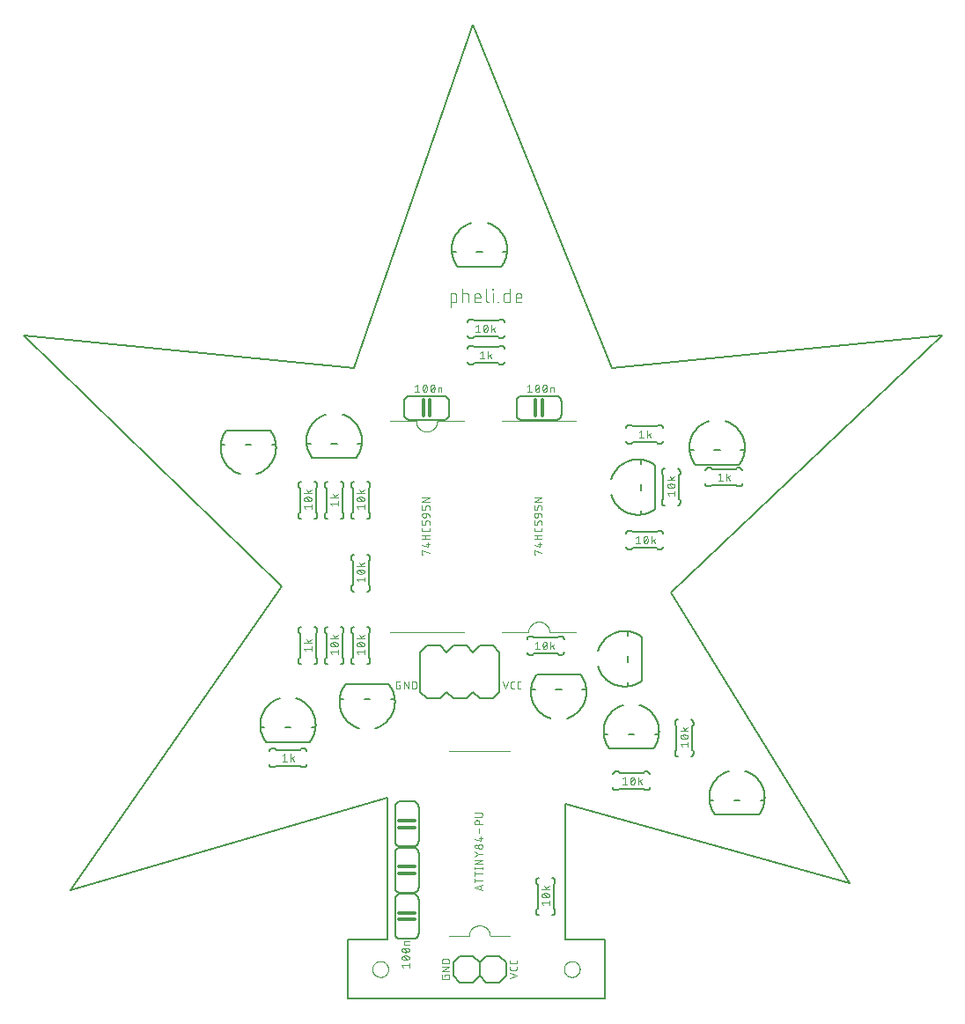
<source format=gto>
G75*
%MOIN*%
%OFA0B0*%
%FSLAX25Y25*%
%IPPOS*%
%LPD*%
%AMOC8*
5,1,8,0,0,1.08239X$1,22.5*
%
%ADD10C,0.00600*%
%ADD11C,0.00400*%
%ADD12C,0.00000*%
%ADD13C,0.00300*%
%ADD14C,0.01200*%
%ADD15C,0.00500*%
D10*
X0018800Y0042550D02*
X0138800Y0077550D01*
X0138800Y0023800D01*
X0123800Y0023800D01*
X0123800Y0001300D01*
X0221300Y0001300D01*
X0221300Y0023800D01*
X0206300Y0023800D01*
X0206300Y0075050D01*
X0313800Y0045050D01*
X0246300Y0155050D01*
X0348800Y0252550D01*
X0223800Y0240050D01*
X0171300Y0370050D01*
X0126300Y0240050D01*
X0001300Y0252550D01*
X0098800Y0157550D01*
X0018800Y0042550D01*
X0095300Y0089050D02*
X0096300Y0089050D01*
X0096800Y0089550D01*
X0105800Y0089550D01*
X0106300Y0089050D01*
X0107300Y0089050D01*
X0107360Y0089052D01*
X0107421Y0089057D01*
X0107480Y0089066D01*
X0107539Y0089079D01*
X0107598Y0089095D01*
X0107655Y0089115D01*
X0107710Y0089138D01*
X0107765Y0089165D01*
X0107817Y0089194D01*
X0107868Y0089227D01*
X0107917Y0089263D01*
X0107963Y0089301D01*
X0108007Y0089343D01*
X0108049Y0089387D01*
X0108087Y0089433D01*
X0108123Y0089482D01*
X0108156Y0089533D01*
X0108185Y0089585D01*
X0108212Y0089640D01*
X0108235Y0089695D01*
X0108255Y0089752D01*
X0108271Y0089811D01*
X0108284Y0089870D01*
X0108293Y0089929D01*
X0108298Y0089990D01*
X0108300Y0090050D01*
X0108300Y0095050D02*
X0108298Y0095110D01*
X0108293Y0095171D01*
X0108284Y0095230D01*
X0108271Y0095289D01*
X0108255Y0095348D01*
X0108235Y0095405D01*
X0108212Y0095460D01*
X0108185Y0095515D01*
X0108156Y0095567D01*
X0108123Y0095618D01*
X0108087Y0095667D01*
X0108049Y0095713D01*
X0108007Y0095757D01*
X0107963Y0095799D01*
X0107917Y0095837D01*
X0107868Y0095873D01*
X0107817Y0095906D01*
X0107765Y0095935D01*
X0107710Y0095962D01*
X0107655Y0095985D01*
X0107598Y0096005D01*
X0107539Y0096021D01*
X0107480Y0096034D01*
X0107421Y0096043D01*
X0107360Y0096048D01*
X0107300Y0096050D01*
X0106300Y0096050D01*
X0105800Y0095550D01*
X0096800Y0095550D01*
X0096300Y0096050D01*
X0095300Y0096050D01*
X0095240Y0096048D01*
X0095179Y0096043D01*
X0095120Y0096034D01*
X0095061Y0096021D01*
X0095002Y0096005D01*
X0094945Y0095985D01*
X0094890Y0095962D01*
X0094835Y0095935D01*
X0094783Y0095906D01*
X0094732Y0095873D01*
X0094683Y0095837D01*
X0094637Y0095799D01*
X0094593Y0095757D01*
X0094551Y0095713D01*
X0094513Y0095667D01*
X0094477Y0095618D01*
X0094444Y0095567D01*
X0094415Y0095515D01*
X0094388Y0095460D01*
X0094365Y0095405D01*
X0094345Y0095348D01*
X0094329Y0095289D01*
X0094316Y0095230D01*
X0094307Y0095171D01*
X0094302Y0095110D01*
X0094300Y0095050D01*
X0094300Y0090050D02*
X0094302Y0089990D01*
X0094307Y0089929D01*
X0094316Y0089870D01*
X0094329Y0089811D01*
X0094345Y0089752D01*
X0094365Y0089695D01*
X0094388Y0089640D01*
X0094415Y0089585D01*
X0094444Y0089533D01*
X0094477Y0089482D01*
X0094513Y0089433D01*
X0094551Y0089387D01*
X0094593Y0089343D01*
X0094637Y0089301D01*
X0094683Y0089263D01*
X0094732Y0089227D01*
X0094783Y0089194D01*
X0094835Y0089165D01*
X0094890Y0089138D01*
X0094945Y0089115D01*
X0095002Y0089095D01*
X0095061Y0089079D01*
X0095120Y0089066D01*
X0095179Y0089057D01*
X0095240Y0089052D01*
X0095300Y0089050D01*
X0105300Y0129050D02*
X0105300Y0130050D01*
X0105800Y0130550D01*
X0105800Y0139550D01*
X0105300Y0140050D01*
X0105300Y0141050D01*
X0105302Y0141110D01*
X0105307Y0141171D01*
X0105316Y0141230D01*
X0105329Y0141289D01*
X0105345Y0141348D01*
X0105365Y0141405D01*
X0105388Y0141460D01*
X0105415Y0141515D01*
X0105444Y0141567D01*
X0105477Y0141618D01*
X0105513Y0141667D01*
X0105551Y0141713D01*
X0105593Y0141757D01*
X0105637Y0141799D01*
X0105683Y0141837D01*
X0105732Y0141873D01*
X0105783Y0141906D01*
X0105835Y0141935D01*
X0105890Y0141962D01*
X0105945Y0141985D01*
X0106002Y0142005D01*
X0106061Y0142021D01*
X0106120Y0142034D01*
X0106179Y0142043D01*
X0106240Y0142048D01*
X0106300Y0142050D01*
X0111300Y0142050D02*
X0111360Y0142048D01*
X0111421Y0142043D01*
X0111480Y0142034D01*
X0111539Y0142021D01*
X0111598Y0142005D01*
X0111655Y0141985D01*
X0111710Y0141962D01*
X0111765Y0141935D01*
X0111817Y0141906D01*
X0111868Y0141873D01*
X0111917Y0141837D01*
X0111963Y0141799D01*
X0112007Y0141757D01*
X0112049Y0141713D01*
X0112087Y0141667D01*
X0112123Y0141618D01*
X0112156Y0141567D01*
X0112185Y0141515D01*
X0112212Y0141460D01*
X0112235Y0141405D01*
X0112255Y0141348D01*
X0112271Y0141289D01*
X0112284Y0141230D01*
X0112293Y0141171D01*
X0112298Y0141110D01*
X0112300Y0141050D01*
X0112300Y0140050D01*
X0111800Y0139550D01*
X0111800Y0130550D01*
X0112300Y0130050D01*
X0112300Y0129050D01*
X0112298Y0128990D01*
X0112293Y0128929D01*
X0112284Y0128870D01*
X0112271Y0128811D01*
X0112255Y0128752D01*
X0112235Y0128695D01*
X0112212Y0128640D01*
X0112185Y0128585D01*
X0112156Y0128533D01*
X0112123Y0128482D01*
X0112087Y0128433D01*
X0112049Y0128387D01*
X0112007Y0128343D01*
X0111963Y0128301D01*
X0111917Y0128263D01*
X0111868Y0128227D01*
X0111817Y0128194D01*
X0111765Y0128165D01*
X0111710Y0128138D01*
X0111655Y0128115D01*
X0111598Y0128095D01*
X0111539Y0128079D01*
X0111480Y0128066D01*
X0111421Y0128057D01*
X0111360Y0128052D01*
X0111300Y0128050D01*
X0115300Y0129050D02*
X0115300Y0130050D01*
X0115800Y0130550D01*
X0115800Y0139550D01*
X0115300Y0140050D01*
X0115300Y0141050D01*
X0115302Y0141110D01*
X0115307Y0141171D01*
X0115316Y0141230D01*
X0115329Y0141289D01*
X0115345Y0141348D01*
X0115365Y0141405D01*
X0115388Y0141460D01*
X0115415Y0141515D01*
X0115444Y0141567D01*
X0115477Y0141618D01*
X0115513Y0141667D01*
X0115551Y0141713D01*
X0115593Y0141757D01*
X0115637Y0141799D01*
X0115683Y0141837D01*
X0115732Y0141873D01*
X0115783Y0141906D01*
X0115835Y0141935D01*
X0115890Y0141962D01*
X0115945Y0141985D01*
X0116002Y0142005D01*
X0116061Y0142021D01*
X0116120Y0142034D01*
X0116179Y0142043D01*
X0116240Y0142048D01*
X0116300Y0142050D01*
X0121300Y0142050D02*
X0121360Y0142048D01*
X0121421Y0142043D01*
X0121480Y0142034D01*
X0121539Y0142021D01*
X0121598Y0142005D01*
X0121655Y0141985D01*
X0121710Y0141962D01*
X0121765Y0141935D01*
X0121817Y0141906D01*
X0121868Y0141873D01*
X0121917Y0141837D01*
X0121963Y0141799D01*
X0122007Y0141757D01*
X0122049Y0141713D01*
X0122087Y0141667D01*
X0122123Y0141618D01*
X0122156Y0141567D01*
X0122185Y0141515D01*
X0122212Y0141460D01*
X0122235Y0141405D01*
X0122255Y0141348D01*
X0122271Y0141289D01*
X0122284Y0141230D01*
X0122293Y0141171D01*
X0122298Y0141110D01*
X0122300Y0141050D01*
X0122300Y0140050D01*
X0121800Y0139550D01*
X0121800Y0130550D01*
X0122300Y0130050D01*
X0122300Y0129050D01*
X0122298Y0128990D01*
X0122293Y0128929D01*
X0122284Y0128870D01*
X0122271Y0128811D01*
X0122255Y0128752D01*
X0122235Y0128695D01*
X0122212Y0128640D01*
X0122185Y0128585D01*
X0122156Y0128533D01*
X0122123Y0128482D01*
X0122087Y0128433D01*
X0122049Y0128387D01*
X0122007Y0128343D01*
X0121963Y0128301D01*
X0121917Y0128263D01*
X0121868Y0128227D01*
X0121817Y0128194D01*
X0121765Y0128165D01*
X0121710Y0128138D01*
X0121655Y0128115D01*
X0121598Y0128095D01*
X0121539Y0128079D01*
X0121480Y0128066D01*
X0121421Y0128057D01*
X0121360Y0128052D01*
X0121300Y0128050D01*
X0125300Y0129050D02*
X0125300Y0130050D01*
X0125800Y0130550D01*
X0125800Y0139550D01*
X0125300Y0140050D01*
X0125300Y0141050D01*
X0125302Y0141110D01*
X0125307Y0141171D01*
X0125316Y0141230D01*
X0125329Y0141289D01*
X0125345Y0141348D01*
X0125365Y0141405D01*
X0125388Y0141460D01*
X0125415Y0141515D01*
X0125444Y0141567D01*
X0125477Y0141618D01*
X0125513Y0141667D01*
X0125551Y0141713D01*
X0125593Y0141757D01*
X0125637Y0141799D01*
X0125683Y0141837D01*
X0125732Y0141873D01*
X0125783Y0141906D01*
X0125835Y0141935D01*
X0125890Y0141962D01*
X0125945Y0141985D01*
X0126002Y0142005D01*
X0126061Y0142021D01*
X0126120Y0142034D01*
X0126179Y0142043D01*
X0126240Y0142048D01*
X0126300Y0142050D01*
X0131300Y0142050D02*
X0131360Y0142048D01*
X0131421Y0142043D01*
X0131480Y0142034D01*
X0131539Y0142021D01*
X0131598Y0142005D01*
X0131655Y0141985D01*
X0131710Y0141962D01*
X0131765Y0141935D01*
X0131817Y0141906D01*
X0131868Y0141873D01*
X0131917Y0141837D01*
X0131963Y0141799D01*
X0132007Y0141757D01*
X0132049Y0141713D01*
X0132087Y0141667D01*
X0132123Y0141618D01*
X0132156Y0141567D01*
X0132185Y0141515D01*
X0132212Y0141460D01*
X0132235Y0141405D01*
X0132255Y0141348D01*
X0132271Y0141289D01*
X0132284Y0141230D01*
X0132293Y0141171D01*
X0132298Y0141110D01*
X0132300Y0141050D01*
X0132300Y0140050D01*
X0131800Y0139550D01*
X0131800Y0130550D01*
X0132300Y0130050D01*
X0132300Y0129050D01*
X0132298Y0128990D01*
X0132293Y0128929D01*
X0132284Y0128870D01*
X0132271Y0128811D01*
X0132255Y0128752D01*
X0132235Y0128695D01*
X0132212Y0128640D01*
X0132185Y0128585D01*
X0132156Y0128533D01*
X0132123Y0128482D01*
X0132087Y0128433D01*
X0132049Y0128387D01*
X0132007Y0128343D01*
X0131963Y0128301D01*
X0131917Y0128263D01*
X0131868Y0128227D01*
X0131817Y0128194D01*
X0131765Y0128165D01*
X0131710Y0128138D01*
X0131655Y0128115D01*
X0131598Y0128095D01*
X0131539Y0128079D01*
X0131480Y0128066D01*
X0131421Y0128057D01*
X0131360Y0128052D01*
X0131300Y0128050D01*
X0126300Y0128050D02*
X0126240Y0128052D01*
X0126179Y0128057D01*
X0126120Y0128066D01*
X0126061Y0128079D01*
X0126002Y0128095D01*
X0125945Y0128115D01*
X0125890Y0128138D01*
X0125835Y0128165D01*
X0125783Y0128194D01*
X0125732Y0128227D01*
X0125683Y0128263D01*
X0125637Y0128301D01*
X0125593Y0128343D01*
X0125551Y0128387D01*
X0125513Y0128433D01*
X0125477Y0128482D01*
X0125444Y0128533D01*
X0125415Y0128585D01*
X0125388Y0128640D01*
X0125365Y0128695D01*
X0125345Y0128752D01*
X0125329Y0128811D01*
X0125316Y0128870D01*
X0125307Y0128929D01*
X0125302Y0128990D01*
X0125300Y0129050D01*
X0116300Y0128050D02*
X0116240Y0128052D01*
X0116179Y0128057D01*
X0116120Y0128066D01*
X0116061Y0128079D01*
X0116002Y0128095D01*
X0115945Y0128115D01*
X0115890Y0128138D01*
X0115835Y0128165D01*
X0115783Y0128194D01*
X0115732Y0128227D01*
X0115683Y0128263D01*
X0115637Y0128301D01*
X0115593Y0128343D01*
X0115551Y0128387D01*
X0115513Y0128433D01*
X0115477Y0128482D01*
X0115444Y0128533D01*
X0115415Y0128585D01*
X0115388Y0128640D01*
X0115365Y0128695D01*
X0115345Y0128752D01*
X0115329Y0128811D01*
X0115316Y0128870D01*
X0115307Y0128929D01*
X0115302Y0128990D01*
X0115300Y0129050D01*
X0106300Y0128050D02*
X0106240Y0128052D01*
X0106179Y0128057D01*
X0106120Y0128066D01*
X0106061Y0128079D01*
X0106002Y0128095D01*
X0105945Y0128115D01*
X0105890Y0128138D01*
X0105835Y0128165D01*
X0105783Y0128194D01*
X0105732Y0128227D01*
X0105683Y0128263D01*
X0105637Y0128301D01*
X0105593Y0128343D01*
X0105551Y0128387D01*
X0105513Y0128433D01*
X0105477Y0128482D01*
X0105444Y0128533D01*
X0105415Y0128585D01*
X0105388Y0128640D01*
X0105365Y0128695D01*
X0105345Y0128752D01*
X0105329Y0128811D01*
X0105316Y0128870D01*
X0105307Y0128929D01*
X0105302Y0128990D01*
X0105300Y0129050D01*
X0125300Y0156550D02*
X0125300Y0157550D01*
X0125800Y0158050D01*
X0125800Y0167050D01*
X0125300Y0167550D01*
X0125300Y0168550D01*
X0125302Y0168610D01*
X0125307Y0168671D01*
X0125316Y0168730D01*
X0125329Y0168789D01*
X0125345Y0168848D01*
X0125365Y0168905D01*
X0125388Y0168960D01*
X0125415Y0169015D01*
X0125444Y0169067D01*
X0125477Y0169118D01*
X0125513Y0169167D01*
X0125551Y0169213D01*
X0125593Y0169257D01*
X0125637Y0169299D01*
X0125683Y0169337D01*
X0125732Y0169373D01*
X0125783Y0169406D01*
X0125835Y0169435D01*
X0125890Y0169462D01*
X0125945Y0169485D01*
X0126002Y0169505D01*
X0126061Y0169521D01*
X0126120Y0169534D01*
X0126179Y0169543D01*
X0126240Y0169548D01*
X0126300Y0169550D01*
X0131300Y0169550D02*
X0131360Y0169548D01*
X0131421Y0169543D01*
X0131480Y0169534D01*
X0131539Y0169521D01*
X0131598Y0169505D01*
X0131655Y0169485D01*
X0131710Y0169462D01*
X0131765Y0169435D01*
X0131817Y0169406D01*
X0131868Y0169373D01*
X0131917Y0169337D01*
X0131963Y0169299D01*
X0132007Y0169257D01*
X0132049Y0169213D01*
X0132087Y0169167D01*
X0132123Y0169118D01*
X0132156Y0169067D01*
X0132185Y0169015D01*
X0132212Y0168960D01*
X0132235Y0168905D01*
X0132255Y0168848D01*
X0132271Y0168789D01*
X0132284Y0168730D01*
X0132293Y0168671D01*
X0132298Y0168610D01*
X0132300Y0168550D01*
X0132300Y0167550D01*
X0131800Y0167050D01*
X0131800Y0158050D01*
X0132300Y0157550D01*
X0132300Y0156550D01*
X0132298Y0156490D01*
X0132293Y0156429D01*
X0132284Y0156370D01*
X0132271Y0156311D01*
X0132255Y0156252D01*
X0132235Y0156195D01*
X0132212Y0156140D01*
X0132185Y0156085D01*
X0132156Y0156033D01*
X0132123Y0155982D01*
X0132087Y0155933D01*
X0132049Y0155887D01*
X0132007Y0155843D01*
X0131963Y0155801D01*
X0131917Y0155763D01*
X0131868Y0155727D01*
X0131817Y0155694D01*
X0131765Y0155665D01*
X0131710Y0155638D01*
X0131655Y0155615D01*
X0131598Y0155595D01*
X0131539Y0155579D01*
X0131480Y0155566D01*
X0131421Y0155557D01*
X0131360Y0155552D01*
X0131300Y0155550D01*
X0126300Y0155550D02*
X0126240Y0155552D01*
X0126179Y0155557D01*
X0126120Y0155566D01*
X0126061Y0155579D01*
X0126002Y0155595D01*
X0125945Y0155615D01*
X0125890Y0155638D01*
X0125835Y0155665D01*
X0125783Y0155694D01*
X0125732Y0155727D01*
X0125683Y0155763D01*
X0125637Y0155801D01*
X0125593Y0155843D01*
X0125551Y0155887D01*
X0125513Y0155933D01*
X0125477Y0155982D01*
X0125444Y0156033D01*
X0125415Y0156085D01*
X0125388Y0156140D01*
X0125365Y0156195D01*
X0125345Y0156252D01*
X0125329Y0156311D01*
X0125316Y0156370D01*
X0125307Y0156429D01*
X0125302Y0156490D01*
X0125300Y0156550D01*
X0125300Y0184050D02*
X0125300Y0185050D01*
X0125800Y0185550D01*
X0125800Y0194550D01*
X0125300Y0195050D01*
X0125300Y0196050D01*
X0125302Y0196110D01*
X0125307Y0196171D01*
X0125316Y0196230D01*
X0125329Y0196289D01*
X0125345Y0196348D01*
X0125365Y0196405D01*
X0125388Y0196460D01*
X0125415Y0196515D01*
X0125444Y0196567D01*
X0125477Y0196618D01*
X0125513Y0196667D01*
X0125551Y0196713D01*
X0125593Y0196757D01*
X0125637Y0196799D01*
X0125683Y0196837D01*
X0125732Y0196873D01*
X0125783Y0196906D01*
X0125835Y0196935D01*
X0125890Y0196962D01*
X0125945Y0196985D01*
X0126002Y0197005D01*
X0126061Y0197021D01*
X0126120Y0197034D01*
X0126179Y0197043D01*
X0126240Y0197048D01*
X0126300Y0197050D01*
X0131300Y0197050D02*
X0131360Y0197048D01*
X0131421Y0197043D01*
X0131480Y0197034D01*
X0131539Y0197021D01*
X0131598Y0197005D01*
X0131655Y0196985D01*
X0131710Y0196962D01*
X0131765Y0196935D01*
X0131817Y0196906D01*
X0131868Y0196873D01*
X0131917Y0196837D01*
X0131963Y0196799D01*
X0132007Y0196757D01*
X0132049Y0196713D01*
X0132087Y0196667D01*
X0132123Y0196618D01*
X0132156Y0196567D01*
X0132185Y0196515D01*
X0132212Y0196460D01*
X0132235Y0196405D01*
X0132255Y0196348D01*
X0132271Y0196289D01*
X0132284Y0196230D01*
X0132293Y0196171D01*
X0132298Y0196110D01*
X0132300Y0196050D01*
X0132300Y0195050D01*
X0131800Y0194550D01*
X0131800Y0185550D01*
X0132300Y0185050D01*
X0132300Y0184050D01*
X0132298Y0183990D01*
X0132293Y0183929D01*
X0132284Y0183870D01*
X0132271Y0183811D01*
X0132255Y0183752D01*
X0132235Y0183695D01*
X0132212Y0183640D01*
X0132185Y0183585D01*
X0132156Y0183533D01*
X0132123Y0183482D01*
X0132087Y0183433D01*
X0132049Y0183387D01*
X0132007Y0183343D01*
X0131963Y0183301D01*
X0131917Y0183263D01*
X0131868Y0183227D01*
X0131817Y0183194D01*
X0131765Y0183165D01*
X0131710Y0183138D01*
X0131655Y0183115D01*
X0131598Y0183095D01*
X0131539Y0183079D01*
X0131480Y0183066D01*
X0131421Y0183057D01*
X0131360Y0183052D01*
X0131300Y0183050D01*
X0126300Y0183050D02*
X0126240Y0183052D01*
X0126179Y0183057D01*
X0126120Y0183066D01*
X0126061Y0183079D01*
X0126002Y0183095D01*
X0125945Y0183115D01*
X0125890Y0183138D01*
X0125835Y0183165D01*
X0125783Y0183194D01*
X0125732Y0183227D01*
X0125683Y0183263D01*
X0125637Y0183301D01*
X0125593Y0183343D01*
X0125551Y0183387D01*
X0125513Y0183433D01*
X0125477Y0183482D01*
X0125444Y0183533D01*
X0125415Y0183585D01*
X0125388Y0183640D01*
X0125365Y0183695D01*
X0125345Y0183752D01*
X0125329Y0183811D01*
X0125316Y0183870D01*
X0125307Y0183929D01*
X0125302Y0183990D01*
X0125300Y0184050D01*
X0122300Y0184050D02*
X0122300Y0185050D01*
X0121800Y0185550D01*
X0121800Y0194550D01*
X0122300Y0195050D01*
X0122300Y0196050D01*
X0122298Y0196110D01*
X0122293Y0196171D01*
X0122284Y0196230D01*
X0122271Y0196289D01*
X0122255Y0196348D01*
X0122235Y0196405D01*
X0122212Y0196460D01*
X0122185Y0196515D01*
X0122156Y0196567D01*
X0122123Y0196618D01*
X0122087Y0196667D01*
X0122049Y0196713D01*
X0122007Y0196757D01*
X0121963Y0196799D01*
X0121917Y0196837D01*
X0121868Y0196873D01*
X0121817Y0196906D01*
X0121765Y0196935D01*
X0121710Y0196962D01*
X0121655Y0196985D01*
X0121598Y0197005D01*
X0121539Y0197021D01*
X0121480Y0197034D01*
X0121421Y0197043D01*
X0121360Y0197048D01*
X0121300Y0197050D01*
X0116300Y0197050D02*
X0116240Y0197048D01*
X0116179Y0197043D01*
X0116120Y0197034D01*
X0116061Y0197021D01*
X0116002Y0197005D01*
X0115945Y0196985D01*
X0115890Y0196962D01*
X0115835Y0196935D01*
X0115783Y0196906D01*
X0115732Y0196873D01*
X0115683Y0196837D01*
X0115637Y0196799D01*
X0115593Y0196757D01*
X0115551Y0196713D01*
X0115513Y0196667D01*
X0115477Y0196618D01*
X0115444Y0196567D01*
X0115415Y0196515D01*
X0115388Y0196460D01*
X0115365Y0196405D01*
X0115345Y0196348D01*
X0115329Y0196289D01*
X0115316Y0196230D01*
X0115307Y0196171D01*
X0115302Y0196110D01*
X0115300Y0196050D01*
X0115300Y0195050D01*
X0115800Y0194550D01*
X0115800Y0185550D01*
X0115300Y0185050D01*
X0115300Y0184050D01*
X0115302Y0183990D01*
X0115307Y0183929D01*
X0115316Y0183870D01*
X0115329Y0183811D01*
X0115345Y0183752D01*
X0115365Y0183695D01*
X0115388Y0183640D01*
X0115415Y0183585D01*
X0115444Y0183533D01*
X0115477Y0183482D01*
X0115513Y0183433D01*
X0115551Y0183387D01*
X0115593Y0183343D01*
X0115637Y0183301D01*
X0115683Y0183263D01*
X0115732Y0183227D01*
X0115783Y0183194D01*
X0115835Y0183165D01*
X0115890Y0183138D01*
X0115945Y0183115D01*
X0116002Y0183095D01*
X0116061Y0183079D01*
X0116120Y0183066D01*
X0116179Y0183057D01*
X0116240Y0183052D01*
X0116300Y0183050D01*
X0112300Y0184050D02*
X0112300Y0185050D01*
X0111800Y0185550D01*
X0111800Y0194550D01*
X0112300Y0195050D01*
X0112300Y0196050D01*
X0112298Y0196110D01*
X0112293Y0196171D01*
X0112284Y0196230D01*
X0112271Y0196289D01*
X0112255Y0196348D01*
X0112235Y0196405D01*
X0112212Y0196460D01*
X0112185Y0196515D01*
X0112156Y0196567D01*
X0112123Y0196618D01*
X0112087Y0196667D01*
X0112049Y0196713D01*
X0112007Y0196757D01*
X0111963Y0196799D01*
X0111917Y0196837D01*
X0111868Y0196873D01*
X0111817Y0196906D01*
X0111765Y0196935D01*
X0111710Y0196962D01*
X0111655Y0196985D01*
X0111598Y0197005D01*
X0111539Y0197021D01*
X0111480Y0197034D01*
X0111421Y0197043D01*
X0111360Y0197048D01*
X0111300Y0197050D01*
X0106300Y0197050D02*
X0106240Y0197048D01*
X0106179Y0197043D01*
X0106120Y0197034D01*
X0106061Y0197021D01*
X0106002Y0197005D01*
X0105945Y0196985D01*
X0105890Y0196962D01*
X0105835Y0196935D01*
X0105783Y0196906D01*
X0105732Y0196873D01*
X0105683Y0196837D01*
X0105637Y0196799D01*
X0105593Y0196757D01*
X0105551Y0196713D01*
X0105513Y0196667D01*
X0105477Y0196618D01*
X0105444Y0196567D01*
X0105415Y0196515D01*
X0105388Y0196460D01*
X0105365Y0196405D01*
X0105345Y0196348D01*
X0105329Y0196289D01*
X0105316Y0196230D01*
X0105307Y0196171D01*
X0105302Y0196110D01*
X0105300Y0196050D01*
X0105300Y0195050D01*
X0105800Y0194550D01*
X0105800Y0185550D01*
X0105300Y0185050D01*
X0105300Y0184050D01*
X0105302Y0183990D01*
X0105307Y0183929D01*
X0105316Y0183870D01*
X0105329Y0183811D01*
X0105345Y0183752D01*
X0105365Y0183695D01*
X0105388Y0183640D01*
X0105415Y0183585D01*
X0105444Y0183533D01*
X0105477Y0183482D01*
X0105513Y0183433D01*
X0105551Y0183387D01*
X0105593Y0183343D01*
X0105637Y0183301D01*
X0105683Y0183263D01*
X0105732Y0183227D01*
X0105783Y0183194D01*
X0105835Y0183165D01*
X0105890Y0183138D01*
X0105945Y0183115D01*
X0106002Y0183095D01*
X0106061Y0183079D01*
X0106120Y0183066D01*
X0106179Y0183057D01*
X0106240Y0183052D01*
X0106300Y0183050D01*
X0111300Y0183050D02*
X0111360Y0183052D01*
X0111421Y0183057D01*
X0111480Y0183066D01*
X0111539Y0183079D01*
X0111598Y0183095D01*
X0111655Y0183115D01*
X0111710Y0183138D01*
X0111765Y0183165D01*
X0111817Y0183194D01*
X0111868Y0183227D01*
X0111917Y0183263D01*
X0111963Y0183301D01*
X0112007Y0183343D01*
X0112049Y0183387D01*
X0112087Y0183433D01*
X0112123Y0183482D01*
X0112156Y0183533D01*
X0112185Y0183585D01*
X0112212Y0183640D01*
X0112235Y0183695D01*
X0112255Y0183752D01*
X0112271Y0183811D01*
X0112284Y0183870D01*
X0112293Y0183929D01*
X0112298Y0183990D01*
X0112300Y0184050D01*
X0121300Y0183050D02*
X0121360Y0183052D01*
X0121421Y0183057D01*
X0121480Y0183066D01*
X0121539Y0183079D01*
X0121598Y0183095D01*
X0121655Y0183115D01*
X0121710Y0183138D01*
X0121765Y0183165D01*
X0121817Y0183194D01*
X0121868Y0183227D01*
X0121917Y0183263D01*
X0121963Y0183301D01*
X0122007Y0183343D01*
X0122049Y0183387D01*
X0122087Y0183433D01*
X0122123Y0183482D01*
X0122156Y0183533D01*
X0122185Y0183585D01*
X0122212Y0183640D01*
X0122235Y0183695D01*
X0122255Y0183752D01*
X0122271Y0183811D01*
X0122284Y0183870D01*
X0122293Y0183929D01*
X0122298Y0183990D01*
X0122300Y0184050D01*
X0147300Y0220550D02*
X0160300Y0220550D01*
X0160387Y0220552D01*
X0160474Y0220558D01*
X0160561Y0220567D01*
X0160647Y0220580D01*
X0160733Y0220597D01*
X0160818Y0220618D01*
X0160901Y0220643D01*
X0160984Y0220671D01*
X0161065Y0220702D01*
X0161145Y0220737D01*
X0161223Y0220776D01*
X0161300Y0220818D01*
X0161375Y0220863D01*
X0161447Y0220912D01*
X0161518Y0220963D01*
X0161586Y0221018D01*
X0161651Y0221075D01*
X0161714Y0221136D01*
X0161775Y0221199D01*
X0161832Y0221264D01*
X0161887Y0221332D01*
X0161938Y0221403D01*
X0161987Y0221475D01*
X0162032Y0221550D01*
X0162074Y0221627D01*
X0162113Y0221705D01*
X0162148Y0221785D01*
X0162179Y0221866D01*
X0162207Y0221949D01*
X0162232Y0222032D01*
X0162253Y0222117D01*
X0162270Y0222203D01*
X0162283Y0222289D01*
X0162292Y0222376D01*
X0162298Y0222463D01*
X0162300Y0222550D01*
X0162300Y0227550D01*
X0162298Y0227637D01*
X0162292Y0227724D01*
X0162283Y0227811D01*
X0162270Y0227897D01*
X0162253Y0227983D01*
X0162232Y0228068D01*
X0162207Y0228151D01*
X0162179Y0228234D01*
X0162148Y0228315D01*
X0162113Y0228395D01*
X0162074Y0228473D01*
X0162032Y0228550D01*
X0161987Y0228625D01*
X0161938Y0228697D01*
X0161887Y0228768D01*
X0161832Y0228836D01*
X0161775Y0228901D01*
X0161714Y0228964D01*
X0161651Y0229025D01*
X0161586Y0229082D01*
X0161518Y0229137D01*
X0161447Y0229188D01*
X0161375Y0229237D01*
X0161300Y0229282D01*
X0161223Y0229324D01*
X0161145Y0229363D01*
X0161065Y0229398D01*
X0160984Y0229429D01*
X0160901Y0229457D01*
X0160818Y0229482D01*
X0160733Y0229503D01*
X0160647Y0229520D01*
X0160561Y0229533D01*
X0160474Y0229542D01*
X0160387Y0229548D01*
X0160300Y0229550D01*
X0147300Y0229550D01*
X0147213Y0229548D01*
X0147126Y0229542D01*
X0147039Y0229533D01*
X0146953Y0229520D01*
X0146867Y0229503D01*
X0146782Y0229482D01*
X0146699Y0229457D01*
X0146616Y0229429D01*
X0146535Y0229398D01*
X0146455Y0229363D01*
X0146377Y0229324D01*
X0146300Y0229282D01*
X0146225Y0229237D01*
X0146153Y0229188D01*
X0146082Y0229137D01*
X0146014Y0229082D01*
X0145949Y0229025D01*
X0145886Y0228964D01*
X0145825Y0228901D01*
X0145768Y0228836D01*
X0145713Y0228768D01*
X0145662Y0228697D01*
X0145613Y0228625D01*
X0145568Y0228550D01*
X0145526Y0228473D01*
X0145487Y0228395D01*
X0145452Y0228315D01*
X0145421Y0228234D01*
X0145393Y0228151D01*
X0145368Y0228068D01*
X0145347Y0227983D01*
X0145330Y0227897D01*
X0145317Y0227811D01*
X0145308Y0227724D01*
X0145302Y0227637D01*
X0145300Y0227550D01*
X0145300Y0222550D01*
X0145302Y0222463D01*
X0145308Y0222376D01*
X0145317Y0222289D01*
X0145330Y0222203D01*
X0145347Y0222117D01*
X0145368Y0222032D01*
X0145393Y0221949D01*
X0145421Y0221866D01*
X0145452Y0221785D01*
X0145487Y0221705D01*
X0145526Y0221627D01*
X0145568Y0221550D01*
X0145613Y0221475D01*
X0145662Y0221403D01*
X0145713Y0221332D01*
X0145768Y0221264D01*
X0145825Y0221199D01*
X0145886Y0221136D01*
X0145949Y0221075D01*
X0146014Y0221018D01*
X0146082Y0220963D01*
X0146153Y0220912D01*
X0146225Y0220863D01*
X0146300Y0220818D01*
X0146377Y0220776D01*
X0146455Y0220737D01*
X0146535Y0220702D01*
X0146616Y0220671D01*
X0146699Y0220643D01*
X0146782Y0220618D01*
X0146867Y0220597D01*
X0146953Y0220580D01*
X0147039Y0220567D01*
X0147126Y0220558D01*
X0147213Y0220552D01*
X0147300Y0220550D01*
X0170300Y0241550D02*
X0171300Y0241550D01*
X0171800Y0242050D01*
X0180800Y0242050D01*
X0181300Y0241550D01*
X0182300Y0241550D01*
X0182360Y0241552D01*
X0182421Y0241557D01*
X0182480Y0241566D01*
X0182539Y0241579D01*
X0182598Y0241595D01*
X0182655Y0241615D01*
X0182710Y0241638D01*
X0182765Y0241665D01*
X0182817Y0241694D01*
X0182868Y0241727D01*
X0182917Y0241763D01*
X0182963Y0241801D01*
X0183007Y0241843D01*
X0183049Y0241887D01*
X0183087Y0241933D01*
X0183123Y0241982D01*
X0183156Y0242033D01*
X0183185Y0242085D01*
X0183212Y0242140D01*
X0183235Y0242195D01*
X0183255Y0242252D01*
X0183271Y0242311D01*
X0183284Y0242370D01*
X0183293Y0242429D01*
X0183298Y0242490D01*
X0183300Y0242550D01*
X0183300Y0247550D02*
X0183298Y0247610D01*
X0183293Y0247671D01*
X0183284Y0247730D01*
X0183271Y0247789D01*
X0183255Y0247848D01*
X0183235Y0247905D01*
X0183212Y0247960D01*
X0183185Y0248015D01*
X0183156Y0248067D01*
X0183123Y0248118D01*
X0183087Y0248167D01*
X0183049Y0248213D01*
X0183007Y0248257D01*
X0182963Y0248299D01*
X0182917Y0248337D01*
X0182868Y0248373D01*
X0182817Y0248406D01*
X0182765Y0248435D01*
X0182710Y0248462D01*
X0182655Y0248485D01*
X0182598Y0248505D01*
X0182539Y0248521D01*
X0182480Y0248534D01*
X0182421Y0248543D01*
X0182360Y0248548D01*
X0182300Y0248550D01*
X0181300Y0248550D01*
X0180800Y0248050D01*
X0171800Y0248050D01*
X0171300Y0248550D01*
X0170300Y0248550D01*
X0170240Y0248548D01*
X0170179Y0248543D01*
X0170120Y0248534D01*
X0170061Y0248521D01*
X0170002Y0248505D01*
X0169945Y0248485D01*
X0169890Y0248462D01*
X0169835Y0248435D01*
X0169783Y0248406D01*
X0169732Y0248373D01*
X0169683Y0248337D01*
X0169637Y0248299D01*
X0169593Y0248257D01*
X0169551Y0248213D01*
X0169513Y0248167D01*
X0169477Y0248118D01*
X0169444Y0248067D01*
X0169415Y0248015D01*
X0169388Y0247960D01*
X0169365Y0247905D01*
X0169345Y0247848D01*
X0169329Y0247789D01*
X0169316Y0247730D01*
X0169307Y0247671D01*
X0169302Y0247610D01*
X0169300Y0247550D01*
X0170300Y0251550D02*
X0171300Y0251550D01*
X0171800Y0252050D01*
X0180800Y0252050D01*
X0181300Y0251550D01*
X0182300Y0251550D01*
X0182360Y0251552D01*
X0182421Y0251557D01*
X0182480Y0251566D01*
X0182539Y0251579D01*
X0182598Y0251595D01*
X0182655Y0251615D01*
X0182710Y0251638D01*
X0182765Y0251665D01*
X0182817Y0251694D01*
X0182868Y0251727D01*
X0182917Y0251763D01*
X0182963Y0251801D01*
X0183007Y0251843D01*
X0183049Y0251887D01*
X0183087Y0251933D01*
X0183123Y0251982D01*
X0183156Y0252033D01*
X0183185Y0252085D01*
X0183212Y0252140D01*
X0183235Y0252195D01*
X0183255Y0252252D01*
X0183271Y0252311D01*
X0183284Y0252370D01*
X0183293Y0252429D01*
X0183298Y0252490D01*
X0183300Y0252550D01*
X0183300Y0257550D02*
X0183298Y0257610D01*
X0183293Y0257671D01*
X0183284Y0257730D01*
X0183271Y0257789D01*
X0183255Y0257848D01*
X0183235Y0257905D01*
X0183212Y0257960D01*
X0183185Y0258015D01*
X0183156Y0258067D01*
X0183123Y0258118D01*
X0183087Y0258167D01*
X0183049Y0258213D01*
X0183007Y0258257D01*
X0182963Y0258299D01*
X0182917Y0258337D01*
X0182868Y0258373D01*
X0182817Y0258406D01*
X0182765Y0258435D01*
X0182710Y0258462D01*
X0182655Y0258485D01*
X0182598Y0258505D01*
X0182539Y0258521D01*
X0182480Y0258534D01*
X0182421Y0258543D01*
X0182360Y0258548D01*
X0182300Y0258550D01*
X0181300Y0258550D01*
X0180800Y0258050D01*
X0171800Y0258050D01*
X0171300Y0258550D01*
X0170300Y0258550D01*
X0170240Y0258548D01*
X0170179Y0258543D01*
X0170120Y0258534D01*
X0170061Y0258521D01*
X0170002Y0258505D01*
X0169945Y0258485D01*
X0169890Y0258462D01*
X0169835Y0258435D01*
X0169783Y0258406D01*
X0169732Y0258373D01*
X0169683Y0258337D01*
X0169637Y0258299D01*
X0169593Y0258257D01*
X0169551Y0258213D01*
X0169513Y0258167D01*
X0169477Y0258118D01*
X0169444Y0258067D01*
X0169415Y0258015D01*
X0169388Y0257960D01*
X0169365Y0257905D01*
X0169345Y0257848D01*
X0169329Y0257789D01*
X0169316Y0257730D01*
X0169307Y0257671D01*
X0169302Y0257610D01*
X0169300Y0257550D01*
X0169300Y0252550D02*
X0169302Y0252490D01*
X0169307Y0252429D01*
X0169316Y0252370D01*
X0169329Y0252311D01*
X0169345Y0252252D01*
X0169365Y0252195D01*
X0169388Y0252140D01*
X0169415Y0252085D01*
X0169444Y0252033D01*
X0169477Y0251982D01*
X0169513Y0251933D01*
X0169551Y0251887D01*
X0169593Y0251843D01*
X0169637Y0251801D01*
X0169683Y0251763D01*
X0169732Y0251727D01*
X0169783Y0251694D01*
X0169835Y0251665D01*
X0169890Y0251638D01*
X0169945Y0251615D01*
X0170002Y0251595D01*
X0170061Y0251579D01*
X0170120Y0251566D01*
X0170179Y0251557D01*
X0170240Y0251552D01*
X0170300Y0251550D01*
X0169300Y0242550D02*
X0169302Y0242490D01*
X0169307Y0242429D01*
X0169316Y0242370D01*
X0169329Y0242311D01*
X0169345Y0242252D01*
X0169365Y0242195D01*
X0169388Y0242140D01*
X0169415Y0242085D01*
X0169444Y0242033D01*
X0169477Y0241982D01*
X0169513Y0241933D01*
X0169551Y0241887D01*
X0169593Y0241843D01*
X0169637Y0241801D01*
X0169683Y0241763D01*
X0169732Y0241727D01*
X0169783Y0241694D01*
X0169835Y0241665D01*
X0169890Y0241638D01*
X0169945Y0241615D01*
X0170002Y0241595D01*
X0170061Y0241579D01*
X0170120Y0241566D01*
X0170179Y0241557D01*
X0170240Y0241552D01*
X0170300Y0241550D01*
X0187800Y0227550D02*
X0187800Y0222550D01*
X0187802Y0222463D01*
X0187808Y0222376D01*
X0187817Y0222289D01*
X0187830Y0222203D01*
X0187847Y0222117D01*
X0187868Y0222032D01*
X0187893Y0221949D01*
X0187921Y0221866D01*
X0187952Y0221785D01*
X0187987Y0221705D01*
X0188026Y0221627D01*
X0188068Y0221550D01*
X0188113Y0221475D01*
X0188162Y0221403D01*
X0188213Y0221332D01*
X0188268Y0221264D01*
X0188325Y0221199D01*
X0188386Y0221136D01*
X0188449Y0221075D01*
X0188514Y0221018D01*
X0188582Y0220963D01*
X0188653Y0220912D01*
X0188725Y0220863D01*
X0188800Y0220818D01*
X0188877Y0220776D01*
X0188955Y0220737D01*
X0189035Y0220702D01*
X0189116Y0220671D01*
X0189199Y0220643D01*
X0189282Y0220618D01*
X0189367Y0220597D01*
X0189453Y0220580D01*
X0189539Y0220567D01*
X0189626Y0220558D01*
X0189713Y0220552D01*
X0189800Y0220550D01*
X0202800Y0220550D01*
X0202887Y0220552D01*
X0202974Y0220558D01*
X0203061Y0220567D01*
X0203147Y0220580D01*
X0203233Y0220597D01*
X0203318Y0220618D01*
X0203401Y0220643D01*
X0203484Y0220671D01*
X0203565Y0220702D01*
X0203645Y0220737D01*
X0203723Y0220776D01*
X0203800Y0220818D01*
X0203875Y0220863D01*
X0203947Y0220912D01*
X0204018Y0220963D01*
X0204086Y0221018D01*
X0204151Y0221075D01*
X0204214Y0221136D01*
X0204275Y0221199D01*
X0204332Y0221264D01*
X0204387Y0221332D01*
X0204438Y0221403D01*
X0204487Y0221475D01*
X0204532Y0221550D01*
X0204574Y0221627D01*
X0204613Y0221705D01*
X0204648Y0221785D01*
X0204679Y0221866D01*
X0204707Y0221949D01*
X0204732Y0222032D01*
X0204753Y0222117D01*
X0204770Y0222203D01*
X0204783Y0222289D01*
X0204792Y0222376D01*
X0204798Y0222463D01*
X0204800Y0222550D01*
X0204800Y0227550D01*
X0204798Y0227637D01*
X0204792Y0227724D01*
X0204783Y0227811D01*
X0204770Y0227897D01*
X0204753Y0227983D01*
X0204732Y0228068D01*
X0204707Y0228151D01*
X0204679Y0228234D01*
X0204648Y0228315D01*
X0204613Y0228395D01*
X0204574Y0228473D01*
X0204532Y0228550D01*
X0204487Y0228625D01*
X0204438Y0228697D01*
X0204387Y0228768D01*
X0204332Y0228836D01*
X0204275Y0228901D01*
X0204214Y0228964D01*
X0204151Y0229025D01*
X0204086Y0229082D01*
X0204018Y0229137D01*
X0203947Y0229188D01*
X0203875Y0229237D01*
X0203800Y0229282D01*
X0203723Y0229324D01*
X0203645Y0229363D01*
X0203565Y0229398D01*
X0203484Y0229429D01*
X0203401Y0229457D01*
X0203318Y0229482D01*
X0203233Y0229503D01*
X0203147Y0229520D01*
X0203061Y0229533D01*
X0202974Y0229542D01*
X0202887Y0229548D01*
X0202800Y0229550D01*
X0189800Y0229550D01*
X0189713Y0229548D01*
X0189626Y0229542D01*
X0189539Y0229533D01*
X0189453Y0229520D01*
X0189367Y0229503D01*
X0189282Y0229482D01*
X0189199Y0229457D01*
X0189116Y0229429D01*
X0189035Y0229398D01*
X0188955Y0229363D01*
X0188877Y0229324D01*
X0188800Y0229282D01*
X0188725Y0229237D01*
X0188653Y0229188D01*
X0188582Y0229137D01*
X0188514Y0229082D01*
X0188449Y0229025D01*
X0188386Y0228964D01*
X0188325Y0228901D01*
X0188268Y0228836D01*
X0188213Y0228768D01*
X0188162Y0228697D01*
X0188113Y0228625D01*
X0188068Y0228550D01*
X0188026Y0228473D01*
X0187987Y0228395D01*
X0187952Y0228315D01*
X0187921Y0228234D01*
X0187893Y0228151D01*
X0187868Y0228068D01*
X0187847Y0227983D01*
X0187830Y0227897D01*
X0187817Y0227811D01*
X0187808Y0227724D01*
X0187802Y0227637D01*
X0187800Y0227550D01*
X0230300Y0218550D02*
X0231300Y0218550D01*
X0231800Y0218050D01*
X0240800Y0218050D01*
X0241300Y0218550D01*
X0242300Y0218550D01*
X0242360Y0218548D01*
X0242421Y0218543D01*
X0242480Y0218534D01*
X0242539Y0218521D01*
X0242598Y0218505D01*
X0242655Y0218485D01*
X0242710Y0218462D01*
X0242765Y0218435D01*
X0242817Y0218406D01*
X0242868Y0218373D01*
X0242917Y0218337D01*
X0242963Y0218299D01*
X0243007Y0218257D01*
X0243049Y0218213D01*
X0243087Y0218167D01*
X0243123Y0218118D01*
X0243156Y0218067D01*
X0243185Y0218015D01*
X0243212Y0217960D01*
X0243235Y0217905D01*
X0243255Y0217848D01*
X0243271Y0217789D01*
X0243284Y0217730D01*
X0243293Y0217671D01*
X0243298Y0217610D01*
X0243300Y0217550D01*
X0243300Y0212550D02*
X0243298Y0212490D01*
X0243293Y0212429D01*
X0243284Y0212370D01*
X0243271Y0212311D01*
X0243255Y0212252D01*
X0243235Y0212195D01*
X0243212Y0212140D01*
X0243185Y0212085D01*
X0243156Y0212033D01*
X0243123Y0211982D01*
X0243087Y0211933D01*
X0243049Y0211887D01*
X0243007Y0211843D01*
X0242963Y0211801D01*
X0242917Y0211763D01*
X0242868Y0211727D01*
X0242817Y0211694D01*
X0242765Y0211665D01*
X0242710Y0211638D01*
X0242655Y0211615D01*
X0242598Y0211595D01*
X0242539Y0211579D01*
X0242480Y0211566D01*
X0242421Y0211557D01*
X0242360Y0211552D01*
X0242300Y0211550D01*
X0241300Y0211550D01*
X0240800Y0212050D01*
X0231800Y0212050D01*
X0231300Y0211550D01*
X0230300Y0211550D01*
X0230240Y0211552D01*
X0230179Y0211557D01*
X0230120Y0211566D01*
X0230061Y0211579D01*
X0230002Y0211595D01*
X0229945Y0211615D01*
X0229890Y0211638D01*
X0229835Y0211665D01*
X0229783Y0211694D01*
X0229732Y0211727D01*
X0229683Y0211763D01*
X0229637Y0211801D01*
X0229593Y0211843D01*
X0229551Y0211887D01*
X0229513Y0211933D01*
X0229477Y0211982D01*
X0229444Y0212033D01*
X0229415Y0212085D01*
X0229388Y0212140D01*
X0229365Y0212195D01*
X0229345Y0212252D01*
X0229329Y0212311D01*
X0229316Y0212370D01*
X0229307Y0212429D01*
X0229302Y0212490D01*
X0229300Y0212550D01*
X0229300Y0217550D02*
X0229302Y0217610D01*
X0229307Y0217671D01*
X0229316Y0217730D01*
X0229329Y0217789D01*
X0229345Y0217848D01*
X0229365Y0217905D01*
X0229388Y0217960D01*
X0229415Y0218015D01*
X0229444Y0218067D01*
X0229477Y0218118D01*
X0229513Y0218167D01*
X0229551Y0218213D01*
X0229593Y0218257D01*
X0229637Y0218299D01*
X0229683Y0218337D01*
X0229732Y0218373D01*
X0229783Y0218406D01*
X0229835Y0218435D01*
X0229890Y0218462D01*
X0229945Y0218485D01*
X0230002Y0218505D01*
X0230061Y0218521D01*
X0230120Y0218534D01*
X0230179Y0218543D01*
X0230240Y0218548D01*
X0230300Y0218550D01*
X0242800Y0201050D02*
X0242800Y0200050D01*
X0243300Y0199550D01*
X0243300Y0190550D01*
X0242800Y0190050D01*
X0242800Y0189050D01*
X0242802Y0188990D01*
X0242807Y0188929D01*
X0242816Y0188870D01*
X0242829Y0188811D01*
X0242845Y0188752D01*
X0242865Y0188695D01*
X0242888Y0188640D01*
X0242915Y0188585D01*
X0242944Y0188533D01*
X0242977Y0188482D01*
X0243013Y0188433D01*
X0243051Y0188387D01*
X0243093Y0188343D01*
X0243137Y0188301D01*
X0243183Y0188263D01*
X0243232Y0188227D01*
X0243283Y0188194D01*
X0243335Y0188165D01*
X0243390Y0188138D01*
X0243445Y0188115D01*
X0243502Y0188095D01*
X0243561Y0188079D01*
X0243620Y0188066D01*
X0243679Y0188057D01*
X0243740Y0188052D01*
X0243800Y0188050D01*
X0248800Y0188050D02*
X0248860Y0188052D01*
X0248921Y0188057D01*
X0248980Y0188066D01*
X0249039Y0188079D01*
X0249098Y0188095D01*
X0249155Y0188115D01*
X0249210Y0188138D01*
X0249265Y0188165D01*
X0249317Y0188194D01*
X0249368Y0188227D01*
X0249417Y0188263D01*
X0249463Y0188301D01*
X0249507Y0188343D01*
X0249549Y0188387D01*
X0249587Y0188433D01*
X0249623Y0188482D01*
X0249656Y0188533D01*
X0249685Y0188585D01*
X0249712Y0188640D01*
X0249735Y0188695D01*
X0249755Y0188752D01*
X0249771Y0188811D01*
X0249784Y0188870D01*
X0249793Y0188929D01*
X0249798Y0188990D01*
X0249800Y0189050D01*
X0249800Y0190050D01*
X0249300Y0190550D01*
X0249300Y0199550D01*
X0249800Y0200050D01*
X0249800Y0201050D01*
X0249798Y0201110D01*
X0249793Y0201171D01*
X0249784Y0201230D01*
X0249771Y0201289D01*
X0249755Y0201348D01*
X0249735Y0201405D01*
X0249712Y0201460D01*
X0249685Y0201515D01*
X0249656Y0201567D01*
X0249623Y0201618D01*
X0249587Y0201667D01*
X0249549Y0201713D01*
X0249507Y0201757D01*
X0249463Y0201799D01*
X0249417Y0201837D01*
X0249368Y0201873D01*
X0249317Y0201906D01*
X0249265Y0201935D01*
X0249210Y0201962D01*
X0249155Y0201985D01*
X0249098Y0202005D01*
X0249039Y0202021D01*
X0248980Y0202034D01*
X0248921Y0202043D01*
X0248860Y0202048D01*
X0248800Y0202050D01*
X0243800Y0202050D02*
X0243740Y0202048D01*
X0243679Y0202043D01*
X0243620Y0202034D01*
X0243561Y0202021D01*
X0243502Y0202005D01*
X0243445Y0201985D01*
X0243390Y0201962D01*
X0243335Y0201935D01*
X0243283Y0201906D01*
X0243232Y0201873D01*
X0243183Y0201837D01*
X0243137Y0201799D01*
X0243093Y0201757D01*
X0243051Y0201713D01*
X0243013Y0201667D01*
X0242977Y0201618D01*
X0242944Y0201567D01*
X0242915Y0201515D01*
X0242888Y0201460D01*
X0242865Y0201405D01*
X0242845Y0201348D01*
X0242829Y0201289D01*
X0242816Y0201230D01*
X0242807Y0201171D01*
X0242802Y0201110D01*
X0242800Y0201050D01*
X0259300Y0201300D02*
X0259302Y0201360D01*
X0259307Y0201421D01*
X0259316Y0201480D01*
X0259329Y0201539D01*
X0259345Y0201598D01*
X0259365Y0201655D01*
X0259388Y0201710D01*
X0259415Y0201765D01*
X0259444Y0201817D01*
X0259477Y0201868D01*
X0259513Y0201917D01*
X0259551Y0201963D01*
X0259593Y0202007D01*
X0259637Y0202049D01*
X0259683Y0202087D01*
X0259732Y0202123D01*
X0259783Y0202156D01*
X0259835Y0202185D01*
X0259890Y0202212D01*
X0259945Y0202235D01*
X0260002Y0202255D01*
X0260061Y0202271D01*
X0260120Y0202284D01*
X0260179Y0202293D01*
X0260240Y0202298D01*
X0260300Y0202300D01*
X0261300Y0202300D01*
X0261800Y0201800D01*
X0270800Y0201800D01*
X0271300Y0202300D01*
X0272300Y0202300D01*
X0272360Y0202298D01*
X0272421Y0202293D01*
X0272480Y0202284D01*
X0272539Y0202271D01*
X0272598Y0202255D01*
X0272655Y0202235D01*
X0272710Y0202212D01*
X0272765Y0202185D01*
X0272817Y0202156D01*
X0272868Y0202123D01*
X0272917Y0202087D01*
X0272963Y0202049D01*
X0273007Y0202007D01*
X0273049Y0201963D01*
X0273087Y0201917D01*
X0273123Y0201868D01*
X0273156Y0201817D01*
X0273185Y0201765D01*
X0273212Y0201710D01*
X0273235Y0201655D01*
X0273255Y0201598D01*
X0273271Y0201539D01*
X0273284Y0201480D01*
X0273293Y0201421D01*
X0273298Y0201360D01*
X0273300Y0201300D01*
X0273300Y0196300D02*
X0273298Y0196240D01*
X0273293Y0196179D01*
X0273284Y0196120D01*
X0273271Y0196061D01*
X0273255Y0196002D01*
X0273235Y0195945D01*
X0273212Y0195890D01*
X0273185Y0195835D01*
X0273156Y0195783D01*
X0273123Y0195732D01*
X0273087Y0195683D01*
X0273049Y0195637D01*
X0273007Y0195593D01*
X0272963Y0195551D01*
X0272917Y0195513D01*
X0272868Y0195477D01*
X0272817Y0195444D01*
X0272765Y0195415D01*
X0272710Y0195388D01*
X0272655Y0195365D01*
X0272598Y0195345D01*
X0272539Y0195329D01*
X0272480Y0195316D01*
X0272421Y0195307D01*
X0272360Y0195302D01*
X0272300Y0195300D01*
X0271300Y0195300D01*
X0270800Y0195800D01*
X0261800Y0195800D01*
X0261300Y0195300D01*
X0260300Y0195300D01*
X0260240Y0195302D01*
X0260179Y0195307D01*
X0260120Y0195316D01*
X0260061Y0195329D01*
X0260002Y0195345D01*
X0259945Y0195365D01*
X0259890Y0195388D01*
X0259835Y0195415D01*
X0259783Y0195444D01*
X0259732Y0195477D01*
X0259683Y0195513D01*
X0259637Y0195551D01*
X0259593Y0195593D01*
X0259551Y0195637D01*
X0259513Y0195683D01*
X0259477Y0195732D01*
X0259444Y0195783D01*
X0259415Y0195835D01*
X0259388Y0195890D01*
X0259365Y0195945D01*
X0259345Y0196002D01*
X0259329Y0196061D01*
X0259316Y0196120D01*
X0259307Y0196179D01*
X0259302Y0196240D01*
X0259300Y0196300D01*
X0242300Y0178550D02*
X0241300Y0178550D01*
X0240800Y0178050D01*
X0231800Y0178050D01*
X0231300Y0178550D01*
X0230300Y0178550D01*
X0230240Y0178548D01*
X0230179Y0178543D01*
X0230120Y0178534D01*
X0230061Y0178521D01*
X0230002Y0178505D01*
X0229945Y0178485D01*
X0229890Y0178462D01*
X0229835Y0178435D01*
X0229783Y0178406D01*
X0229732Y0178373D01*
X0229683Y0178337D01*
X0229637Y0178299D01*
X0229593Y0178257D01*
X0229551Y0178213D01*
X0229513Y0178167D01*
X0229477Y0178118D01*
X0229444Y0178067D01*
X0229415Y0178015D01*
X0229388Y0177960D01*
X0229365Y0177905D01*
X0229345Y0177848D01*
X0229329Y0177789D01*
X0229316Y0177730D01*
X0229307Y0177671D01*
X0229302Y0177610D01*
X0229300Y0177550D01*
X0229300Y0172550D02*
X0229302Y0172490D01*
X0229307Y0172429D01*
X0229316Y0172370D01*
X0229329Y0172311D01*
X0229345Y0172252D01*
X0229365Y0172195D01*
X0229388Y0172140D01*
X0229415Y0172085D01*
X0229444Y0172033D01*
X0229477Y0171982D01*
X0229513Y0171933D01*
X0229551Y0171887D01*
X0229593Y0171843D01*
X0229637Y0171801D01*
X0229683Y0171763D01*
X0229732Y0171727D01*
X0229783Y0171694D01*
X0229835Y0171665D01*
X0229890Y0171638D01*
X0229945Y0171615D01*
X0230002Y0171595D01*
X0230061Y0171579D01*
X0230120Y0171566D01*
X0230179Y0171557D01*
X0230240Y0171552D01*
X0230300Y0171550D01*
X0231300Y0171550D01*
X0231800Y0172050D01*
X0240800Y0172050D01*
X0241300Y0171550D01*
X0242300Y0171550D01*
X0242360Y0171552D01*
X0242421Y0171557D01*
X0242480Y0171566D01*
X0242539Y0171579D01*
X0242598Y0171595D01*
X0242655Y0171615D01*
X0242710Y0171638D01*
X0242765Y0171665D01*
X0242817Y0171694D01*
X0242868Y0171727D01*
X0242917Y0171763D01*
X0242963Y0171801D01*
X0243007Y0171843D01*
X0243049Y0171887D01*
X0243087Y0171933D01*
X0243123Y0171982D01*
X0243156Y0172033D01*
X0243185Y0172085D01*
X0243212Y0172140D01*
X0243235Y0172195D01*
X0243255Y0172252D01*
X0243271Y0172311D01*
X0243284Y0172370D01*
X0243293Y0172429D01*
X0243298Y0172490D01*
X0243300Y0172550D01*
X0243300Y0177550D02*
X0243298Y0177610D01*
X0243293Y0177671D01*
X0243284Y0177730D01*
X0243271Y0177789D01*
X0243255Y0177848D01*
X0243235Y0177905D01*
X0243212Y0177960D01*
X0243185Y0178015D01*
X0243156Y0178067D01*
X0243123Y0178118D01*
X0243087Y0178167D01*
X0243049Y0178213D01*
X0243007Y0178257D01*
X0242963Y0178299D01*
X0242917Y0178337D01*
X0242868Y0178373D01*
X0242817Y0178406D01*
X0242765Y0178435D01*
X0242710Y0178462D01*
X0242655Y0178485D01*
X0242598Y0178505D01*
X0242539Y0178521D01*
X0242480Y0178534D01*
X0242421Y0178543D01*
X0242360Y0178548D01*
X0242300Y0178550D01*
X0204800Y0138550D02*
X0203800Y0138550D01*
X0203300Y0138050D01*
X0194300Y0138050D01*
X0193800Y0138550D01*
X0192800Y0138550D01*
X0192740Y0138548D01*
X0192679Y0138543D01*
X0192620Y0138534D01*
X0192561Y0138521D01*
X0192502Y0138505D01*
X0192445Y0138485D01*
X0192390Y0138462D01*
X0192335Y0138435D01*
X0192283Y0138406D01*
X0192232Y0138373D01*
X0192183Y0138337D01*
X0192137Y0138299D01*
X0192093Y0138257D01*
X0192051Y0138213D01*
X0192013Y0138167D01*
X0191977Y0138118D01*
X0191944Y0138067D01*
X0191915Y0138015D01*
X0191888Y0137960D01*
X0191865Y0137905D01*
X0191845Y0137848D01*
X0191829Y0137789D01*
X0191816Y0137730D01*
X0191807Y0137671D01*
X0191802Y0137610D01*
X0191800Y0137550D01*
X0191800Y0132550D02*
X0191802Y0132490D01*
X0191807Y0132429D01*
X0191816Y0132370D01*
X0191829Y0132311D01*
X0191845Y0132252D01*
X0191865Y0132195D01*
X0191888Y0132140D01*
X0191915Y0132085D01*
X0191944Y0132033D01*
X0191977Y0131982D01*
X0192013Y0131933D01*
X0192051Y0131887D01*
X0192093Y0131843D01*
X0192137Y0131801D01*
X0192183Y0131763D01*
X0192232Y0131727D01*
X0192283Y0131694D01*
X0192335Y0131665D01*
X0192390Y0131638D01*
X0192445Y0131615D01*
X0192502Y0131595D01*
X0192561Y0131579D01*
X0192620Y0131566D01*
X0192679Y0131557D01*
X0192740Y0131552D01*
X0192800Y0131550D01*
X0193800Y0131550D01*
X0194300Y0132050D01*
X0203300Y0132050D01*
X0203800Y0131550D01*
X0204800Y0131550D01*
X0204860Y0131552D01*
X0204921Y0131557D01*
X0204980Y0131566D01*
X0205039Y0131579D01*
X0205098Y0131595D01*
X0205155Y0131615D01*
X0205210Y0131638D01*
X0205265Y0131665D01*
X0205317Y0131694D01*
X0205368Y0131727D01*
X0205417Y0131763D01*
X0205463Y0131801D01*
X0205507Y0131843D01*
X0205549Y0131887D01*
X0205587Y0131933D01*
X0205623Y0131982D01*
X0205656Y0132033D01*
X0205685Y0132085D01*
X0205712Y0132140D01*
X0205735Y0132195D01*
X0205755Y0132252D01*
X0205771Y0132311D01*
X0205784Y0132370D01*
X0205793Y0132429D01*
X0205798Y0132490D01*
X0205800Y0132550D01*
X0205800Y0137550D02*
X0205798Y0137610D01*
X0205793Y0137671D01*
X0205784Y0137730D01*
X0205771Y0137789D01*
X0205755Y0137848D01*
X0205735Y0137905D01*
X0205712Y0137960D01*
X0205685Y0138015D01*
X0205656Y0138067D01*
X0205623Y0138118D01*
X0205587Y0138167D01*
X0205549Y0138213D01*
X0205507Y0138257D01*
X0205463Y0138299D01*
X0205417Y0138337D01*
X0205368Y0138373D01*
X0205317Y0138406D01*
X0205265Y0138435D01*
X0205210Y0138462D01*
X0205155Y0138485D01*
X0205098Y0138505D01*
X0205039Y0138521D01*
X0204980Y0138534D01*
X0204921Y0138543D01*
X0204860Y0138548D01*
X0204800Y0138550D01*
X0181300Y0132550D02*
X0181300Y0117550D01*
X0178800Y0115050D01*
X0173800Y0115050D01*
X0171300Y0117550D01*
X0168800Y0115050D01*
X0163800Y0115050D01*
X0161300Y0117550D01*
X0158800Y0115050D01*
X0153800Y0115050D01*
X0151300Y0117550D01*
X0151300Y0132550D01*
X0153800Y0135050D01*
X0158800Y0135050D01*
X0161300Y0132550D01*
X0163800Y0135050D01*
X0168800Y0135050D01*
X0171300Y0132550D01*
X0173800Y0135050D01*
X0178800Y0135050D01*
X0181300Y0132550D01*
X0225300Y0087300D02*
X0226300Y0087300D01*
X0226800Y0086800D01*
X0235800Y0086800D01*
X0236300Y0087300D01*
X0237300Y0087300D01*
X0237360Y0087298D01*
X0237421Y0087293D01*
X0237480Y0087284D01*
X0237539Y0087271D01*
X0237598Y0087255D01*
X0237655Y0087235D01*
X0237710Y0087212D01*
X0237765Y0087185D01*
X0237817Y0087156D01*
X0237868Y0087123D01*
X0237917Y0087087D01*
X0237963Y0087049D01*
X0238007Y0087007D01*
X0238049Y0086963D01*
X0238087Y0086917D01*
X0238123Y0086868D01*
X0238156Y0086817D01*
X0238185Y0086765D01*
X0238212Y0086710D01*
X0238235Y0086655D01*
X0238255Y0086598D01*
X0238271Y0086539D01*
X0238284Y0086480D01*
X0238293Y0086421D01*
X0238298Y0086360D01*
X0238300Y0086300D01*
X0238300Y0081300D02*
X0238298Y0081240D01*
X0238293Y0081179D01*
X0238284Y0081120D01*
X0238271Y0081061D01*
X0238255Y0081002D01*
X0238235Y0080945D01*
X0238212Y0080890D01*
X0238185Y0080835D01*
X0238156Y0080783D01*
X0238123Y0080732D01*
X0238087Y0080683D01*
X0238049Y0080637D01*
X0238007Y0080593D01*
X0237963Y0080551D01*
X0237917Y0080513D01*
X0237868Y0080477D01*
X0237817Y0080444D01*
X0237765Y0080415D01*
X0237710Y0080388D01*
X0237655Y0080365D01*
X0237598Y0080345D01*
X0237539Y0080329D01*
X0237480Y0080316D01*
X0237421Y0080307D01*
X0237360Y0080302D01*
X0237300Y0080300D01*
X0236300Y0080300D01*
X0235800Y0080800D01*
X0226800Y0080800D01*
X0226300Y0080300D01*
X0225300Y0080300D01*
X0225240Y0080302D01*
X0225179Y0080307D01*
X0225120Y0080316D01*
X0225061Y0080329D01*
X0225002Y0080345D01*
X0224945Y0080365D01*
X0224890Y0080388D01*
X0224835Y0080415D01*
X0224783Y0080444D01*
X0224732Y0080477D01*
X0224683Y0080513D01*
X0224637Y0080551D01*
X0224593Y0080593D01*
X0224551Y0080637D01*
X0224513Y0080683D01*
X0224477Y0080732D01*
X0224444Y0080783D01*
X0224415Y0080835D01*
X0224388Y0080890D01*
X0224365Y0080945D01*
X0224345Y0081002D01*
X0224329Y0081061D01*
X0224316Y0081120D01*
X0224307Y0081179D01*
X0224302Y0081240D01*
X0224300Y0081300D01*
X0224300Y0086300D02*
X0224302Y0086360D01*
X0224307Y0086421D01*
X0224316Y0086480D01*
X0224329Y0086539D01*
X0224345Y0086598D01*
X0224365Y0086655D01*
X0224388Y0086710D01*
X0224415Y0086765D01*
X0224444Y0086817D01*
X0224477Y0086868D01*
X0224513Y0086917D01*
X0224551Y0086963D01*
X0224593Y0087007D01*
X0224637Y0087049D01*
X0224683Y0087087D01*
X0224732Y0087123D01*
X0224783Y0087156D01*
X0224835Y0087185D01*
X0224890Y0087212D01*
X0224945Y0087235D01*
X0225002Y0087255D01*
X0225061Y0087271D01*
X0225120Y0087284D01*
X0225179Y0087293D01*
X0225240Y0087298D01*
X0225300Y0087300D01*
X0247800Y0094050D02*
X0247800Y0095050D01*
X0248300Y0095550D01*
X0248300Y0104550D01*
X0247800Y0105050D01*
X0247800Y0106050D01*
X0247802Y0106110D01*
X0247807Y0106171D01*
X0247816Y0106230D01*
X0247829Y0106289D01*
X0247845Y0106348D01*
X0247865Y0106405D01*
X0247888Y0106460D01*
X0247915Y0106515D01*
X0247944Y0106567D01*
X0247977Y0106618D01*
X0248013Y0106667D01*
X0248051Y0106713D01*
X0248093Y0106757D01*
X0248137Y0106799D01*
X0248183Y0106837D01*
X0248232Y0106873D01*
X0248283Y0106906D01*
X0248335Y0106935D01*
X0248390Y0106962D01*
X0248445Y0106985D01*
X0248502Y0107005D01*
X0248561Y0107021D01*
X0248620Y0107034D01*
X0248679Y0107043D01*
X0248740Y0107048D01*
X0248800Y0107050D01*
X0253800Y0107050D02*
X0253860Y0107048D01*
X0253921Y0107043D01*
X0253980Y0107034D01*
X0254039Y0107021D01*
X0254098Y0107005D01*
X0254155Y0106985D01*
X0254210Y0106962D01*
X0254265Y0106935D01*
X0254317Y0106906D01*
X0254368Y0106873D01*
X0254417Y0106837D01*
X0254463Y0106799D01*
X0254507Y0106757D01*
X0254549Y0106713D01*
X0254587Y0106667D01*
X0254623Y0106618D01*
X0254656Y0106567D01*
X0254685Y0106515D01*
X0254712Y0106460D01*
X0254735Y0106405D01*
X0254755Y0106348D01*
X0254771Y0106289D01*
X0254784Y0106230D01*
X0254793Y0106171D01*
X0254798Y0106110D01*
X0254800Y0106050D01*
X0254800Y0105050D01*
X0254300Y0104550D01*
X0254300Y0095550D01*
X0254800Y0095050D01*
X0254800Y0094050D01*
X0254798Y0093990D01*
X0254793Y0093929D01*
X0254784Y0093870D01*
X0254771Y0093811D01*
X0254755Y0093752D01*
X0254735Y0093695D01*
X0254712Y0093640D01*
X0254685Y0093585D01*
X0254656Y0093533D01*
X0254623Y0093482D01*
X0254587Y0093433D01*
X0254549Y0093387D01*
X0254507Y0093343D01*
X0254463Y0093301D01*
X0254417Y0093263D01*
X0254368Y0093227D01*
X0254317Y0093194D01*
X0254265Y0093165D01*
X0254210Y0093138D01*
X0254155Y0093115D01*
X0254098Y0093095D01*
X0254039Y0093079D01*
X0253980Y0093066D01*
X0253921Y0093057D01*
X0253860Y0093052D01*
X0253800Y0093050D01*
X0248800Y0093050D02*
X0248740Y0093052D01*
X0248679Y0093057D01*
X0248620Y0093066D01*
X0248561Y0093079D01*
X0248502Y0093095D01*
X0248445Y0093115D01*
X0248390Y0093138D01*
X0248335Y0093165D01*
X0248283Y0093194D01*
X0248232Y0093227D01*
X0248183Y0093263D01*
X0248137Y0093301D01*
X0248093Y0093343D01*
X0248051Y0093387D01*
X0248013Y0093433D01*
X0247977Y0093482D01*
X0247944Y0093533D01*
X0247915Y0093585D01*
X0247888Y0093640D01*
X0247865Y0093695D01*
X0247845Y0093752D01*
X0247829Y0093811D01*
X0247816Y0093870D01*
X0247807Y0093929D01*
X0247802Y0093990D01*
X0247800Y0094050D01*
X0202300Y0046050D02*
X0202300Y0045050D01*
X0201800Y0044550D01*
X0201800Y0035550D01*
X0202300Y0035050D01*
X0202300Y0034050D01*
X0202298Y0033990D01*
X0202293Y0033929D01*
X0202284Y0033870D01*
X0202271Y0033811D01*
X0202255Y0033752D01*
X0202235Y0033695D01*
X0202212Y0033640D01*
X0202185Y0033585D01*
X0202156Y0033533D01*
X0202123Y0033482D01*
X0202087Y0033433D01*
X0202049Y0033387D01*
X0202007Y0033343D01*
X0201963Y0033301D01*
X0201917Y0033263D01*
X0201868Y0033227D01*
X0201817Y0033194D01*
X0201765Y0033165D01*
X0201710Y0033138D01*
X0201655Y0033115D01*
X0201598Y0033095D01*
X0201539Y0033079D01*
X0201480Y0033066D01*
X0201421Y0033057D01*
X0201360Y0033052D01*
X0201300Y0033050D01*
X0196300Y0033050D02*
X0196240Y0033052D01*
X0196179Y0033057D01*
X0196120Y0033066D01*
X0196061Y0033079D01*
X0196002Y0033095D01*
X0195945Y0033115D01*
X0195890Y0033138D01*
X0195835Y0033165D01*
X0195783Y0033194D01*
X0195732Y0033227D01*
X0195683Y0033263D01*
X0195637Y0033301D01*
X0195593Y0033343D01*
X0195551Y0033387D01*
X0195513Y0033433D01*
X0195477Y0033482D01*
X0195444Y0033533D01*
X0195415Y0033585D01*
X0195388Y0033640D01*
X0195365Y0033695D01*
X0195345Y0033752D01*
X0195329Y0033811D01*
X0195316Y0033870D01*
X0195307Y0033929D01*
X0195302Y0033990D01*
X0195300Y0034050D01*
X0195300Y0035050D01*
X0195800Y0035550D01*
X0195800Y0044550D01*
X0195300Y0045050D01*
X0195300Y0046050D01*
X0195302Y0046110D01*
X0195307Y0046171D01*
X0195316Y0046230D01*
X0195329Y0046289D01*
X0195345Y0046348D01*
X0195365Y0046405D01*
X0195388Y0046460D01*
X0195415Y0046515D01*
X0195444Y0046567D01*
X0195477Y0046618D01*
X0195513Y0046667D01*
X0195551Y0046713D01*
X0195593Y0046757D01*
X0195637Y0046799D01*
X0195683Y0046837D01*
X0195732Y0046873D01*
X0195783Y0046906D01*
X0195835Y0046935D01*
X0195890Y0046962D01*
X0195945Y0046985D01*
X0196002Y0047005D01*
X0196061Y0047021D01*
X0196120Y0047034D01*
X0196179Y0047043D01*
X0196240Y0047048D01*
X0196300Y0047050D01*
X0201300Y0047050D02*
X0201360Y0047048D01*
X0201421Y0047043D01*
X0201480Y0047034D01*
X0201539Y0047021D01*
X0201598Y0047005D01*
X0201655Y0046985D01*
X0201710Y0046962D01*
X0201765Y0046935D01*
X0201817Y0046906D01*
X0201868Y0046873D01*
X0201917Y0046837D01*
X0201963Y0046799D01*
X0202007Y0046757D01*
X0202049Y0046713D01*
X0202087Y0046667D01*
X0202123Y0046618D01*
X0202156Y0046567D01*
X0202185Y0046515D01*
X0202212Y0046460D01*
X0202235Y0046405D01*
X0202255Y0046348D01*
X0202271Y0046289D01*
X0202284Y0046230D01*
X0202293Y0046171D01*
X0202298Y0046110D01*
X0202300Y0046050D01*
X0181300Y0017550D02*
X0176300Y0017550D01*
X0173800Y0015050D01*
X0171300Y0017550D01*
X0166300Y0017550D01*
X0163800Y0015050D01*
X0163800Y0010050D01*
X0166300Y0007550D01*
X0171300Y0007550D01*
X0173800Y0010050D01*
X0173800Y0015050D01*
X0173800Y0010050D02*
X0176300Y0007550D01*
X0181300Y0007550D01*
X0183800Y0010050D01*
X0183800Y0015050D01*
X0181300Y0017550D01*
X0150800Y0026050D02*
X0150800Y0039050D01*
X0150798Y0039137D01*
X0150792Y0039224D01*
X0150783Y0039311D01*
X0150770Y0039397D01*
X0150753Y0039483D01*
X0150732Y0039568D01*
X0150707Y0039651D01*
X0150679Y0039734D01*
X0150648Y0039815D01*
X0150613Y0039895D01*
X0150574Y0039973D01*
X0150532Y0040050D01*
X0150487Y0040125D01*
X0150438Y0040197D01*
X0150387Y0040268D01*
X0150332Y0040336D01*
X0150275Y0040401D01*
X0150214Y0040464D01*
X0150151Y0040525D01*
X0150086Y0040582D01*
X0150018Y0040637D01*
X0149947Y0040688D01*
X0149875Y0040737D01*
X0149800Y0040782D01*
X0149723Y0040824D01*
X0149645Y0040863D01*
X0149565Y0040898D01*
X0149484Y0040929D01*
X0149401Y0040957D01*
X0149318Y0040982D01*
X0149233Y0041003D01*
X0149147Y0041020D01*
X0149061Y0041033D01*
X0148974Y0041042D01*
X0148887Y0041048D01*
X0148800Y0041050D01*
X0143800Y0041050D01*
X0143800Y0041550D02*
X0148800Y0041550D01*
X0148887Y0041552D01*
X0148974Y0041558D01*
X0149061Y0041567D01*
X0149147Y0041580D01*
X0149233Y0041597D01*
X0149318Y0041618D01*
X0149401Y0041643D01*
X0149484Y0041671D01*
X0149565Y0041702D01*
X0149645Y0041737D01*
X0149723Y0041776D01*
X0149800Y0041818D01*
X0149875Y0041863D01*
X0149947Y0041912D01*
X0150018Y0041963D01*
X0150086Y0042018D01*
X0150151Y0042075D01*
X0150214Y0042136D01*
X0150275Y0042199D01*
X0150332Y0042264D01*
X0150387Y0042332D01*
X0150438Y0042403D01*
X0150487Y0042475D01*
X0150532Y0042550D01*
X0150574Y0042627D01*
X0150613Y0042705D01*
X0150648Y0042785D01*
X0150679Y0042866D01*
X0150707Y0042949D01*
X0150732Y0043032D01*
X0150753Y0043117D01*
X0150770Y0043203D01*
X0150783Y0043289D01*
X0150792Y0043376D01*
X0150798Y0043463D01*
X0150800Y0043550D01*
X0150800Y0056550D01*
X0150798Y0056637D01*
X0150792Y0056724D01*
X0150783Y0056811D01*
X0150770Y0056897D01*
X0150753Y0056983D01*
X0150732Y0057068D01*
X0150707Y0057151D01*
X0150679Y0057234D01*
X0150648Y0057315D01*
X0150613Y0057395D01*
X0150574Y0057473D01*
X0150532Y0057550D01*
X0150487Y0057625D01*
X0150438Y0057697D01*
X0150387Y0057768D01*
X0150332Y0057836D01*
X0150275Y0057901D01*
X0150214Y0057964D01*
X0150151Y0058025D01*
X0150086Y0058082D01*
X0150018Y0058137D01*
X0149947Y0058188D01*
X0149875Y0058237D01*
X0149800Y0058282D01*
X0149723Y0058324D01*
X0149645Y0058363D01*
X0149565Y0058398D01*
X0149484Y0058429D01*
X0149401Y0058457D01*
X0149318Y0058482D01*
X0149233Y0058503D01*
X0149147Y0058520D01*
X0149061Y0058533D01*
X0148974Y0058542D01*
X0148887Y0058548D01*
X0148800Y0058550D01*
X0143800Y0058550D01*
X0143800Y0059050D02*
X0148800Y0059050D01*
X0148887Y0059052D01*
X0148974Y0059058D01*
X0149061Y0059067D01*
X0149147Y0059080D01*
X0149233Y0059097D01*
X0149318Y0059118D01*
X0149401Y0059143D01*
X0149484Y0059171D01*
X0149565Y0059202D01*
X0149645Y0059237D01*
X0149723Y0059276D01*
X0149800Y0059318D01*
X0149875Y0059363D01*
X0149947Y0059412D01*
X0150018Y0059463D01*
X0150086Y0059518D01*
X0150151Y0059575D01*
X0150214Y0059636D01*
X0150275Y0059699D01*
X0150332Y0059764D01*
X0150387Y0059832D01*
X0150438Y0059903D01*
X0150487Y0059975D01*
X0150532Y0060050D01*
X0150574Y0060127D01*
X0150613Y0060205D01*
X0150648Y0060285D01*
X0150679Y0060366D01*
X0150707Y0060449D01*
X0150732Y0060532D01*
X0150753Y0060617D01*
X0150770Y0060703D01*
X0150783Y0060789D01*
X0150792Y0060876D01*
X0150798Y0060963D01*
X0150800Y0061050D01*
X0150800Y0074050D01*
X0150798Y0074137D01*
X0150792Y0074224D01*
X0150783Y0074311D01*
X0150770Y0074397D01*
X0150753Y0074483D01*
X0150732Y0074568D01*
X0150707Y0074651D01*
X0150679Y0074734D01*
X0150648Y0074815D01*
X0150613Y0074895D01*
X0150574Y0074973D01*
X0150532Y0075050D01*
X0150487Y0075125D01*
X0150438Y0075197D01*
X0150387Y0075268D01*
X0150332Y0075336D01*
X0150275Y0075401D01*
X0150214Y0075464D01*
X0150151Y0075525D01*
X0150086Y0075582D01*
X0150018Y0075637D01*
X0149947Y0075688D01*
X0149875Y0075737D01*
X0149800Y0075782D01*
X0149723Y0075824D01*
X0149645Y0075863D01*
X0149565Y0075898D01*
X0149484Y0075929D01*
X0149401Y0075957D01*
X0149318Y0075982D01*
X0149233Y0076003D01*
X0149147Y0076020D01*
X0149061Y0076033D01*
X0148974Y0076042D01*
X0148887Y0076048D01*
X0148800Y0076050D01*
X0143800Y0076050D01*
X0143713Y0076048D01*
X0143626Y0076042D01*
X0143539Y0076033D01*
X0143453Y0076020D01*
X0143367Y0076003D01*
X0143282Y0075982D01*
X0143199Y0075957D01*
X0143116Y0075929D01*
X0143035Y0075898D01*
X0142955Y0075863D01*
X0142877Y0075824D01*
X0142800Y0075782D01*
X0142725Y0075737D01*
X0142653Y0075688D01*
X0142582Y0075637D01*
X0142514Y0075582D01*
X0142449Y0075525D01*
X0142386Y0075464D01*
X0142325Y0075401D01*
X0142268Y0075336D01*
X0142213Y0075268D01*
X0142162Y0075197D01*
X0142113Y0075125D01*
X0142068Y0075050D01*
X0142026Y0074973D01*
X0141987Y0074895D01*
X0141952Y0074815D01*
X0141921Y0074734D01*
X0141893Y0074651D01*
X0141868Y0074568D01*
X0141847Y0074483D01*
X0141830Y0074397D01*
X0141817Y0074311D01*
X0141808Y0074224D01*
X0141802Y0074137D01*
X0141800Y0074050D01*
X0141800Y0061050D01*
X0141802Y0060963D01*
X0141808Y0060876D01*
X0141817Y0060789D01*
X0141830Y0060703D01*
X0141847Y0060617D01*
X0141868Y0060532D01*
X0141893Y0060449D01*
X0141921Y0060366D01*
X0141952Y0060285D01*
X0141987Y0060205D01*
X0142026Y0060127D01*
X0142068Y0060050D01*
X0142113Y0059975D01*
X0142162Y0059903D01*
X0142213Y0059832D01*
X0142268Y0059764D01*
X0142325Y0059699D01*
X0142386Y0059636D01*
X0142449Y0059575D01*
X0142514Y0059518D01*
X0142582Y0059463D01*
X0142653Y0059412D01*
X0142725Y0059363D01*
X0142800Y0059318D01*
X0142877Y0059276D01*
X0142955Y0059237D01*
X0143035Y0059202D01*
X0143116Y0059171D01*
X0143199Y0059143D01*
X0143282Y0059118D01*
X0143367Y0059097D01*
X0143453Y0059080D01*
X0143539Y0059067D01*
X0143626Y0059058D01*
X0143713Y0059052D01*
X0143800Y0059050D01*
X0143800Y0058550D02*
X0143713Y0058548D01*
X0143626Y0058542D01*
X0143539Y0058533D01*
X0143453Y0058520D01*
X0143367Y0058503D01*
X0143282Y0058482D01*
X0143199Y0058457D01*
X0143116Y0058429D01*
X0143035Y0058398D01*
X0142955Y0058363D01*
X0142877Y0058324D01*
X0142800Y0058282D01*
X0142725Y0058237D01*
X0142653Y0058188D01*
X0142582Y0058137D01*
X0142514Y0058082D01*
X0142449Y0058025D01*
X0142386Y0057964D01*
X0142325Y0057901D01*
X0142268Y0057836D01*
X0142213Y0057768D01*
X0142162Y0057697D01*
X0142113Y0057625D01*
X0142068Y0057550D01*
X0142026Y0057473D01*
X0141987Y0057395D01*
X0141952Y0057315D01*
X0141921Y0057234D01*
X0141893Y0057151D01*
X0141868Y0057068D01*
X0141847Y0056983D01*
X0141830Y0056897D01*
X0141817Y0056811D01*
X0141808Y0056724D01*
X0141802Y0056637D01*
X0141800Y0056550D01*
X0141800Y0043550D01*
X0141802Y0043463D01*
X0141808Y0043376D01*
X0141817Y0043289D01*
X0141830Y0043203D01*
X0141847Y0043117D01*
X0141868Y0043032D01*
X0141893Y0042949D01*
X0141921Y0042866D01*
X0141952Y0042785D01*
X0141987Y0042705D01*
X0142026Y0042627D01*
X0142068Y0042550D01*
X0142113Y0042475D01*
X0142162Y0042403D01*
X0142213Y0042332D01*
X0142268Y0042264D01*
X0142325Y0042199D01*
X0142386Y0042136D01*
X0142449Y0042075D01*
X0142514Y0042018D01*
X0142582Y0041963D01*
X0142653Y0041912D01*
X0142725Y0041863D01*
X0142800Y0041818D01*
X0142877Y0041776D01*
X0142955Y0041737D01*
X0143035Y0041702D01*
X0143116Y0041671D01*
X0143199Y0041643D01*
X0143282Y0041618D01*
X0143367Y0041597D01*
X0143453Y0041580D01*
X0143539Y0041567D01*
X0143626Y0041558D01*
X0143713Y0041552D01*
X0143800Y0041550D01*
X0143800Y0041050D02*
X0143713Y0041048D01*
X0143626Y0041042D01*
X0143539Y0041033D01*
X0143453Y0041020D01*
X0143367Y0041003D01*
X0143282Y0040982D01*
X0143199Y0040957D01*
X0143116Y0040929D01*
X0143035Y0040898D01*
X0142955Y0040863D01*
X0142877Y0040824D01*
X0142800Y0040782D01*
X0142725Y0040737D01*
X0142653Y0040688D01*
X0142582Y0040637D01*
X0142514Y0040582D01*
X0142449Y0040525D01*
X0142386Y0040464D01*
X0142325Y0040401D01*
X0142268Y0040336D01*
X0142213Y0040268D01*
X0142162Y0040197D01*
X0142113Y0040125D01*
X0142068Y0040050D01*
X0142026Y0039973D01*
X0141987Y0039895D01*
X0141952Y0039815D01*
X0141921Y0039734D01*
X0141893Y0039651D01*
X0141868Y0039568D01*
X0141847Y0039483D01*
X0141830Y0039397D01*
X0141817Y0039311D01*
X0141808Y0039224D01*
X0141802Y0039137D01*
X0141800Y0039050D01*
X0141800Y0026050D01*
X0141802Y0025963D01*
X0141808Y0025876D01*
X0141817Y0025789D01*
X0141830Y0025703D01*
X0141847Y0025617D01*
X0141868Y0025532D01*
X0141893Y0025449D01*
X0141921Y0025366D01*
X0141952Y0025285D01*
X0141987Y0025205D01*
X0142026Y0025127D01*
X0142068Y0025050D01*
X0142113Y0024975D01*
X0142162Y0024903D01*
X0142213Y0024832D01*
X0142268Y0024764D01*
X0142325Y0024699D01*
X0142386Y0024636D01*
X0142449Y0024575D01*
X0142514Y0024518D01*
X0142582Y0024463D01*
X0142653Y0024412D01*
X0142725Y0024363D01*
X0142800Y0024318D01*
X0142877Y0024276D01*
X0142955Y0024237D01*
X0143035Y0024202D01*
X0143116Y0024171D01*
X0143199Y0024143D01*
X0143282Y0024118D01*
X0143367Y0024097D01*
X0143453Y0024080D01*
X0143539Y0024067D01*
X0143626Y0024058D01*
X0143713Y0024052D01*
X0143800Y0024050D01*
X0148800Y0024050D01*
X0148887Y0024052D01*
X0148974Y0024058D01*
X0149061Y0024067D01*
X0149147Y0024080D01*
X0149233Y0024097D01*
X0149318Y0024118D01*
X0149401Y0024143D01*
X0149484Y0024171D01*
X0149565Y0024202D01*
X0149645Y0024237D01*
X0149723Y0024276D01*
X0149800Y0024318D01*
X0149875Y0024363D01*
X0149947Y0024412D01*
X0150018Y0024463D01*
X0150086Y0024518D01*
X0150151Y0024575D01*
X0150214Y0024636D01*
X0150275Y0024699D01*
X0150332Y0024764D01*
X0150387Y0024832D01*
X0150438Y0024903D01*
X0150487Y0024975D01*
X0150532Y0025050D01*
X0150574Y0025127D01*
X0150613Y0025205D01*
X0150648Y0025285D01*
X0150679Y0025366D01*
X0150707Y0025449D01*
X0150732Y0025532D01*
X0150753Y0025617D01*
X0150770Y0025703D01*
X0150783Y0025789D01*
X0150792Y0025876D01*
X0150798Y0025963D01*
X0150800Y0026050D01*
D11*
X0162809Y0263217D02*
X0162809Y0268417D01*
X0164253Y0268417D01*
X0164310Y0268415D01*
X0164366Y0268410D01*
X0164422Y0268400D01*
X0164477Y0268387D01*
X0164532Y0268371D01*
X0164585Y0268351D01*
X0164636Y0268328D01*
X0164686Y0268301D01*
X0164735Y0268271D01*
X0164781Y0268238D01*
X0164825Y0268202D01*
X0164866Y0268163D01*
X0164905Y0268122D01*
X0164941Y0268078D01*
X0164974Y0268032D01*
X0165004Y0267984D01*
X0165031Y0267933D01*
X0165054Y0267882D01*
X0165074Y0267829D01*
X0165090Y0267774D01*
X0165103Y0267719D01*
X0165113Y0267663D01*
X0165118Y0267607D01*
X0165120Y0267550D01*
X0165120Y0265817D01*
X0165118Y0265760D01*
X0165113Y0265704D01*
X0165103Y0265648D01*
X0165090Y0265593D01*
X0165074Y0265538D01*
X0165054Y0265485D01*
X0165031Y0265434D01*
X0165004Y0265384D01*
X0164974Y0265335D01*
X0164941Y0265289D01*
X0164905Y0265245D01*
X0164866Y0265204D01*
X0164825Y0265165D01*
X0164781Y0265129D01*
X0164735Y0265096D01*
X0164687Y0265066D01*
X0164636Y0265039D01*
X0164585Y0265016D01*
X0164532Y0264996D01*
X0164477Y0264980D01*
X0164422Y0264967D01*
X0164366Y0264957D01*
X0164310Y0264952D01*
X0164253Y0264950D01*
X0162809Y0264950D01*
X0167320Y0264950D02*
X0167320Y0270150D01*
X0167320Y0268417D02*
X0168765Y0268417D01*
X0168822Y0268415D01*
X0168878Y0268410D01*
X0168934Y0268400D01*
X0168989Y0268387D01*
X0169044Y0268371D01*
X0169097Y0268351D01*
X0169148Y0268328D01*
X0169198Y0268301D01*
X0169247Y0268271D01*
X0169293Y0268238D01*
X0169337Y0268202D01*
X0169378Y0268163D01*
X0169417Y0268122D01*
X0169453Y0268078D01*
X0169486Y0268032D01*
X0169516Y0267984D01*
X0169543Y0267933D01*
X0169566Y0267882D01*
X0169586Y0267829D01*
X0169602Y0267774D01*
X0169615Y0267719D01*
X0169625Y0267663D01*
X0169630Y0267607D01*
X0169632Y0267550D01*
X0169631Y0267550D02*
X0169631Y0264950D01*
X0171856Y0265817D02*
X0171856Y0267261D01*
X0171856Y0266683D02*
X0174167Y0266683D01*
X0174167Y0267261D01*
X0174168Y0267261D02*
X0174166Y0267328D01*
X0174160Y0267395D01*
X0174150Y0267462D01*
X0174137Y0267528D01*
X0174119Y0267593D01*
X0174098Y0267656D01*
X0174073Y0267719D01*
X0174045Y0267780D01*
X0174013Y0267839D01*
X0173978Y0267896D01*
X0173939Y0267951D01*
X0173898Y0268004D01*
X0173853Y0268054D01*
X0173805Y0268102D01*
X0173755Y0268147D01*
X0173702Y0268188D01*
X0173647Y0268227D01*
X0173590Y0268262D01*
X0173531Y0268294D01*
X0173470Y0268322D01*
X0173407Y0268347D01*
X0173344Y0268368D01*
X0173279Y0268386D01*
X0173213Y0268399D01*
X0173146Y0268409D01*
X0173079Y0268415D01*
X0173012Y0268417D01*
X0172945Y0268415D01*
X0172878Y0268409D01*
X0172811Y0268399D01*
X0172745Y0268386D01*
X0172680Y0268368D01*
X0172617Y0268347D01*
X0172554Y0268322D01*
X0172493Y0268294D01*
X0172434Y0268262D01*
X0172377Y0268227D01*
X0172322Y0268188D01*
X0172269Y0268147D01*
X0172219Y0268102D01*
X0172171Y0268054D01*
X0172126Y0268004D01*
X0172085Y0267951D01*
X0172046Y0267896D01*
X0172011Y0267839D01*
X0171979Y0267780D01*
X0171951Y0267719D01*
X0171926Y0267656D01*
X0171905Y0267593D01*
X0171887Y0267528D01*
X0171874Y0267462D01*
X0171864Y0267395D01*
X0171858Y0267328D01*
X0171856Y0267261D01*
X0171856Y0265817D02*
X0171858Y0265760D01*
X0171863Y0265704D01*
X0171873Y0265648D01*
X0171886Y0265593D01*
X0171902Y0265538D01*
X0171922Y0265485D01*
X0171945Y0265434D01*
X0171972Y0265384D01*
X0172002Y0265335D01*
X0172035Y0265289D01*
X0172071Y0265245D01*
X0172110Y0265204D01*
X0172151Y0265165D01*
X0172195Y0265129D01*
X0172241Y0265096D01*
X0172290Y0265066D01*
X0172340Y0265039D01*
X0172391Y0265016D01*
X0172444Y0264996D01*
X0172499Y0264980D01*
X0172554Y0264967D01*
X0172610Y0264957D01*
X0172666Y0264952D01*
X0172723Y0264950D01*
X0174167Y0264950D01*
X0176296Y0265817D02*
X0176296Y0270150D01*
X0178747Y0270150D02*
X0179036Y0270150D01*
X0179036Y0269861D01*
X0178747Y0269861D01*
X0178747Y0270150D01*
X0178892Y0268417D02*
X0178892Y0264950D01*
X0180763Y0264950D02*
X0181052Y0264950D01*
X0181052Y0265239D01*
X0180763Y0265239D01*
X0180763Y0264950D01*
X0182920Y0265817D02*
X0182920Y0267550D01*
X0182919Y0267550D02*
X0182921Y0267607D01*
X0182926Y0267663D01*
X0182936Y0267719D01*
X0182949Y0267774D01*
X0182965Y0267829D01*
X0182985Y0267882D01*
X0183008Y0267933D01*
X0183035Y0267984D01*
X0183065Y0268032D01*
X0183098Y0268078D01*
X0183134Y0268122D01*
X0183173Y0268163D01*
X0183214Y0268202D01*
X0183258Y0268238D01*
X0183304Y0268271D01*
X0183353Y0268301D01*
X0183403Y0268328D01*
X0183454Y0268351D01*
X0183507Y0268371D01*
X0183562Y0268387D01*
X0183617Y0268400D01*
X0183673Y0268410D01*
X0183729Y0268415D01*
X0183786Y0268417D01*
X0185231Y0268417D01*
X0185231Y0270150D02*
X0185231Y0264950D01*
X0183786Y0264950D01*
X0183729Y0264952D01*
X0183673Y0264957D01*
X0183617Y0264967D01*
X0183562Y0264980D01*
X0183507Y0264996D01*
X0183454Y0265016D01*
X0183403Y0265039D01*
X0183353Y0265066D01*
X0183304Y0265096D01*
X0183258Y0265129D01*
X0183214Y0265165D01*
X0183173Y0265204D01*
X0183134Y0265245D01*
X0183098Y0265289D01*
X0183065Y0265335D01*
X0183035Y0265384D01*
X0183008Y0265434D01*
X0182985Y0265485D01*
X0182965Y0265538D01*
X0182949Y0265593D01*
X0182936Y0265648D01*
X0182926Y0265704D01*
X0182921Y0265760D01*
X0182919Y0265817D01*
X0187480Y0265817D02*
X0187480Y0267261D01*
X0187480Y0266683D02*
X0189791Y0266683D01*
X0189791Y0267261D01*
X0189792Y0267261D02*
X0189790Y0267328D01*
X0189784Y0267395D01*
X0189774Y0267462D01*
X0189761Y0267528D01*
X0189743Y0267593D01*
X0189722Y0267656D01*
X0189697Y0267719D01*
X0189669Y0267780D01*
X0189637Y0267839D01*
X0189602Y0267896D01*
X0189563Y0267951D01*
X0189522Y0268004D01*
X0189477Y0268054D01*
X0189429Y0268102D01*
X0189379Y0268147D01*
X0189326Y0268188D01*
X0189271Y0268227D01*
X0189214Y0268262D01*
X0189155Y0268294D01*
X0189094Y0268322D01*
X0189031Y0268347D01*
X0188968Y0268368D01*
X0188903Y0268386D01*
X0188837Y0268399D01*
X0188770Y0268409D01*
X0188703Y0268415D01*
X0188636Y0268417D01*
X0188569Y0268415D01*
X0188502Y0268409D01*
X0188435Y0268399D01*
X0188369Y0268386D01*
X0188304Y0268368D01*
X0188241Y0268347D01*
X0188178Y0268322D01*
X0188117Y0268294D01*
X0188058Y0268262D01*
X0188001Y0268227D01*
X0187946Y0268188D01*
X0187893Y0268147D01*
X0187843Y0268102D01*
X0187795Y0268054D01*
X0187750Y0268004D01*
X0187709Y0267951D01*
X0187670Y0267896D01*
X0187635Y0267839D01*
X0187603Y0267780D01*
X0187575Y0267719D01*
X0187550Y0267656D01*
X0187529Y0267593D01*
X0187511Y0267528D01*
X0187498Y0267462D01*
X0187488Y0267395D01*
X0187482Y0267328D01*
X0187480Y0267261D01*
X0187480Y0265817D02*
X0187482Y0265760D01*
X0187487Y0265704D01*
X0187497Y0265648D01*
X0187510Y0265593D01*
X0187526Y0265538D01*
X0187546Y0265485D01*
X0187569Y0265434D01*
X0187596Y0265384D01*
X0187626Y0265335D01*
X0187659Y0265289D01*
X0187695Y0265245D01*
X0187734Y0265204D01*
X0187775Y0265165D01*
X0187819Y0265129D01*
X0187865Y0265096D01*
X0187914Y0265066D01*
X0187964Y0265039D01*
X0188015Y0265016D01*
X0188068Y0264996D01*
X0188123Y0264980D01*
X0188178Y0264967D01*
X0188234Y0264957D01*
X0188290Y0264952D01*
X0188347Y0264950D01*
X0189791Y0264950D01*
X0177162Y0264950D02*
X0177105Y0264952D01*
X0177049Y0264957D01*
X0176993Y0264967D01*
X0176938Y0264980D01*
X0176883Y0264996D01*
X0176830Y0265016D01*
X0176779Y0265039D01*
X0176729Y0265066D01*
X0176680Y0265096D01*
X0176634Y0265129D01*
X0176590Y0265165D01*
X0176549Y0265204D01*
X0176510Y0265245D01*
X0176474Y0265289D01*
X0176441Y0265335D01*
X0176411Y0265384D01*
X0176384Y0265434D01*
X0176361Y0265485D01*
X0176341Y0265538D01*
X0176325Y0265593D01*
X0176312Y0265648D01*
X0176302Y0265704D01*
X0176297Y0265760D01*
X0176295Y0265817D01*
D12*
X0205800Y0012550D02*
X0205802Y0012659D01*
X0205808Y0012768D01*
X0205818Y0012876D01*
X0205832Y0012984D01*
X0205849Y0013092D01*
X0205871Y0013199D01*
X0205896Y0013305D01*
X0205926Y0013409D01*
X0205959Y0013513D01*
X0205996Y0013616D01*
X0206036Y0013717D01*
X0206080Y0013816D01*
X0206128Y0013914D01*
X0206180Y0014011D01*
X0206234Y0014105D01*
X0206292Y0014197D01*
X0206354Y0014287D01*
X0206419Y0014374D01*
X0206486Y0014460D01*
X0206557Y0014543D01*
X0206631Y0014623D01*
X0206708Y0014700D01*
X0206787Y0014775D01*
X0206869Y0014846D01*
X0206954Y0014915D01*
X0207041Y0014980D01*
X0207130Y0015043D01*
X0207222Y0015101D01*
X0207316Y0015157D01*
X0207411Y0015209D01*
X0207509Y0015258D01*
X0207608Y0015303D01*
X0207709Y0015345D01*
X0207811Y0015382D01*
X0207914Y0015416D01*
X0208019Y0015447D01*
X0208125Y0015473D01*
X0208231Y0015496D01*
X0208339Y0015514D01*
X0208447Y0015529D01*
X0208555Y0015540D01*
X0208664Y0015547D01*
X0208773Y0015550D01*
X0208882Y0015549D01*
X0208991Y0015544D01*
X0209099Y0015535D01*
X0209207Y0015522D01*
X0209315Y0015505D01*
X0209422Y0015485D01*
X0209528Y0015460D01*
X0209633Y0015432D01*
X0209737Y0015400D01*
X0209840Y0015364D01*
X0209942Y0015324D01*
X0210042Y0015281D01*
X0210140Y0015234D01*
X0210237Y0015184D01*
X0210331Y0015130D01*
X0210424Y0015072D01*
X0210515Y0015012D01*
X0210603Y0014948D01*
X0210689Y0014881D01*
X0210772Y0014811D01*
X0210853Y0014738D01*
X0210931Y0014662D01*
X0211006Y0014583D01*
X0211079Y0014501D01*
X0211148Y0014417D01*
X0211214Y0014331D01*
X0211277Y0014242D01*
X0211337Y0014151D01*
X0211394Y0014058D01*
X0211447Y0013963D01*
X0211496Y0013866D01*
X0211542Y0013767D01*
X0211584Y0013667D01*
X0211623Y0013565D01*
X0211658Y0013461D01*
X0211689Y0013357D01*
X0211717Y0013252D01*
X0211740Y0013145D01*
X0211760Y0013038D01*
X0211776Y0012930D01*
X0211788Y0012822D01*
X0211796Y0012713D01*
X0211800Y0012604D01*
X0211800Y0012496D01*
X0211796Y0012387D01*
X0211788Y0012278D01*
X0211776Y0012170D01*
X0211760Y0012062D01*
X0211740Y0011955D01*
X0211717Y0011848D01*
X0211689Y0011743D01*
X0211658Y0011639D01*
X0211623Y0011535D01*
X0211584Y0011433D01*
X0211542Y0011333D01*
X0211496Y0011234D01*
X0211447Y0011137D01*
X0211394Y0011042D01*
X0211337Y0010949D01*
X0211277Y0010858D01*
X0211214Y0010769D01*
X0211148Y0010683D01*
X0211079Y0010599D01*
X0211006Y0010517D01*
X0210931Y0010438D01*
X0210853Y0010362D01*
X0210772Y0010289D01*
X0210689Y0010219D01*
X0210603Y0010152D01*
X0210515Y0010088D01*
X0210424Y0010028D01*
X0210331Y0009970D01*
X0210237Y0009916D01*
X0210140Y0009866D01*
X0210042Y0009819D01*
X0209942Y0009776D01*
X0209840Y0009736D01*
X0209737Y0009700D01*
X0209633Y0009668D01*
X0209528Y0009640D01*
X0209422Y0009615D01*
X0209315Y0009595D01*
X0209207Y0009578D01*
X0209099Y0009565D01*
X0208991Y0009556D01*
X0208882Y0009551D01*
X0208773Y0009550D01*
X0208664Y0009553D01*
X0208555Y0009560D01*
X0208447Y0009571D01*
X0208339Y0009586D01*
X0208231Y0009604D01*
X0208125Y0009627D01*
X0208019Y0009653D01*
X0207914Y0009684D01*
X0207811Y0009718D01*
X0207709Y0009755D01*
X0207608Y0009797D01*
X0207509Y0009842D01*
X0207411Y0009891D01*
X0207316Y0009943D01*
X0207222Y0009999D01*
X0207130Y0010057D01*
X0207041Y0010120D01*
X0206954Y0010185D01*
X0206869Y0010254D01*
X0206787Y0010325D01*
X0206708Y0010400D01*
X0206631Y0010477D01*
X0206557Y0010557D01*
X0206486Y0010640D01*
X0206419Y0010726D01*
X0206354Y0010813D01*
X0206292Y0010903D01*
X0206234Y0010995D01*
X0206180Y0011089D01*
X0206128Y0011186D01*
X0206080Y0011284D01*
X0206036Y0011383D01*
X0205996Y0011484D01*
X0205959Y0011587D01*
X0205926Y0011691D01*
X0205896Y0011795D01*
X0205871Y0011901D01*
X0205849Y0012008D01*
X0205832Y0012116D01*
X0205818Y0012224D01*
X0205808Y0012332D01*
X0205802Y0012441D01*
X0205800Y0012550D01*
X0133300Y0012550D02*
X0133302Y0012659D01*
X0133308Y0012768D01*
X0133318Y0012876D01*
X0133332Y0012984D01*
X0133349Y0013092D01*
X0133371Y0013199D01*
X0133396Y0013305D01*
X0133426Y0013409D01*
X0133459Y0013513D01*
X0133496Y0013616D01*
X0133536Y0013717D01*
X0133580Y0013816D01*
X0133628Y0013914D01*
X0133680Y0014011D01*
X0133734Y0014105D01*
X0133792Y0014197D01*
X0133854Y0014287D01*
X0133919Y0014374D01*
X0133986Y0014460D01*
X0134057Y0014543D01*
X0134131Y0014623D01*
X0134208Y0014700D01*
X0134287Y0014775D01*
X0134369Y0014846D01*
X0134454Y0014915D01*
X0134541Y0014980D01*
X0134630Y0015043D01*
X0134722Y0015101D01*
X0134816Y0015157D01*
X0134911Y0015209D01*
X0135009Y0015258D01*
X0135108Y0015303D01*
X0135209Y0015345D01*
X0135311Y0015382D01*
X0135414Y0015416D01*
X0135519Y0015447D01*
X0135625Y0015473D01*
X0135731Y0015496D01*
X0135839Y0015514D01*
X0135947Y0015529D01*
X0136055Y0015540D01*
X0136164Y0015547D01*
X0136273Y0015550D01*
X0136382Y0015549D01*
X0136491Y0015544D01*
X0136599Y0015535D01*
X0136707Y0015522D01*
X0136815Y0015505D01*
X0136922Y0015485D01*
X0137028Y0015460D01*
X0137133Y0015432D01*
X0137237Y0015400D01*
X0137340Y0015364D01*
X0137442Y0015324D01*
X0137542Y0015281D01*
X0137640Y0015234D01*
X0137737Y0015184D01*
X0137831Y0015130D01*
X0137924Y0015072D01*
X0138015Y0015012D01*
X0138103Y0014948D01*
X0138189Y0014881D01*
X0138272Y0014811D01*
X0138353Y0014738D01*
X0138431Y0014662D01*
X0138506Y0014583D01*
X0138579Y0014501D01*
X0138648Y0014417D01*
X0138714Y0014331D01*
X0138777Y0014242D01*
X0138837Y0014151D01*
X0138894Y0014058D01*
X0138947Y0013963D01*
X0138996Y0013866D01*
X0139042Y0013767D01*
X0139084Y0013667D01*
X0139123Y0013565D01*
X0139158Y0013461D01*
X0139189Y0013357D01*
X0139217Y0013252D01*
X0139240Y0013145D01*
X0139260Y0013038D01*
X0139276Y0012930D01*
X0139288Y0012822D01*
X0139296Y0012713D01*
X0139300Y0012604D01*
X0139300Y0012496D01*
X0139296Y0012387D01*
X0139288Y0012278D01*
X0139276Y0012170D01*
X0139260Y0012062D01*
X0139240Y0011955D01*
X0139217Y0011848D01*
X0139189Y0011743D01*
X0139158Y0011639D01*
X0139123Y0011535D01*
X0139084Y0011433D01*
X0139042Y0011333D01*
X0138996Y0011234D01*
X0138947Y0011137D01*
X0138894Y0011042D01*
X0138837Y0010949D01*
X0138777Y0010858D01*
X0138714Y0010769D01*
X0138648Y0010683D01*
X0138579Y0010599D01*
X0138506Y0010517D01*
X0138431Y0010438D01*
X0138353Y0010362D01*
X0138272Y0010289D01*
X0138189Y0010219D01*
X0138103Y0010152D01*
X0138015Y0010088D01*
X0137924Y0010028D01*
X0137831Y0009970D01*
X0137737Y0009916D01*
X0137640Y0009866D01*
X0137542Y0009819D01*
X0137442Y0009776D01*
X0137340Y0009736D01*
X0137237Y0009700D01*
X0137133Y0009668D01*
X0137028Y0009640D01*
X0136922Y0009615D01*
X0136815Y0009595D01*
X0136707Y0009578D01*
X0136599Y0009565D01*
X0136491Y0009556D01*
X0136382Y0009551D01*
X0136273Y0009550D01*
X0136164Y0009553D01*
X0136055Y0009560D01*
X0135947Y0009571D01*
X0135839Y0009586D01*
X0135731Y0009604D01*
X0135625Y0009627D01*
X0135519Y0009653D01*
X0135414Y0009684D01*
X0135311Y0009718D01*
X0135209Y0009755D01*
X0135108Y0009797D01*
X0135009Y0009842D01*
X0134911Y0009891D01*
X0134816Y0009943D01*
X0134722Y0009999D01*
X0134630Y0010057D01*
X0134541Y0010120D01*
X0134454Y0010185D01*
X0134369Y0010254D01*
X0134287Y0010325D01*
X0134208Y0010400D01*
X0134131Y0010477D01*
X0134057Y0010557D01*
X0133986Y0010640D01*
X0133919Y0010726D01*
X0133854Y0010813D01*
X0133792Y0010903D01*
X0133734Y0010995D01*
X0133680Y0011089D01*
X0133628Y0011186D01*
X0133580Y0011284D01*
X0133536Y0011383D01*
X0133496Y0011484D01*
X0133459Y0011587D01*
X0133426Y0011691D01*
X0133396Y0011795D01*
X0133371Y0011901D01*
X0133349Y0012008D01*
X0133332Y0012116D01*
X0133318Y0012224D01*
X0133308Y0012332D01*
X0133302Y0012441D01*
X0133300Y0012550D01*
D13*
X0144350Y0013962D02*
X0147250Y0013962D01*
X0147250Y0014767D02*
X0147250Y0013156D01*
X0144994Y0013156D02*
X0144350Y0013962D01*
X0145800Y0017647D02*
X0145890Y0017645D01*
X0145981Y0017640D01*
X0146070Y0017632D01*
X0146160Y0017620D01*
X0146249Y0017604D01*
X0146337Y0017586D01*
X0146425Y0017564D01*
X0146512Y0017539D01*
X0146597Y0017510D01*
X0146682Y0017478D01*
X0146765Y0017443D01*
X0146847Y0017405D01*
X0146847Y0017406D02*
X0146890Y0017389D01*
X0146932Y0017369D01*
X0146972Y0017346D01*
X0147010Y0017320D01*
X0147046Y0017291D01*
X0147080Y0017259D01*
X0147111Y0017225D01*
X0147139Y0017188D01*
X0147164Y0017150D01*
X0147187Y0017109D01*
X0147206Y0017067D01*
X0147222Y0017024D01*
X0147234Y0016979D01*
X0147243Y0016934D01*
X0147248Y0016888D01*
X0147250Y0016842D01*
X0147248Y0016796D01*
X0147243Y0016750D01*
X0147234Y0016705D01*
X0147222Y0016660D01*
X0147206Y0016617D01*
X0147187Y0016575D01*
X0147164Y0016534D01*
X0147139Y0016496D01*
X0147111Y0016459D01*
X0147080Y0016425D01*
X0147046Y0016393D01*
X0147010Y0016364D01*
X0146972Y0016338D01*
X0146932Y0016315D01*
X0146890Y0016295D01*
X0146847Y0016278D01*
X0146606Y0016197D02*
X0144994Y0017486D01*
X0144753Y0017406D02*
X0144710Y0017389D01*
X0144668Y0017369D01*
X0144628Y0017346D01*
X0144590Y0017320D01*
X0144554Y0017291D01*
X0144520Y0017259D01*
X0144489Y0017225D01*
X0144461Y0017188D01*
X0144436Y0017150D01*
X0144413Y0017109D01*
X0144394Y0017067D01*
X0144378Y0017024D01*
X0144366Y0016979D01*
X0144357Y0016934D01*
X0144352Y0016888D01*
X0144350Y0016842D01*
X0144352Y0016796D01*
X0144357Y0016750D01*
X0144366Y0016705D01*
X0144378Y0016660D01*
X0144394Y0016617D01*
X0144413Y0016575D01*
X0144436Y0016534D01*
X0144461Y0016496D01*
X0144489Y0016459D01*
X0144520Y0016425D01*
X0144554Y0016393D01*
X0144590Y0016364D01*
X0144628Y0016338D01*
X0144668Y0016315D01*
X0144710Y0016295D01*
X0144753Y0016278D01*
X0144753Y0017405D02*
X0144835Y0017443D01*
X0144918Y0017478D01*
X0145003Y0017510D01*
X0145088Y0017539D01*
X0145175Y0017564D01*
X0145263Y0017586D01*
X0145351Y0017604D01*
X0145440Y0017620D01*
X0145530Y0017632D01*
X0145619Y0017640D01*
X0145710Y0017645D01*
X0145800Y0017647D01*
X0146847Y0020285D02*
X0146765Y0020323D01*
X0146682Y0020358D01*
X0146597Y0020390D01*
X0146512Y0020419D01*
X0146425Y0020444D01*
X0146337Y0020466D01*
X0146249Y0020484D01*
X0146160Y0020500D01*
X0146070Y0020512D01*
X0145981Y0020520D01*
X0145890Y0020525D01*
X0145800Y0020527D01*
X0145800Y0018916D02*
X0145710Y0018918D01*
X0145619Y0018923D01*
X0145530Y0018931D01*
X0145440Y0018943D01*
X0145351Y0018959D01*
X0145263Y0018977D01*
X0145175Y0018999D01*
X0145088Y0019024D01*
X0145003Y0019053D01*
X0144918Y0019085D01*
X0144835Y0019120D01*
X0144753Y0019158D01*
X0144350Y0019722D02*
X0144352Y0019768D01*
X0144357Y0019814D01*
X0144366Y0019859D01*
X0144378Y0019904D01*
X0144394Y0019947D01*
X0144413Y0019989D01*
X0144436Y0020030D01*
X0144461Y0020068D01*
X0144489Y0020105D01*
X0144520Y0020139D01*
X0144554Y0020171D01*
X0144590Y0020200D01*
X0144628Y0020226D01*
X0144668Y0020249D01*
X0144710Y0020269D01*
X0144753Y0020286D01*
X0144994Y0020366D02*
X0146606Y0019077D01*
X0147250Y0019722D02*
X0147248Y0019768D01*
X0147243Y0019814D01*
X0147234Y0019859D01*
X0147222Y0019904D01*
X0147206Y0019947D01*
X0147187Y0019989D01*
X0147164Y0020030D01*
X0147139Y0020068D01*
X0147111Y0020105D01*
X0147080Y0020139D01*
X0147046Y0020171D01*
X0147010Y0020200D01*
X0146972Y0020226D01*
X0146932Y0020249D01*
X0146890Y0020269D01*
X0146847Y0020286D01*
X0147250Y0019722D02*
X0147248Y0019676D01*
X0147243Y0019630D01*
X0147234Y0019585D01*
X0147222Y0019540D01*
X0147206Y0019497D01*
X0147187Y0019455D01*
X0147164Y0019414D01*
X0147139Y0019376D01*
X0147111Y0019339D01*
X0147080Y0019305D01*
X0147046Y0019273D01*
X0147010Y0019244D01*
X0146972Y0019218D01*
X0146932Y0019195D01*
X0146890Y0019175D01*
X0146847Y0019158D01*
X0146847Y0016278D02*
X0146765Y0016240D01*
X0146682Y0016205D01*
X0146597Y0016173D01*
X0146512Y0016144D01*
X0146425Y0016119D01*
X0146337Y0016097D01*
X0146249Y0016079D01*
X0146160Y0016063D01*
X0146070Y0016051D01*
X0145981Y0016043D01*
X0145890Y0016038D01*
X0145800Y0016036D01*
X0144753Y0020285D02*
X0144835Y0020323D01*
X0144918Y0020358D01*
X0145003Y0020390D01*
X0145088Y0020419D01*
X0145175Y0020444D01*
X0145263Y0020466D01*
X0145351Y0020484D01*
X0145440Y0020500D01*
X0145530Y0020512D01*
X0145619Y0020520D01*
X0145710Y0020525D01*
X0145800Y0020527D01*
X0145800Y0018916D02*
X0145890Y0018918D01*
X0145981Y0018923D01*
X0146070Y0018931D01*
X0146160Y0018943D01*
X0146249Y0018959D01*
X0146337Y0018977D01*
X0146425Y0018999D01*
X0146512Y0019024D01*
X0146597Y0019053D01*
X0146682Y0019085D01*
X0146765Y0019120D01*
X0146847Y0019158D01*
X0145800Y0016036D02*
X0145710Y0016038D01*
X0145619Y0016043D01*
X0145530Y0016051D01*
X0145440Y0016063D01*
X0145351Y0016079D01*
X0145263Y0016097D01*
X0145175Y0016119D01*
X0145088Y0016144D01*
X0145003Y0016173D01*
X0144918Y0016205D01*
X0144835Y0016240D01*
X0144753Y0016278D01*
X0144753Y0019158D02*
X0144710Y0019175D01*
X0144668Y0019195D01*
X0144628Y0019218D01*
X0144590Y0019244D01*
X0144554Y0019273D01*
X0144520Y0019305D01*
X0144489Y0019339D01*
X0144461Y0019376D01*
X0144436Y0019414D01*
X0144413Y0019455D01*
X0144394Y0019497D01*
X0144378Y0019540D01*
X0144366Y0019585D01*
X0144357Y0019630D01*
X0144352Y0019676D01*
X0144350Y0019722D01*
X0145317Y0021861D02*
X0145317Y0022667D01*
X0145319Y0022709D01*
X0145324Y0022751D01*
X0145333Y0022792D01*
X0145346Y0022832D01*
X0145362Y0022871D01*
X0145382Y0022909D01*
X0145404Y0022944D01*
X0145430Y0022977D01*
X0145458Y0023009D01*
X0145490Y0023037D01*
X0145523Y0023063D01*
X0145559Y0023085D01*
X0145596Y0023105D01*
X0145635Y0023121D01*
X0145675Y0023134D01*
X0145716Y0023143D01*
X0145758Y0023148D01*
X0145800Y0023150D01*
X0147250Y0023150D01*
X0147250Y0021861D02*
X0145317Y0021861D01*
X0159500Y0015622D02*
X0159500Y0014816D01*
X0162400Y0014816D01*
X0162400Y0015622D01*
X0162398Y0015677D01*
X0162392Y0015732D01*
X0162383Y0015786D01*
X0162370Y0015839D01*
X0162353Y0015892D01*
X0162333Y0015943D01*
X0162310Y0015993D01*
X0162283Y0016041D01*
X0162252Y0016087D01*
X0162219Y0016131D01*
X0162183Y0016172D01*
X0162144Y0016211D01*
X0162103Y0016247D01*
X0162059Y0016280D01*
X0162013Y0016311D01*
X0161965Y0016338D01*
X0161915Y0016361D01*
X0161864Y0016381D01*
X0161811Y0016398D01*
X0161758Y0016411D01*
X0161704Y0016420D01*
X0161649Y0016426D01*
X0161594Y0016428D01*
X0160306Y0016428D01*
X0160251Y0016426D01*
X0160196Y0016420D01*
X0160142Y0016411D01*
X0160089Y0016398D01*
X0160036Y0016381D01*
X0159985Y0016361D01*
X0159935Y0016338D01*
X0159887Y0016311D01*
X0159841Y0016280D01*
X0159797Y0016247D01*
X0159756Y0016211D01*
X0159717Y0016172D01*
X0159681Y0016131D01*
X0159648Y0016087D01*
X0159617Y0016041D01*
X0159590Y0015993D01*
X0159567Y0015943D01*
X0159547Y0015892D01*
X0159530Y0015839D01*
X0159517Y0015786D01*
X0159508Y0015732D01*
X0159502Y0015677D01*
X0159500Y0015622D01*
X0159500Y0013356D02*
X0162400Y0013356D01*
X0159500Y0011744D01*
X0162400Y0011744D01*
X0162400Y0010284D02*
X0160789Y0010284D01*
X0160789Y0009800D01*
X0160144Y0008673D02*
X0160093Y0008675D01*
X0160043Y0008681D01*
X0159994Y0008691D01*
X0159945Y0008705D01*
X0159898Y0008722D01*
X0159852Y0008743D01*
X0159808Y0008768D01*
X0159765Y0008796D01*
X0159726Y0008827D01*
X0159689Y0008862D01*
X0159654Y0008899D01*
X0159623Y0008938D01*
X0159595Y0008980D01*
X0159570Y0009025D01*
X0159549Y0009071D01*
X0159532Y0009118D01*
X0159518Y0009167D01*
X0159508Y0009216D01*
X0159502Y0009266D01*
X0159500Y0009317D01*
X0159500Y0010284D01*
X0160144Y0008672D02*
X0161756Y0008672D01*
X0161756Y0008673D02*
X0161804Y0008675D01*
X0161852Y0008680D01*
X0161899Y0008689D01*
X0161946Y0008702D01*
X0161991Y0008718D01*
X0162035Y0008737D01*
X0162078Y0008759D01*
X0162119Y0008785D01*
X0162158Y0008814D01*
X0162194Y0008845D01*
X0162228Y0008879D01*
X0162259Y0008915D01*
X0162288Y0008954D01*
X0162314Y0008995D01*
X0162336Y0009038D01*
X0162355Y0009082D01*
X0162371Y0009127D01*
X0162384Y0009174D01*
X0162393Y0009221D01*
X0162398Y0009269D01*
X0162400Y0009317D01*
X0162400Y0010284D01*
X0162300Y0025050D02*
X0169800Y0025050D01*
X0169802Y0025176D01*
X0169808Y0025301D01*
X0169818Y0025426D01*
X0169832Y0025551D01*
X0169849Y0025676D01*
X0169871Y0025800D01*
X0169896Y0025923D01*
X0169926Y0026045D01*
X0169959Y0026166D01*
X0169996Y0026286D01*
X0170036Y0026405D01*
X0170081Y0026522D01*
X0170129Y0026639D01*
X0170181Y0026753D01*
X0170236Y0026866D01*
X0170295Y0026977D01*
X0170357Y0027086D01*
X0170423Y0027193D01*
X0170492Y0027298D01*
X0170564Y0027401D01*
X0170639Y0027502D01*
X0170718Y0027600D01*
X0170800Y0027695D01*
X0170884Y0027788D01*
X0170972Y0027878D01*
X0171062Y0027966D01*
X0171155Y0028050D01*
X0171250Y0028132D01*
X0171348Y0028211D01*
X0171449Y0028286D01*
X0171552Y0028358D01*
X0171657Y0028427D01*
X0171764Y0028493D01*
X0171873Y0028555D01*
X0171984Y0028614D01*
X0172097Y0028669D01*
X0172211Y0028721D01*
X0172328Y0028769D01*
X0172445Y0028814D01*
X0172564Y0028854D01*
X0172684Y0028891D01*
X0172805Y0028924D01*
X0172927Y0028954D01*
X0173050Y0028979D01*
X0173174Y0029001D01*
X0173299Y0029018D01*
X0173424Y0029032D01*
X0173549Y0029042D01*
X0173674Y0029048D01*
X0173800Y0029050D01*
X0173926Y0029048D01*
X0174051Y0029042D01*
X0174176Y0029032D01*
X0174301Y0029018D01*
X0174426Y0029001D01*
X0174550Y0028979D01*
X0174673Y0028954D01*
X0174795Y0028924D01*
X0174916Y0028891D01*
X0175036Y0028854D01*
X0175155Y0028814D01*
X0175272Y0028769D01*
X0175389Y0028721D01*
X0175503Y0028669D01*
X0175616Y0028614D01*
X0175727Y0028555D01*
X0175836Y0028493D01*
X0175943Y0028427D01*
X0176048Y0028358D01*
X0176151Y0028286D01*
X0176252Y0028211D01*
X0176350Y0028132D01*
X0176445Y0028050D01*
X0176538Y0027966D01*
X0176628Y0027878D01*
X0176716Y0027788D01*
X0176800Y0027695D01*
X0176882Y0027600D01*
X0176961Y0027502D01*
X0177036Y0027401D01*
X0177108Y0027298D01*
X0177177Y0027193D01*
X0177243Y0027086D01*
X0177305Y0026977D01*
X0177364Y0026866D01*
X0177419Y0026753D01*
X0177471Y0026639D01*
X0177519Y0026522D01*
X0177564Y0026405D01*
X0177604Y0026286D01*
X0177641Y0026166D01*
X0177674Y0026045D01*
X0177704Y0025923D01*
X0177729Y0025800D01*
X0177751Y0025676D01*
X0177768Y0025551D01*
X0177782Y0025426D01*
X0177792Y0025301D01*
X0177798Y0025176D01*
X0177800Y0025050D01*
X0185300Y0025050D01*
X0185200Y0015910D02*
X0185200Y0015266D01*
X0185202Y0015215D01*
X0185208Y0015165D01*
X0185218Y0015116D01*
X0185232Y0015067D01*
X0185249Y0015020D01*
X0185270Y0014974D01*
X0185295Y0014929D01*
X0185323Y0014887D01*
X0185354Y0014848D01*
X0185389Y0014811D01*
X0185426Y0014776D01*
X0185465Y0014745D01*
X0185508Y0014717D01*
X0185552Y0014692D01*
X0185598Y0014671D01*
X0185645Y0014654D01*
X0185694Y0014640D01*
X0185743Y0014630D01*
X0185793Y0014624D01*
X0185844Y0014622D01*
X0187456Y0014622D01*
X0187504Y0014624D01*
X0187552Y0014629D01*
X0187599Y0014638D01*
X0187646Y0014651D01*
X0187691Y0014667D01*
X0187735Y0014686D01*
X0187778Y0014708D01*
X0187819Y0014734D01*
X0187858Y0014763D01*
X0187894Y0014794D01*
X0187928Y0014828D01*
X0187959Y0014864D01*
X0187988Y0014903D01*
X0188014Y0014944D01*
X0188036Y0014987D01*
X0188055Y0015031D01*
X0188071Y0015076D01*
X0188084Y0015123D01*
X0188093Y0015170D01*
X0188098Y0015218D01*
X0188100Y0015266D01*
X0188100Y0015910D01*
X0188100Y0013510D02*
X0188100Y0012866D01*
X0188098Y0012818D01*
X0188093Y0012770D01*
X0188084Y0012723D01*
X0188071Y0012676D01*
X0188055Y0012631D01*
X0188036Y0012587D01*
X0188014Y0012544D01*
X0187988Y0012503D01*
X0187959Y0012464D01*
X0187928Y0012428D01*
X0187894Y0012394D01*
X0187858Y0012363D01*
X0187819Y0012334D01*
X0187778Y0012308D01*
X0187735Y0012286D01*
X0187691Y0012267D01*
X0187646Y0012251D01*
X0187599Y0012238D01*
X0187552Y0012229D01*
X0187504Y0012224D01*
X0187456Y0012222D01*
X0185844Y0012222D01*
X0185793Y0012224D01*
X0185743Y0012230D01*
X0185694Y0012240D01*
X0185645Y0012254D01*
X0185598Y0012271D01*
X0185552Y0012292D01*
X0185508Y0012317D01*
X0185465Y0012345D01*
X0185426Y0012376D01*
X0185389Y0012411D01*
X0185354Y0012448D01*
X0185323Y0012487D01*
X0185295Y0012529D01*
X0185270Y0012574D01*
X0185249Y0012620D01*
X0185232Y0012667D01*
X0185218Y0012716D01*
X0185208Y0012765D01*
X0185202Y0012815D01*
X0185200Y0012866D01*
X0185200Y0013510D01*
X0185200Y0011123D02*
X0188100Y0010156D01*
X0185200Y0009190D01*
X0197994Y0036800D02*
X0197350Y0037606D01*
X0200250Y0037606D01*
X0200250Y0038411D02*
X0200250Y0036800D01*
X0199847Y0041049D02*
X0199765Y0041087D01*
X0199682Y0041122D01*
X0199597Y0041154D01*
X0199512Y0041183D01*
X0199425Y0041208D01*
X0199337Y0041230D01*
X0199249Y0041248D01*
X0199160Y0041264D01*
X0199070Y0041276D01*
X0198981Y0041284D01*
X0198890Y0041289D01*
X0198800Y0041291D01*
X0198800Y0039680D02*
X0198710Y0039682D01*
X0198619Y0039687D01*
X0198530Y0039695D01*
X0198440Y0039707D01*
X0198351Y0039723D01*
X0198263Y0039741D01*
X0198175Y0039763D01*
X0198088Y0039788D01*
X0198003Y0039817D01*
X0197918Y0039849D01*
X0197835Y0039884D01*
X0197753Y0039922D01*
X0197350Y0040486D02*
X0197352Y0040532D01*
X0197357Y0040578D01*
X0197366Y0040623D01*
X0197378Y0040668D01*
X0197394Y0040711D01*
X0197413Y0040753D01*
X0197436Y0040794D01*
X0197461Y0040832D01*
X0197489Y0040869D01*
X0197520Y0040903D01*
X0197554Y0040935D01*
X0197590Y0040964D01*
X0197628Y0040990D01*
X0197668Y0041013D01*
X0197710Y0041033D01*
X0197753Y0041050D01*
X0197994Y0041130D02*
X0199606Y0039841D01*
X0200250Y0040486D02*
X0200248Y0040532D01*
X0200243Y0040578D01*
X0200234Y0040623D01*
X0200222Y0040668D01*
X0200206Y0040711D01*
X0200187Y0040753D01*
X0200164Y0040794D01*
X0200139Y0040832D01*
X0200111Y0040869D01*
X0200080Y0040903D01*
X0200046Y0040935D01*
X0200010Y0040964D01*
X0199972Y0040990D01*
X0199932Y0041013D01*
X0199890Y0041033D01*
X0199847Y0041050D01*
X0200250Y0040486D02*
X0200248Y0040440D01*
X0200243Y0040394D01*
X0200234Y0040349D01*
X0200222Y0040304D01*
X0200206Y0040261D01*
X0200187Y0040219D01*
X0200164Y0040178D01*
X0200139Y0040140D01*
X0200111Y0040103D01*
X0200080Y0040069D01*
X0200046Y0040037D01*
X0200010Y0040008D01*
X0199972Y0039982D01*
X0199932Y0039959D01*
X0199890Y0039939D01*
X0199847Y0039922D01*
X0198800Y0041291D02*
X0198710Y0041289D01*
X0198619Y0041284D01*
X0198530Y0041276D01*
X0198440Y0041264D01*
X0198351Y0041248D01*
X0198263Y0041230D01*
X0198175Y0041208D01*
X0198088Y0041183D01*
X0198003Y0041154D01*
X0197918Y0041122D01*
X0197835Y0041087D01*
X0197753Y0041049D01*
X0197350Y0040486D02*
X0197352Y0040440D01*
X0197357Y0040394D01*
X0197366Y0040349D01*
X0197378Y0040304D01*
X0197394Y0040261D01*
X0197413Y0040219D01*
X0197436Y0040178D01*
X0197461Y0040140D01*
X0197489Y0040103D01*
X0197520Y0040069D01*
X0197554Y0040037D01*
X0197590Y0040008D01*
X0197628Y0039982D01*
X0197668Y0039959D01*
X0197710Y0039939D01*
X0197753Y0039922D01*
X0198800Y0039680D02*
X0198890Y0039682D01*
X0198981Y0039687D01*
X0199070Y0039695D01*
X0199160Y0039707D01*
X0199249Y0039723D01*
X0199337Y0039741D01*
X0199425Y0039763D01*
X0199512Y0039788D01*
X0199597Y0039817D01*
X0199682Y0039849D01*
X0199765Y0039884D01*
X0199847Y0039922D01*
X0200250Y0042662D02*
X0197350Y0042662D01*
X0198317Y0043951D02*
X0199283Y0042662D01*
X0198881Y0043226D02*
X0200250Y0043951D01*
X0174900Y0044383D02*
X0172000Y0043417D01*
X0174900Y0042450D01*
X0174175Y0042692D02*
X0174175Y0044142D01*
X0174900Y0046105D02*
X0172000Y0046105D01*
X0172000Y0046910D02*
X0172000Y0045299D01*
X0172000Y0047795D02*
X0172000Y0049406D01*
X0172000Y0048601D02*
X0174900Y0048601D01*
X0174900Y0050390D02*
X0174900Y0051035D01*
X0174900Y0050713D02*
X0172000Y0050713D01*
X0172000Y0051035D02*
X0172000Y0050390D01*
X0172000Y0052307D02*
X0174900Y0053918D01*
X0172000Y0053918D01*
X0172000Y0055122D02*
X0173369Y0056089D01*
X0174900Y0056089D01*
X0173369Y0056089D02*
X0172000Y0057055D01*
X0172644Y0058325D02*
X0172693Y0058327D01*
X0172742Y0058333D01*
X0172791Y0058342D01*
X0172838Y0058355D01*
X0172885Y0058372D01*
X0172930Y0058392D01*
X0172973Y0058415D01*
X0173015Y0058442D01*
X0173054Y0058472D01*
X0173091Y0058505D01*
X0173125Y0058541D01*
X0173156Y0058579D01*
X0173185Y0058619D01*
X0173210Y0058661D01*
X0173232Y0058706D01*
X0173250Y0058751D01*
X0173265Y0058798D01*
X0173276Y0058846D01*
X0173284Y0058895D01*
X0173288Y0058944D01*
X0173288Y0058994D01*
X0173284Y0059043D01*
X0173276Y0059092D01*
X0173265Y0059140D01*
X0173250Y0059187D01*
X0173232Y0059232D01*
X0173210Y0059277D01*
X0173185Y0059319D01*
X0173156Y0059359D01*
X0173125Y0059397D01*
X0173091Y0059433D01*
X0173054Y0059466D01*
X0173015Y0059496D01*
X0172973Y0059523D01*
X0172930Y0059546D01*
X0172885Y0059566D01*
X0172838Y0059583D01*
X0172791Y0059596D01*
X0172742Y0059605D01*
X0172693Y0059611D01*
X0172644Y0059613D01*
X0172595Y0059611D01*
X0172546Y0059605D01*
X0172497Y0059596D01*
X0172450Y0059583D01*
X0172403Y0059566D01*
X0172358Y0059546D01*
X0172315Y0059523D01*
X0172273Y0059496D01*
X0172234Y0059466D01*
X0172197Y0059433D01*
X0172163Y0059397D01*
X0172132Y0059359D01*
X0172103Y0059319D01*
X0172078Y0059277D01*
X0172056Y0059232D01*
X0172038Y0059187D01*
X0172023Y0059140D01*
X0172012Y0059092D01*
X0172004Y0059043D01*
X0172000Y0058994D01*
X0172000Y0058944D01*
X0172004Y0058895D01*
X0172012Y0058846D01*
X0172023Y0058798D01*
X0172038Y0058751D01*
X0172056Y0058706D01*
X0172078Y0058661D01*
X0172103Y0058619D01*
X0172132Y0058579D01*
X0172163Y0058541D01*
X0172197Y0058505D01*
X0172234Y0058472D01*
X0172273Y0058442D01*
X0172315Y0058415D01*
X0172358Y0058392D01*
X0172403Y0058372D01*
X0172450Y0058355D01*
X0172497Y0058342D01*
X0172546Y0058333D01*
X0172595Y0058327D01*
X0172644Y0058325D01*
X0174094Y0058163D02*
X0174149Y0058165D01*
X0174204Y0058171D01*
X0174258Y0058180D01*
X0174311Y0058193D01*
X0174364Y0058210D01*
X0174415Y0058230D01*
X0174465Y0058253D01*
X0174513Y0058280D01*
X0174559Y0058311D01*
X0174603Y0058344D01*
X0174644Y0058380D01*
X0174683Y0058419D01*
X0174719Y0058460D01*
X0174752Y0058504D01*
X0174783Y0058550D01*
X0174810Y0058598D01*
X0174833Y0058648D01*
X0174853Y0058699D01*
X0174870Y0058752D01*
X0174883Y0058805D01*
X0174892Y0058859D01*
X0174898Y0058914D01*
X0174900Y0058969D01*
X0174898Y0059024D01*
X0174892Y0059079D01*
X0174883Y0059133D01*
X0174870Y0059186D01*
X0174853Y0059239D01*
X0174833Y0059290D01*
X0174810Y0059340D01*
X0174783Y0059388D01*
X0174752Y0059434D01*
X0174719Y0059478D01*
X0174683Y0059519D01*
X0174644Y0059558D01*
X0174603Y0059594D01*
X0174559Y0059627D01*
X0174513Y0059658D01*
X0174465Y0059685D01*
X0174415Y0059708D01*
X0174364Y0059728D01*
X0174311Y0059745D01*
X0174258Y0059758D01*
X0174204Y0059767D01*
X0174149Y0059773D01*
X0174094Y0059775D01*
X0174039Y0059773D01*
X0173984Y0059767D01*
X0173930Y0059758D01*
X0173877Y0059745D01*
X0173824Y0059728D01*
X0173773Y0059708D01*
X0173723Y0059685D01*
X0173675Y0059658D01*
X0173629Y0059627D01*
X0173585Y0059594D01*
X0173544Y0059558D01*
X0173505Y0059519D01*
X0173469Y0059478D01*
X0173436Y0059434D01*
X0173405Y0059388D01*
X0173378Y0059340D01*
X0173355Y0059290D01*
X0173335Y0059239D01*
X0173318Y0059186D01*
X0173305Y0059133D01*
X0173296Y0059079D01*
X0173290Y0059024D01*
X0173288Y0058969D01*
X0173290Y0058914D01*
X0173296Y0058859D01*
X0173305Y0058805D01*
X0173318Y0058752D01*
X0173335Y0058699D01*
X0173355Y0058648D01*
X0173378Y0058598D01*
X0173405Y0058550D01*
X0173436Y0058504D01*
X0173469Y0058460D01*
X0173505Y0058419D01*
X0173544Y0058380D01*
X0173585Y0058344D01*
X0173629Y0058311D01*
X0173675Y0058280D01*
X0173723Y0058253D01*
X0173773Y0058230D01*
X0173824Y0058210D01*
X0173877Y0058193D01*
X0173930Y0058180D01*
X0173984Y0058171D01*
X0174039Y0058165D01*
X0174094Y0058163D01*
X0174256Y0061043D02*
X0174256Y0062654D01*
X0173611Y0062171D02*
X0174900Y0062171D01*
X0174256Y0061043D02*
X0172000Y0061688D01*
X0173772Y0063954D02*
X0173772Y0065887D01*
X0173611Y0067329D02*
X0173611Y0068135D01*
X0173612Y0068135D02*
X0173610Y0068190D01*
X0173604Y0068245D01*
X0173595Y0068299D01*
X0173582Y0068352D01*
X0173565Y0068405D01*
X0173545Y0068456D01*
X0173522Y0068506D01*
X0173495Y0068554D01*
X0173464Y0068600D01*
X0173431Y0068644D01*
X0173395Y0068685D01*
X0173356Y0068724D01*
X0173315Y0068760D01*
X0173271Y0068793D01*
X0173225Y0068824D01*
X0173177Y0068851D01*
X0173127Y0068874D01*
X0173076Y0068894D01*
X0173023Y0068911D01*
X0172970Y0068924D01*
X0172916Y0068933D01*
X0172861Y0068939D01*
X0172806Y0068941D01*
X0172751Y0068939D01*
X0172696Y0068933D01*
X0172642Y0068924D01*
X0172589Y0068911D01*
X0172536Y0068894D01*
X0172485Y0068874D01*
X0172435Y0068851D01*
X0172387Y0068824D01*
X0172341Y0068793D01*
X0172297Y0068760D01*
X0172256Y0068724D01*
X0172217Y0068685D01*
X0172181Y0068644D01*
X0172148Y0068600D01*
X0172117Y0068554D01*
X0172090Y0068506D01*
X0172067Y0068456D01*
X0172047Y0068405D01*
X0172030Y0068352D01*
X0172017Y0068299D01*
X0172008Y0068245D01*
X0172002Y0068190D01*
X0172000Y0068135D01*
X0172000Y0067329D01*
X0174900Y0067329D01*
X0174094Y0070163D02*
X0172000Y0070163D01*
X0172000Y0071774D02*
X0174094Y0071774D01*
X0174094Y0071775D02*
X0174149Y0071773D01*
X0174204Y0071767D01*
X0174258Y0071758D01*
X0174311Y0071745D01*
X0174364Y0071728D01*
X0174415Y0071708D01*
X0174465Y0071685D01*
X0174513Y0071658D01*
X0174559Y0071627D01*
X0174603Y0071594D01*
X0174644Y0071558D01*
X0174683Y0071519D01*
X0174719Y0071478D01*
X0174752Y0071434D01*
X0174783Y0071388D01*
X0174810Y0071340D01*
X0174833Y0071290D01*
X0174853Y0071239D01*
X0174870Y0071186D01*
X0174883Y0071133D01*
X0174892Y0071079D01*
X0174898Y0071024D01*
X0174900Y0070969D01*
X0174898Y0070914D01*
X0174892Y0070859D01*
X0174883Y0070805D01*
X0174870Y0070752D01*
X0174853Y0070699D01*
X0174833Y0070648D01*
X0174810Y0070598D01*
X0174783Y0070550D01*
X0174752Y0070504D01*
X0174719Y0070460D01*
X0174683Y0070419D01*
X0174644Y0070380D01*
X0174603Y0070344D01*
X0174559Y0070311D01*
X0174513Y0070280D01*
X0174465Y0070253D01*
X0174415Y0070230D01*
X0174364Y0070210D01*
X0174311Y0070193D01*
X0174258Y0070180D01*
X0174204Y0070171D01*
X0174149Y0070165D01*
X0174094Y0070163D01*
X0174900Y0052307D02*
X0172000Y0052307D01*
X0162300Y0095050D02*
X0185300Y0095050D01*
X0186376Y0118600D02*
X0187021Y0118600D01*
X0186376Y0118600D02*
X0186328Y0118602D01*
X0186280Y0118607D01*
X0186233Y0118616D01*
X0186186Y0118629D01*
X0186141Y0118645D01*
X0186097Y0118664D01*
X0186054Y0118686D01*
X0186013Y0118712D01*
X0185974Y0118741D01*
X0185938Y0118772D01*
X0185904Y0118806D01*
X0185873Y0118842D01*
X0185844Y0118881D01*
X0185818Y0118922D01*
X0185796Y0118965D01*
X0185777Y0119009D01*
X0185761Y0119054D01*
X0185748Y0119101D01*
X0185739Y0119148D01*
X0185734Y0119196D01*
X0185732Y0119244D01*
X0185732Y0120856D01*
X0185734Y0120907D01*
X0185740Y0120957D01*
X0185750Y0121006D01*
X0185764Y0121055D01*
X0185781Y0121102D01*
X0185802Y0121148D01*
X0185827Y0121192D01*
X0185855Y0121235D01*
X0185886Y0121274D01*
X0185921Y0121311D01*
X0185958Y0121346D01*
X0185997Y0121377D01*
X0186040Y0121405D01*
X0186084Y0121430D01*
X0186130Y0121451D01*
X0186177Y0121468D01*
X0186226Y0121482D01*
X0186275Y0121492D01*
X0186325Y0121498D01*
X0186376Y0121500D01*
X0187021Y0121500D01*
X0188132Y0120856D02*
X0188132Y0119244D01*
X0188134Y0119196D01*
X0188139Y0119148D01*
X0188148Y0119101D01*
X0188161Y0119054D01*
X0188177Y0119009D01*
X0188196Y0118965D01*
X0188218Y0118922D01*
X0188244Y0118881D01*
X0188273Y0118842D01*
X0188304Y0118806D01*
X0188338Y0118772D01*
X0188374Y0118741D01*
X0188413Y0118712D01*
X0188454Y0118686D01*
X0188497Y0118664D01*
X0188541Y0118645D01*
X0188586Y0118629D01*
X0188633Y0118616D01*
X0188680Y0118607D01*
X0188728Y0118602D01*
X0188776Y0118600D01*
X0189421Y0118600D01*
X0188132Y0120856D02*
X0188134Y0120907D01*
X0188140Y0120957D01*
X0188150Y0121006D01*
X0188164Y0121055D01*
X0188181Y0121102D01*
X0188202Y0121148D01*
X0188227Y0121192D01*
X0188255Y0121235D01*
X0188286Y0121274D01*
X0188321Y0121311D01*
X0188358Y0121346D01*
X0188397Y0121377D01*
X0188440Y0121405D01*
X0188484Y0121430D01*
X0188530Y0121451D01*
X0188577Y0121468D01*
X0188626Y0121482D01*
X0188675Y0121492D01*
X0188725Y0121498D01*
X0188776Y0121500D01*
X0189421Y0121500D01*
X0184633Y0121500D02*
X0183667Y0118600D01*
X0182700Y0121500D01*
X0194899Y0133600D02*
X0196510Y0133600D01*
X0195704Y0133600D02*
X0195704Y0136500D01*
X0194899Y0135856D01*
X0199390Y0135050D02*
X0199388Y0134960D01*
X0199383Y0134869D01*
X0199375Y0134780D01*
X0199363Y0134690D01*
X0199347Y0134601D01*
X0199329Y0134513D01*
X0199307Y0134425D01*
X0199282Y0134338D01*
X0199253Y0134253D01*
X0199221Y0134168D01*
X0199186Y0134085D01*
X0199148Y0134003D01*
X0199131Y0133960D01*
X0199111Y0133918D01*
X0199088Y0133878D01*
X0199062Y0133840D01*
X0199033Y0133804D01*
X0199001Y0133770D01*
X0198967Y0133739D01*
X0198930Y0133711D01*
X0198892Y0133686D01*
X0198851Y0133663D01*
X0198809Y0133644D01*
X0198766Y0133628D01*
X0198721Y0133616D01*
X0198676Y0133607D01*
X0198630Y0133602D01*
X0198584Y0133600D01*
X0198538Y0133602D01*
X0198492Y0133607D01*
X0198447Y0133616D01*
X0198402Y0133628D01*
X0198359Y0133644D01*
X0198317Y0133663D01*
X0198276Y0133686D01*
X0198238Y0133711D01*
X0198201Y0133739D01*
X0198167Y0133770D01*
X0198135Y0133804D01*
X0198106Y0133840D01*
X0198080Y0133878D01*
X0198057Y0133918D01*
X0198037Y0133960D01*
X0198020Y0134003D01*
X0197940Y0134244D02*
X0199229Y0135856D01*
X0199148Y0136097D02*
X0199131Y0136140D01*
X0199111Y0136182D01*
X0199088Y0136222D01*
X0199062Y0136260D01*
X0199033Y0136296D01*
X0199001Y0136330D01*
X0198967Y0136361D01*
X0198930Y0136389D01*
X0198892Y0136414D01*
X0198851Y0136437D01*
X0198809Y0136456D01*
X0198766Y0136472D01*
X0198721Y0136484D01*
X0198676Y0136493D01*
X0198630Y0136498D01*
X0198584Y0136500D01*
X0198538Y0136498D01*
X0198492Y0136493D01*
X0198447Y0136484D01*
X0198402Y0136472D01*
X0198359Y0136456D01*
X0198317Y0136437D01*
X0198276Y0136414D01*
X0198238Y0136389D01*
X0198201Y0136361D01*
X0198167Y0136330D01*
X0198135Y0136296D01*
X0198106Y0136260D01*
X0198080Y0136222D01*
X0198057Y0136182D01*
X0198037Y0136140D01*
X0198020Y0136097D01*
X0199148Y0136097D02*
X0199186Y0136015D01*
X0199221Y0135932D01*
X0199253Y0135847D01*
X0199282Y0135762D01*
X0199307Y0135675D01*
X0199329Y0135587D01*
X0199347Y0135499D01*
X0199363Y0135410D01*
X0199375Y0135320D01*
X0199383Y0135231D01*
X0199388Y0135140D01*
X0199390Y0135050D01*
X0197779Y0135050D02*
X0197781Y0135140D01*
X0197786Y0135231D01*
X0197794Y0135320D01*
X0197806Y0135410D01*
X0197822Y0135499D01*
X0197840Y0135587D01*
X0197862Y0135675D01*
X0197887Y0135762D01*
X0197916Y0135847D01*
X0197948Y0135932D01*
X0197983Y0136015D01*
X0198021Y0136097D01*
X0197779Y0135050D02*
X0197781Y0134960D01*
X0197786Y0134869D01*
X0197794Y0134780D01*
X0197806Y0134690D01*
X0197822Y0134601D01*
X0197840Y0134513D01*
X0197862Y0134425D01*
X0197887Y0134338D01*
X0197916Y0134253D01*
X0197948Y0134168D01*
X0197983Y0134085D01*
X0198021Y0134003D01*
X0200761Y0133600D02*
X0200761Y0136500D01*
X0202050Y0135533D02*
X0200761Y0134567D01*
X0201325Y0134969D02*
X0202050Y0133600D01*
X0200300Y0140050D02*
X0210300Y0140050D01*
X0200300Y0140050D02*
X0200298Y0140176D01*
X0200292Y0140301D01*
X0200282Y0140426D01*
X0200268Y0140551D01*
X0200251Y0140676D01*
X0200229Y0140800D01*
X0200204Y0140923D01*
X0200174Y0141045D01*
X0200141Y0141166D01*
X0200104Y0141286D01*
X0200064Y0141405D01*
X0200019Y0141522D01*
X0199971Y0141639D01*
X0199919Y0141753D01*
X0199864Y0141866D01*
X0199805Y0141977D01*
X0199743Y0142086D01*
X0199677Y0142193D01*
X0199608Y0142298D01*
X0199536Y0142401D01*
X0199461Y0142502D01*
X0199382Y0142600D01*
X0199300Y0142695D01*
X0199216Y0142788D01*
X0199128Y0142878D01*
X0199038Y0142966D01*
X0198945Y0143050D01*
X0198850Y0143132D01*
X0198752Y0143211D01*
X0198651Y0143286D01*
X0198548Y0143358D01*
X0198443Y0143427D01*
X0198336Y0143493D01*
X0198227Y0143555D01*
X0198116Y0143614D01*
X0198003Y0143669D01*
X0197889Y0143721D01*
X0197772Y0143769D01*
X0197655Y0143814D01*
X0197536Y0143854D01*
X0197416Y0143891D01*
X0197295Y0143924D01*
X0197173Y0143954D01*
X0197050Y0143979D01*
X0196926Y0144001D01*
X0196801Y0144018D01*
X0196676Y0144032D01*
X0196551Y0144042D01*
X0196426Y0144048D01*
X0196300Y0144050D01*
X0196174Y0144048D01*
X0196049Y0144042D01*
X0195924Y0144032D01*
X0195799Y0144018D01*
X0195674Y0144001D01*
X0195550Y0143979D01*
X0195427Y0143954D01*
X0195305Y0143924D01*
X0195184Y0143891D01*
X0195064Y0143854D01*
X0194945Y0143814D01*
X0194828Y0143769D01*
X0194711Y0143721D01*
X0194597Y0143669D01*
X0194484Y0143614D01*
X0194373Y0143555D01*
X0194264Y0143493D01*
X0194157Y0143427D01*
X0194052Y0143358D01*
X0193949Y0143286D01*
X0193848Y0143211D01*
X0193750Y0143132D01*
X0193655Y0143050D01*
X0193562Y0142966D01*
X0193472Y0142878D01*
X0193384Y0142788D01*
X0193300Y0142695D01*
X0193218Y0142600D01*
X0193139Y0142502D01*
X0193064Y0142401D01*
X0192992Y0142298D01*
X0192923Y0142193D01*
X0192857Y0142086D01*
X0192795Y0141977D01*
X0192736Y0141866D01*
X0192681Y0141753D01*
X0192629Y0141639D01*
X0192581Y0141522D01*
X0192536Y0141405D01*
X0192496Y0141286D01*
X0192459Y0141166D01*
X0192426Y0141045D01*
X0192396Y0140923D01*
X0192371Y0140800D01*
X0192349Y0140676D01*
X0192332Y0140551D01*
X0192318Y0140426D01*
X0192308Y0140301D01*
X0192302Y0140176D01*
X0192300Y0140050D01*
X0182300Y0140050D01*
X0167800Y0140050D02*
X0139800Y0140050D01*
X0130250Y0138951D02*
X0128881Y0138226D01*
X0129283Y0137662D02*
X0128317Y0138951D01*
X0127350Y0137662D02*
X0130250Y0137662D01*
X0129847Y0134922D02*
X0129765Y0134884D01*
X0129682Y0134849D01*
X0129597Y0134817D01*
X0129512Y0134788D01*
X0129425Y0134763D01*
X0129337Y0134741D01*
X0129249Y0134723D01*
X0129160Y0134707D01*
X0129070Y0134695D01*
X0128981Y0134687D01*
X0128890Y0134682D01*
X0128800Y0134680D01*
X0128800Y0136291D02*
X0128710Y0136289D01*
X0128619Y0136284D01*
X0128530Y0136276D01*
X0128440Y0136264D01*
X0128351Y0136248D01*
X0128263Y0136230D01*
X0128175Y0136208D01*
X0128088Y0136183D01*
X0128003Y0136154D01*
X0127918Y0136122D01*
X0127835Y0136087D01*
X0127753Y0136049D01*
X0127994Y0136130D02*
X0129606Y0134841D01*
X0130250Y0135486D02*
X0130248Y0135532D01*
X0130243Y0135578D01*
X0130234Y0135623D01*
X0130222Y0135668D01*
X0130206Y0135711D01*
X0130187Y0135753D01*
X0130164Y0135794D01*
X0130139Y0135832D01*
X0130111Y0135869D01*
X0130080Y0135903D01*
X0130046Y0135935D01*
X0130010Y0135964D01*
X0129972Y0135990D01*
X0129932Y0136013D01*
X0129890Y0136033D01*
X0129847Y0136050D01*
X0130250Y0135486D02*
X0130248Y0135440D01*
X0130243Y0135394D01*
X0130234Y0135349D01*
X0130222Y0135304D01*
X0130206Y0135261D01*
X0130187Y0135219D01*
X0130164Y0135178D01*
X0130139Y0135140D01*
X0130111Y0135103D01*
X0130080Y0135069D01*
X0130046Y0135037D01*
X0130010Y0135008D01*
X0129972Y0134982D01*
X0129932Y0134959D01*
X0129890Y0134939D01*
X0129847Y0134922D01*
X0129847Y0136049D02*
X0129765Y0136087D01*
X0129682Y0136122D01*
X0129597Y0136154D01*
X0129512Y0136183D01*
X0129425Y0136208D01*
X0129337Y0136230D01*
X0129249Y0136248D01*
X0129160Y0136264D01*
X0129070Y0136276D01*
X0128981Y0136284D01*
X0128890Y0136289D01*
X0128800Y0136291D01*
X0128800Y0134680D02*
X0128710Y0134682D01*
X0128619Y0134687D01*
X0128530Y0134695D01*
X0128440Y0134707D01*
X0128351Y0134723D01*
X0128263Y0134741D01*
X0128175Y0134763D01*
X0128088Y0134788D01*
X0128003Y0134817D01*
X0127918Y0134849D01*
X0127835Y0134884D01*
X0127753Y0134922D01*
X0127350Y0135486D02*
X0127352Y0135532D01*
X0127357Y0135578D01*
X0127366Y0135623D01*
X0127378Y0135668D01*
X0127394Y0135711D01*
X0127413Y0135753D01*
X0127436Y0135794D01*
X0127461Y0135832D01*
X0127489Y0135869D01*
X0127520Y0135903D01*
X0127554Y0135935D01*
X0127590Y0135964D01*
X0127628Y0135990D01*
X0127668Y0136013D01*
X0127710Y0136033D01*
X0127753Y0136050D01*
X0127350Y0135486D02*
X0127352Y0135440D01*
X0127357Y0135394D01*
X0127366Y0135349D01*
X0127378Y0135304D01*
X0127394Y0135261D01*
X0127413Y0135219D01*
X0127436Y0135178D01*
X0127461Y0135140D01*
X0127489Y0135103D01*
X0127520Y0135069D01*
X0127554Y0135037D01*
X0127590Y0135008D01*
X0127628Y0134982D01*
X0127668Y0134959D01*
X0127710Y0134939D01*
X0127753Y0134922D01*
X0127350Y0132606D02*
X0130250Y0132606D01*
X0130250Y0133411D02*
X0130250Y0131800D01*
X0127994Y0131800D02*
X0127350Y0132606D01*
X0120250Y0132606D02*
X0117350Y0132606D01*
X0117994Y0131800D01*
X0118800Y0136291D02*
X0118890Y0136289D01*
X0118981Y0136284D01*
X0119070Y0136276D01*
X0119160Y0136264D01*
X0119249Y0136248D01*
X0119337Y0136230D01*
X0119425Y0136208D01*
X0119512Y0136183D01*
X0119597Y0136154D01*
X0119682Y0136122D01*
X0119765Y0136087D01*
X0119847Y0136049D01*
X0119847Y0136050D02*
X0119890Y0136033D01*
X0119932Y0136013D01*
X0119972Y0135990D01*
X0120010Y0135964D01*
X0120046Y0135935D01*
X0120080Y0135903D01*
X0120111Y0135869D01*
X0120139Y0135832D01*
X0120164Y0135794D01*
X0120187Y0135753D01*
X0120206Y0135711D01*
X0120222Y0135668D01*
X0120234Y0135623D01*
X0120243Y0135578D01*
X0120248Y0135532D01*
X0120250Y0135486D01*
X0120248Y0135440D01*
X0120243Y0135394D01*
X0120234Y0135349D01*
X0120222Y0135304D01*
X0120206Y0135261D01*
X0120187Y0135219D01*
X0120164Y0135178D01*
X0120139Y0135140D01*
X0120111Y0135103D01*
X0120080Y0135069D01*
X0120046Y0135037D01*
X0120010Y0135008D01*
X0119972Y0134982D01*
X0119932Y0134959D01*
X0119890Y0134939D01*
X0119847Y0134922D01*
X0119606Y0134841D02*
X0117994Y0136130D01*
X0117753Y0136050D02*
X0117710Y0136033D01*
X0117668Y0136013D01*
X0117628Y0135990D01*
X0117590Y0135964D01*
X0117554Y0135935D01*
X0117520Y0135903D01*
X0117489Y0135869D01*
X0117461Y0135832D01*
X0117436Y0135794D01*
X0117413Y0135753D01*
X0117394Y0135711D01*
X0117378Y0135668D01*
X0117366Y0135623D01*
X0117357Y0135578D01*
X0117352Y0135532D01*
X0117350Y0135486D01*
X0117352Y0135440D01*
X0117357Y0135394D01*
X0117366Y0135349D01*
X0117378Y0135304D01*
X0117394Y0135261D01*
X0117413Y0135219D01*
X0117436Y0135178D01*
X0117461Y0135140D01*
X0117489Y0135103D01*
X0117520Y0135069D01*
X0117554Y0135037D01*
X0117590Y0135008D01*
X0117628Y0134982D01*
X0117668Y0134959D01*
X0117710Y0134939D01*
X0117753Y0134922D01*
X0117753Y0136049D02*
X0117835Y0136087D01*
X0117918Y0136122D01*
X0118003Y0136154D01*
X0118088Y0136183D01*
X0118175Y0136208D01*
X0118263Y0136230D01*
X0118351Y0136248D01*
X0118440Y0136264D01*
X0118530Y0136276D01*
X0118619Y0136284D01*
X0118710Y0136289D01*
X0118800Y0136291D01*
X0118800Y0134680D02*
X0118710Y0134682D01*
X0118619Y0134687D01*
X0118530Y0134695D01*
X0118440Y0134707D01*
X0118351Y0134723D01*
X0118263Y0134741D01*
X0118175Y0134763D01*
X0118088Y0134788D01*
X0118003Y0134817D01*
X0117918Y0134849D01*
X0117835Y0134884D01*
X0117753Y0134922D01*
X0118800Y0134680D02*
X0118890Y0134682D01*
X0118981Y0134687D01*
X0119070Y0134695D01*
X0119160Y0134707D01*
X0119249Y0134723D01*
X0119337Y0134741D01*
X0119425Y0134763D01*
X0119512Y0134788D01*
X0119597Y0134817D01*
X0119682Y0134849D01*
X0119765Y0134884D01*
X0119847Y0134922D01*
X0120250Y0133411D02*
X0120250Y0131800D01*
X0120250Y0137662D02*
X0117350Y0137662D01*
X0118317Y0138951D02*
X0119283Y0137662D01*
X0118881Y0138226D02*
X0120250Y0138951D01*
X0110250Y0137321D02*
X0108881Y0136596D01*
X0109283Y0136032D02*
X0108317Y0137321D01*
X0107350Y0136032D02*
X0110250Y0136032D01*
X0110250Y0134661D02*
X0110250Y0133050D01*
X0110250Y0133856D02*
X0107350Y0133856D01*
X0107994Y0133050D01*
X0127994Y0159300D02*
X0127350Y0160106D01*
X0130250Y0160106D01*
X0130250Y0160911D02*
X0130250Y0159300D01*
X0129847Y0163549D02*
X0129765Y0163587D01*
X0129682Y0163622D01*
X0129597Y0163654D01*
X0129512Y0163683D01*
X0129425Y0163708D01*
X0129337Y0163730D01*
X0129249Y0163748D01*
X0129160Y0163764D01*
X0129070Y0163776D01*
X0128981Y0163784D01*
X0128890Y0163789D01*
X0128800Y0163791D01*
X0128800Y0162180D02*
X0128710Y0162182D01*
X0128619Y0162187D01*
X0128530Y0162195D01*
X0128440Y0162207D01*
X0128351Y0162223D01*
X0128263Y0162241D01*
X0128175Y0162263D01*
X0128088Y0162288D01*
X0128003Y0162317D01*
X0127918Y0162349D01*
X0127835Y0162384D01*
X0127753Y0162422D01*
X0127350Y0162986D02*
X0127352Y0163032D01*
X0127357Y0163078D01*
X0127366Y0163123D01*
X0127378Y0163168D01*
X0127394Y0163211D01*
X0127413Y0163253D01*
X0127436Y0163294D01*
X0127461Y0163332D01*
X0127489Y0163369D01*
X0127520Y0163403D01*
X0127554Y0163435D01*
X0127590Y0163464D01*
X0127628Y0163490D01*
X0127668Y0163513D01*
X0127710Y0163533D01*
X0127753Y0163550D01*
X0127994Y0163630D02*
X0129606Y0162341D01*
X0130250Y0162986D02*
X0130248Y0163032D01*
X0130243Y0163078D01*
X0130234Y0163123D01*
X0130222Y0163168D01*
X0130206Y0163211D01*
X0130187Y0163253D01*
X0130164Y0163294D01*
X0130139Y0163332D01*
X0130111Y0163369D01*
X0130080Y0163403D01*
X0130046Y0163435D01*
X0130010Y0163464D01*
X0129972Y0163490D01*
X0129932Y0163513D01*
X0129890Y0163533D01*
X0129847Y0163550D01*
X0130250Y0162986D02*
X0130248Y0162940D01*
X0130243Y0162894D01*
X0130234Y0162849D01*
X0130222Y0162804D01*
X0130206Y0162761D01*
X0130187Y0162719D01*
X0130164Y0162678D01*
X0130139Y0162640D01*
X0130111Y0162603D01*
X0130080Y0162569D01*
X0130046Y0162537D01*
X0130010Y0162508D01*
X0129972Y0162482D01*
X0129932Y0162459D01*
X0129890Y0162439D01*
X0129847Y0162422D01*
X0128800Y0163791D02*
X0128710Y0163789D01*
X0128619Y0163784D01*
X0128530Y0163776D01*
X0128440Y0163764D01*
X0128351Y0163748D01*
X0128263Y0163730D01*
X0128175Y0163708D01*
X0128088Y0163683D01*
X0128003Y0163654D01*
X0127918Y0163622D01*
X0127835Y0163587D01*
X0127753Y0163549D01*
X0127350Y0162986D02*
X0127352Y0162940D01*
X0127357Y0162894D01*
X0127366Y0162849D01*
X0127378Y0162804D01*
X0127394Y0162761D01*
X0127413Y0162719D01*
X0127436Y0162678D01*
X0127461Y0162640D01*
X0127489Y0162603D01*
X0127520Y0162569D01*
X0127554Y0162537D01*
X0127590Y0162508D01*
X0127628Y0162482D01*
X0127668Y0162459D01*
X0127710Y0162439D01*
X0127753Y0162422D01*
X0128800Y0162180D02*
X0128890Y0162182D01*
X0128981Y0162187D01*
X0129070Y0162195D01*
X0129160Y0162207D01*
X0129249Y0162223D01*
X0129337Y0162241D01*
X0129425Y0162263D01*
X0129512Y0162288D01*
X0129597Y0162317D01*
X0129682Y0162349D01*
X0129765Y0162384D01*
X0129847Y0162422D01*
X0130250Y0165162D02*
X0127350Y0165162D01*
X0128317Y0166451D02*
X0129283Y0165162D01*
X0128881Y0165726D02*
X0130250Y0166451D01*
X0130250Y0186800D02*
X0130250Y0188411D01*
X0130250Y0187606D02*
X0127350Y0187606D01*
X0127994Y0186800D01*
X0128800Y0191291D02*
X0128890Y0191289D01*
X0128981Y0191284D01*
X0129070Y0191276D01*
X0129160Y0191264D01*
X0129249Y0191248D01*
X0129337Y0191230D01*
X0129425Y0191208D01*
X0129512Y0191183D01*
X0129597Y0191154D01*
X0129682Y0191122D01*
X0129765Y0191087D01*
X0129847Y0191049D01*
X0129847Y0191050D02*
X0129890Y0191033D01*
X0129932Y0191013D01*
X0129972Y0190990D01*
X0130010Y0190964D01*
X0130046Y0190935D01*
X0130080Y0190903D01*
X0130111Y0190869D01*
X0130139Y0190832D01*
X0130164Y0190794D01*
X0130187Y0190753D01*
X0130206Y0190711D01*
X0130222Y0190668D01*
X0130234Y0190623D01*
X0130243Y0190578D01*
X0130248Y0190532D01*
X0130250Y0190486D01*
X0130248Y0190440D01*
X0130243Y0190394D01*
X0130234Y0190349D01*
X0130222Y0190304D01*
X0130206Y0190261D01*
X0130187Y0190219D01*
X0130164Y0190178D01*
X0130139Y0190140D01*
X0130111Y0190103D01*
X0130080Y0190069D01*
X0130046Y0190037D01*
X0130010Y0190008D01*
X0129972Y0189982D01*
X0129932Y0189959D01*
X0129890Y0189939D01*
X0129847Y0189922D01*
X0129606Y0189841D02*
X0127994Y0191130D01*
X0127753Y0191050D02*
X0127710Y0191033D01*
X0127668Y0191013D01*
X0127628Y0190990D01*
X0127590Y0190964D01*
X0127554Y0190935D01*
X0127520Y0190903D01*
X0127489Y0190869D01*
X0127461Y0190832D01*
X0127436Y0190794D01*
X0127413Y0190753D01*
X0127394Y0190711D01*
X0127378Y0190668D01*
X0127366Y0190623D01*
X0127357Y0190578D01*
X0127352Y0190532D01*
X0127350Y0190486D01*
X0127352Y0190440D01*
X0127357Y0190394D01*
X0127366Y0190349D01*
X0127378Y0190304D01*
X0127394Y0190261D01*
X0127413Y0190219D01*
X0127436Y0190178D01*
X0127461Y0190140D01*
X0127489Y0190103D01*
X0127520Y0190069D01*
X0127554Y0190037D01*
X0127590Y0190008D01*
X0127628Y0189982D01*
X0127668Y0189959D01*
X0127710Y0189939D01*
X0127753Y0189922D01*
X0127753Y0191049D02*
X0127835Y0191087D01*
X0127918Y0191122D01*
X0128003Y0191154D01*
X0128088Y0191183D01*
X0128175Y0191208D01*
X0128263Y0191230D01*
X0128351Y0191248D01*
X0128440Y0191264D01*
X0128530Y0191276D01*
X0128619Y0191284D01*
X0128710Y0191289D01*
X0128800Y0191291D01*
X0128800Y0189680D02*
X0128710Y0189682D01*
X0128619Y0189687D01*
X0128530Y0189695D01*
X0128440Y0189707D01*
X0128351Y0189723D01*
X0128263Y0189741D01*
X0128175Y0189763D01*
X0128088Y0189788D01*
X0128003Y0189817D01*
X0127918Y0189849D01*
X0127835Y0189884D01*
X0127753Y0189922D01*
X0128800Y0189680D02*
X0128890Y0189682D01*
X0128981Y0189687D01*
X0129070Y0189695D01*
X0129160Y0189707D01*
X0129249Y0189723D01*
X0129337Y0189741D01*
X0129425Y0189763D01*
X0129512Y0189788D01*
X0129597Y0189817D01*
X0129682Y0189849D01*
X0129765Y0189884D01*
X0129847Y0189922D01*
X0130250Y0192662D02*
X0127350Y0192662D01*
X0128317Y0193951D02*
X0129283Y0192662D01*
X0128881Y0193226D02*
X0130250Y0193951D01*
X0120250Y0192321D02*
X0118881Y0191596D01*
X0119283Y0191032D02*
X0118317Y0192321D01*
X0117350Y0191032D02*
X0120250Y0191032D01*
X0120250Y0189661D02*
X0120250Y0188050D01*
X0120250Y0188856D02*
X0117350Y0188856D01*
X0117994Y0188050D01*
X0110250Y0188411D02*
X0110250Y0186800D01*
X0110250Y0187606D02*
X0107350Y0187606D01*
X0107994Y0186800D01*
X0108800Y0191291D02*
X0108890Y0191289D01*
X0108981Y0191284D01*
X0109070Y0191276D01*
X0109160Y0191264D01*
X0109249Y0191248D01*
X0109337Y0191230D01*
X0109425Y0191208D01*
X0109512Y0191183D01*
X0109597Y0191154D01*
X0109682Y0191122D01*
X0109765Y0191087D01*
X0109847Y0191049D01*
X0109847Y0191050D02*
X0109890Y0191033D01*
X0109932Y0191013D01*
X0109972Y0190990D01*
X0110010Y0190964D01*
X0110046Y0190935D01*
X0110080Y0190903D01*
X0110111Y0190869D01*
X0110139Y0190832D01*
X0110164Y0190794D01*
X0110187Y0190753D01*
X0110206Y0190711D01*
X0110222Y0190668D01*
X0110234Y0190623D01*
X0110243Y0190578D01*
X0110248Y0190532D01*
X0110250Y0190486D01*
X0110248Y0190440D01*
X0110243Y0190394D01*
X0110234Y0190349D01*
X0110222Y0190304D01*
X0110206Y0190261D01*
X0110187Y0190219D01*
X0110164Y0190178D01*
X0110139Y0190140D01*
X0110111Y0190103D01*
X0110080Y0190069D01*
X0110046Y0190037D01*
X0110010Y0190008D01*
X0109972Y0189982D01*
X0109932Y0189959D01*
X0109890Y0189939D01*
X0109847Y0189922D01*
X0109606Y0189841D02*
X0107994Y0191130D01*
X0107753Y0191050D02*
X0107710Y0191033D01*
X0107668Y0191013D01*
X0107628Y0190990D01*
X0107590Y0190964D01*
X0107554Y0190935D01*
X0107520Y0190903D01*
X0107489Y0190869D01*
X0107461Y0190832D01*
X0107436Y0190794D01*
X0107413Y0190753D01*
X0107394Y0190711D01*
X0107378Y0190668D01*
X0107366Y0190623D01*
X0107357Y0190578D01*
X0107352Y0190532D01*
X0107350Y0190486D01*
X0107352Y0190440D01*
X0107357Y0190394D01*
X0107366Y0190349D01*
X0107378Y0190304D01*
X0107394Y0190261D01*
X0107413Y0190219D01*
X0107436Y0190178D01*
X0107461Y0190140D01*
X0107489Y0190103D01*
X0107520Y0190069D01*
X0107554Y0190037D01*
X0107590Y0190008D01*
X0107628Y0189982D01*
X0107668Y0189959D01*
X0107710Y0189939D01*
X0107753Y0189922D01*
X0107753Y0191049D02*
X0107835Y0191087D01*
X0107918Y0191122D01*
X0108003Y0191154D01*
X0108088Y0191183D01*
X0108175Y0191208D01*
X0108263Y0191230D01*
X0108351Y0191248D01*
X0108440Y0191264D01*
X0108530Y0191276D01*
X0108619Y0191284D01*
X0108710Y0191289D01*
X0108800Y0191291D01*
X0108800Y0189680D02*
X0108710Y0189682D01*
X0108619Y0189687D01*
X0108530Y0189695D01*
X0108440Y0189707D01*
X0108351Y0189723D01*
X0108263Y0189741D01*
X0108175Y0189763D01*
X0108088Y0189788D01*
X0108003Y0189817D01*
X0107918Y0189849D01*
X0107835Y0189884D01*
X0107753Y0189922D01*
X0108800Y0189680D02*
X0108890Y0189682D01*
X0108981Y0189687D01*
X0109070Y0189695D01*
X0109160Y0189707D01*
X0109249Y0189723D01*
X0109337Y0189741D01*
X0109425Y0189763D01*
X0109512Y0189788D01*
X0109597Y0189817D01*
X0109682Y0189849D01*
X0109765Y0189884D01*
X0109847Y0189922D01*
X0110250Y0192662D02*
X0107350Y0192662D01*
X0108317Y0193951D02*
X0109283Y0192662D01*
X0108881Y0193226D02*
X0110250Y0193951D01*
X0139800Y0220050D02*
X0149800Y0220050D01*
X0149802Y0219924D01*
X0149808Y0219799D01*
X0149818Y0219674D01*
X0149832Y0219549D01*
X0149849Y0219424D01*
X0149871Y0219300D01*
X0149896Y0219177D01*
X0149926Y0219055D01*
X0149959Y0218934D01*
X0149996Y0218814D01*
X0150036Y0218695D01*
X0150081Y0218578D01*
X0150129Y0218461D01*
X0150181Y0218347D01*
X0150236Y0218234D01*
X0150295Y0218123D01*
X0150357Y0218014D01*
X0150423Y0217907D01*
X0150492Y0217802D01*
X0150564Y0217699D01*
X0150639Y0217598D01*
X0150718Y0217500D01*
X0150800Y0217405D01*
X0150884Y0217312D01*
X0150972Y0217222D01*
X0151062Y0217134D01*
X0151155Y0217050D01*
X0151250Y0216968D01*
X0151348Y0216889D01*
X0151449Y0216814D01*
X0151552Y0216742D01*
X0151657Y0216673D01*
X0151764Y0216607D01*
X0151873Y0216545D01*
X0151984Y0216486D01*
X0152097Y0216431D01*
X0152211Y0216379D01*
X0152328Y0216331D01*
X0152445Y0216286D01*
X0152564Y0216246D01*
X0152684Y0216209D01*
X0152805Y0216176D01*
X0152927Y0216146D01*
X0153050Y0216121D01*
X0153174Y0216099D01*
X0153299Y0216082D01*
X0153424Y0216068D01*
X0153549Y0216058D01*
X0153674Y0216052D01*
X0153800Y0216050D01*
X0153926Y0216052D01*
X0154051Y0216058D01*
X0154176Y0216068D01*
X0154301Y0216082D01*
X0154426Y0216099D01*
X0154550Y0216121D01*
X0154673Y0216146D01*
X0154795Y0216176D01*
X0154916Y0216209D01*
X0155036Y0216246D01*
X0155155Y0216286D01*
X0155272Y0216331D01*
X0155389Y0216379D01*
X0155503Y0216431D01*
X0155616Y0216486D01*
X0155727Y0216545D01*
X0155836Y0216607D01*
X0155943Y0216673D01*
X0156048Y0216742D01*
X0156151Y0216814D01*
X0156252Y0216889D01*
X0156350Y0216968D01*
X0156445Y0217050D01*
X0156538Y0217134D01*
X0156628Y0217222D01*
X0156716Y0217312D01*
X0156800Y0217405D01*
X0156882Y0217500D01*
X0156961Y0217598D01*
X0157036Y0217699D01*
X0157108Y0217802D01*
X0157177Y0217907D01*
X0157243Y0218014D01*
X0157305Y0218123D01*
X0157364Y0218234D01*
X0157419Y0218347D01*
X0157471Y0218461D01*
X0157519Y0218578D01*
X0157564Y0218695D01*
X0157604Y0218814D01*
X0157641Y0218934D01*
X0157674Y0219055D01*
X0157704Y0219177D01*
X0157729Y0219300D01*
X0157751Y0219424D01*
X0157768Y0219549D01*
X0157782Y0219674D01*
X0157792Y0219799D01*
X0157798Y0219924D01*
X0157800Y0220050D01*
X0167800Y0220050D01*
X0159444Y0230950D02*
X0159444Y0232400D01*
X0159442Y0232442D01*
X0159437Y0232484D01*
X0159428Y0232525D01*
X0159415Y0232565D01*
X0159399Y0232604D01*
X0159379Y0232642D01*
X0159357Y0232677D01*
X0159331Y0232710D01*
X0159303Y0232742D01*
X0159271Y0232770D01*
X0159238Y0232796D01*
X0159203Y0232818D01*
X0159165Y0232838D01*
X0159126Y0232854D01*
X0159086Y0232867D01*
X0159045Y0232876D01*
X0159003Y0232881D01*
X0158961Y0232883D01*
X0158155Y0232883D01*
X0158155Y0230950D01*
X0155452Y0231353D02*
X0155414Y0231435D01*
X0155379Y0231518D01*
X0155347Y0231603D01*
X0155318Y0231688D01*
X0155293Y0231775D01*
X0155271Y0231863D01*
X0155253Y0231951D01*
X0155237Y0232040D01*
X0155225Y0232130D01*
X0155217Y0232219D01*
X0155212Y0232310D01*
X0155210Y0232400D01*
X0152572Y0231353D02*
X0152534Y0231435D01*
X0152499Y0231518D01*
X0152467Y0231603D01*
X0152438Y0231688D01*
X0152413Y0231775D01*
X0152391Y0231863D01*
X0152373Y0231951D01*
X0152357Y0232040D01*
X0152345Y0232130D01*
X0152337Y0232219D01*
X0152332Y0232310D01*
X0152330Y0232400D01*
X0153941Y0232400D02*
X0153939Y0232490D01*
X0153934Y0232581D01*
X0153926Y0232670D01*
X0153914Y0232760D01*
X0153898Y0232849D01*
X0153880Y0232937D01*
X0153858Y0233025D01*
X0153833Y0233112D01*
X0153804Y0233197D01*
X0153772Y0233282D01*
X0153737Y0233365D01*
X0153699Y0233447D01*
X0153780Y0233206D02*
X0152491Y0231594D01*
X0153136Y0230950D02*
X0153182Y0230952D01*
X0153228Y0230957D01*
X0153273Y0230966D01*
X0153318Y0230978D01*
X0153361Y0230994D01*
X0153403Y0231013D01*
X0153444Y0231036D01*
X0153482Y0231061D01*
X0153519Y0231089D01*
X0153553Y0231120D01*
X0153585Y0231154D01*
X0153614Y0231190D01*
X0153640Y0231228D01*
X0153663Y0231268D01*
X0153683Y0231310D01*
X0153700Y0231353D01*
X0153136Y0230950D02*
X0153090Y0230952D01*
X0153044Y0230957D01*
X0152999Y0230966D01*
X0152954Y0230978D01*
X0152911Y0230994D01*
X0152869Y0231013D01*
X0152828Y0231036D01*
X0152790Y0231061D01*
X0152753Y0231089D01*
X0152719Y0231120D01*
X0152687Y0231154D01*
X0152658Y0231190D01*
X0152632Y0231228D01*
X0152609Y0231268D01*
X0152589Y0231310D01*
X0152572Y0231353D01*
X0153699Y0231353D02*
X0153737Y0231435D01*
X0153772Y0231518D01*
X0153804Y0231603D01*
X0153833Y0231688D01*
X0153858Y0231775D01*
X0153880Y0231863D01*
X0153898Y0231951D01*
X0153914Y0232040D01*
X0153926Y0232130D01*
X0153934Y0232219D01*
X0153939Y0232310D01*
X0153941Y0232400D01*
X0156579Y0231353D02*
X0156617Y0231435D01*
X0156652Y0231518D01*
X0156684Y0231603D01*
X0156713Y0231688D01*
X0156738Y0231775D01*
X0156760Y0231863D01*
X0156778Y0231951D01*
X0156794Y0232040D01*
X0156806Y0232130D01*
X0156814Y0232219D01*
X0156819Y0232310D01*
X0156821Y0232400D01*
X0155210Y0232400D02*
X0155212Y0232490D01*
X0155217Y0232581D01*
X0155225Y0232670D01*
X0155237Y0232760D01*
X0155253Y0232849D01*
X0155271Y0232937D01*
X0155293Y0233025D01*
X0155318Y0233112D01*
X0155347Y0233197D01*
X0155379Y0233282D01*
X0155414Y0233365D01*
X0155452Y0233447D01*
X0156016Y0233850D02*
X0156062Y0233848D01*
X0156108Y0233843D01*
X0156153Y0233834D01*
X0156198Y0233822D01*
X0156241Y0233806D01*
X0156283Y0233787D01*
X0156324Y0233764D01*
X0156362Y0233739D01*
X0156399Y0233711D01*
X0156433Y0233680D01*
X0156465Y0233646D01*
X0156494Y0233610D01*
X0156520Y0233572D01*
X0156543Y0233532D01*
X0156563Y0233490D01*
X0156580Y0233447D01*
X0156660Y0233206D02*
X0155371Y0231594D01*
X0156016Y0230950D02*
X0156062Y0230952D01*
X0156108Y0230957D01*
X0156153Y0230966D01*
X0156198Y0230978D01*
X0156241Y0230994D01*
X0156283Y0231013D01*
X0156324Y0231036D01*
X0156362Y0231061D01*
X0156399Y0231089D01*
X0156433Y0231120D01*
X0156465Y0231154D01*
X0156494Y0231190D01*
X0156520Y0231228D01*
X0156543Y0231268D01*
X0156563Y0231310D01*
X0156580Y0231353D01*
X0156016Y0230950D02*
X0155970Y0230952D01*
X0155924Y0230957D01*
X0155879Y0230966D01*
X0155834Y0230978D01*
X0155791Y0230994D01*
X0155749Y0231013D01*
X0155708Y0231036D01*
X0155670Y0231061D01*
X0155633Y0231089D01*
X0155599Y0231120D01*
X0155567Y0231154D01*
X0155538Y0231190D01*
X0155512Y0231228D01*
X0155489Y0231268D01*
X0155469Y0231310D01*
X0155452Y0231353D01*
X0152330Y0232400D02*
X0152332Y0232490D01*
X0152337Y0232581D01*
X0152345Y0232670D01*
X0152357Y0232760D01*
X0152373Y0232849D01*
X0152391Y0232937D01*
X0152413Y0233025D01*
X0152438Y0233112D01*
X0152467Y0233197D01*
X0152499Y0233282D01*
X0152534Y0233365D01*
X0152572Y0233447D01*
X0153136Y0233850D02*
X0153182Y0233848D01*
X0153228Y0233843D01*
X0153273Y0233834D01*
X0153318Y0233822D01*
X0153361Y0233806D01*
X0153403Y0233787D01*
X0153444Y0233764D01*
X0153482Y0233739D01*
X0153519Y0233711D01*
X0153553Y0233680D01*
X0153585Y0233646D01*
X0153614Y0233610D01*
X0153640Y0233572D01*
X0153663Y0233532D01*
X0153683Y0233490D01*
X0153700Y0233447D01*
X0153136Y0233850D02*
X0153090Y0233848D01*
X0153044Y0233843D01*
X0152999Y0233834D01*
X0152954Y0233822D01*
X0152911Y0233806D01*
X0152869Y0233787D01*
X0152828Y0233764D01*
X0152790Y0233739D01*
X0152753Y0233711D01*
X0152719Y0233680D01*
X0152687Y0233646D01*
X0152658Y0233610D01*
X0152632Y0233572D01*
X0152609Y0233532D01*
X0152589Y0233490D01*
X0152572Y0233447D01*
X0156579Y0233447D02*
X0156617Y0233365D01*
X0156652Y0233282D01*
X0156684Y0233197D01*
X0156713Y0233112D01*
X0156738Y0233025D01*
X0156760Y0232937D01*
X0156778Y0232849D01*
X0156794Y0232760D01*
X0156806Y0232670D01*
X0156814Y0232581D01*
X0156819Y0232490D01*
X0156821Y0232400D01*
X0156016Y0233850D02*
X0155970Y0233848D01*
X0155924Y0233843D01*
X0155879Y0233834D01*
X0155834Y0233822D01*
X0155791Y0233806D01*
X0155749Y0233787D01*
X0155708Y0233764D01*
X0155670Y0233739D01*
X0155633Y0233711D01*
X0155599Y0233680D01*
X0155567Y0233646D01*
X0155538Y0233610D01*
X0155512Y0233572D01*
X0155489Y0233532D01*
X0155469Y0233490D01*
X0155452Y0233447D01*
X0151061Y0230950D02*
X0149450Y0230950D01*
X0150256Y0230950D02*
X0150256Y0233850D01*
X0149450Y0233206D01*
X0174029Y0243600D02*
X0175640Y0243600D01*
X0174834Y0243600D02*
X0174834Y0246500D01*
X0174029Y0245856D01*
X0177011Y0246500D02*
X0177011Y0243600D01*
X0177011Y0244567D02*
X0178300Y0245533D01*
X0177575Y0244969D02*
X0178300Y0243600D01*
X0178261Y0253600D02*
X0178261Y0256500D01*
X0175279Y0255050D02*
X0175281Y0254960D01*
X0175286Y0254869D01*
X0175294Y0254780D01*
X0175306Y0254690D01*
X0175322Y0254601D01*
X0175340Y0254513D01*
X0175362Y0254425D01*
X0175387Y0254338D01*
X0175416Y0254253D01*
X0175448Y0254168D01*
X0175483Y0254085D01*
X0175521Y0254003D01*
X0175440Y0254244D02*
X0176729Y0255856D01*
X0176648Y0256097D02*
X0176631Y0256140D01*
X0176611Y0256182D01*
X0176588Y0256222D01*
X0176562Y0256260D01*
X0176533Y0256296D01*
X0176501Y0256330D01*
X0176467Y0256361D01*
X0176430Y0256389D01*
X0176392Y0256414D01*
X0176351Y0256437D01*
X0176309Y0256456D01*
X0176266Y0256472D01*
X0176221Y0256484D01*
X0176176Y0256493D01*
X0176130Y0256498D01*
X0176084Y0256500D01*
X0176038Y0256498D01*
X0175992Y0256493D01*
X0175947Y0256484D01*
X0175902Y0256472D01*
X0175859Y0256456D01*
X0175817Y0256437D01*
X0175776Y0256414D01*
X0175738Y0256389D01*
X0175701Y0256361D01*
X0175667Y0256330D01*
X0175635Y0256296D01*
X0175606Y0256260D01*
X0175580Y0256222D01*
X0175557Y0256182D01*
X0175537Y0256140D01*
X0175520Y0256097D01*
X0176648Y0256097D02*
X0176686Y0256015D01*
X0176721Y0255932D01*
X0176753Y0255847D01*
X0176782Y0255762D01*
X0176807Y0255675D01*
X0176829Y0255587D01*
X0176847Y0255499D01*
X0176863Y0255410D01*
X0176875Y0255320D01*
X0176883Y0255231D01*
X0176888Y0255140D01*
X0176890Y0255050D01*
X0175279Y0255050D02*
X0175281Y0255140D01*
X0175286Y0255231D01*
X0175294Y0255320D01*
X0175306Y0255410D01*
X0175322Y0255499D01*
X0175340Y0255587D01*
X0175362Y0255675D01*
X0175387Y0255762D01*
X0175416Y0255847D01*
X0175448Y0255932D01*
X0175483Y0256015D01*
X0175521Y0256097D01*
X0176890Y0255050D02*
X0176888Y0254960D01*
X0176883Y0254869D01*
X0176875Y0254780D01*
X0176863Y0254690D01*
X0176847Y0254601D01*
X0176829Y0254513D01*
X0176807Y0254425D01*
X0176782Y0254338D01*
X0176753Y0254253D01*
X0176721Y0254168D01*
X0176686Y0254085D01*
X0176648Y0254003D01*
X0176631Y0253960D01*
X0176611Y0253918D01*
X0176588Y0253878D01*
X0176562Y0253840D01*
X0176533Y0253804D01*
X0176501Y0253770D01*
X0176467Y0253739D01*
X0176430Y0253711D01*
X0176392Y0253686D01*
X0176351Y0253663D01*
X0176309Y0253644D01*
X0176266Y0253628D01*
X0176221Y0253616D01*
X0176176Y0253607D01*
X0176130Y0253602D01*
X0176084Y0253600D01*
X0176038Y0253602D01*
X0175992Y0253607D01*
X0175947Y0253616D01*
X0175902Y0253628D01*
X0175859Y0253644D01*
X0175817Y0253663D01*
X0175776Y0253686D01*
X0175738Y0253711D01*
X0175701Y0253739D01*
X0175667Y0253770D01*
X0175635Y0253804D01*
X0175606Y0253840D01*
X0175580Y0253878D01*
X0175557Y0253918D01*
X0175537Y0253960D01*
X0175520Y0254003D01*
X0174010Y0253600D02*
X0172399Y0253600D01*
X0173204Y0253600D02*
X0173204Y0256500D01*
X0172399Y0255856D01*
X0178261Y0254567D02*
X0179550Y0255533D01*
X0178825Y0254969D02*
X0179550Y0253600D01*
X0192756Y0233850D02*
X0191950Y0233206D01*
X0192756Y0233850D02*
X0192756Y0230950D01*
X0193561Y0230950D02*
X0191950Y0230950D01*
X0196199Y0231353D02*
X0196237Y0231435D01*
X0196272Y0231518D01*
X0196304Y0231603D01*
X0196333Y0231688D01*
X0196358Y0231775D01*
X0196380Y0231863D01*
X0196398Y0231951D01*
X0196414Y0232040D01*
X0196426Y0232130D01*
X0196434Y0232219D01*
X0196439Y0232310D01*
X0196441Y0232400D01*
X0199079Y0231353D02*
X0199117Y0231435D01*
X0199152Y0231518D01*
X0199184Y0231603D01*
X0199213Y0231688D01*
X0199238Y0231775D01*
X0199260Y0231863D01*
X0199278Y0231951D01*
X0199294Y0232040D01*
X0199306Y0232130D01*
X0199314Y0232219D01*
X0199319Y0232310D01*
X0199321Y0232400D01*
X0197710Y0232400D02*
X0197712Y0232490D01*
X0197717Y0232581D01*
X0197725Y0232670D01*
X0197737Y0232760D01*
X0197753Y0232849D01*
X0197771Y0232937D01*
X0197793Y0233025D01*
X0197818Y0233112D01*
X0197847Y0233197D01*
X0197879Y0233282D01*
X0197914Y0233365D01*
X0197952Y0233447D01*
X0198516Y0233850D02*
X0198562Y0233848D01*
X0198608Y0233843D01*
X0198653Y0233834D01*
X0198698Y0233822D01*
X0198741Y0233806D01*
X0198783Y0233787D01*
X0198824Y0233764D01*
X0198862Y0233739D01*
X0198899Y0233711D01*
X0198933Y0233680D01*
X0198965Y0233646D01*
X0198994Y0233610D01*
X0199020Y0233572D01*
X0199043Y0233532D01*
X0199063Y0233490D01*
X0199080Y0233447D01*
X0199160Y0233206D02*
X0197871Y0231594D01*
X0198516Y0230950D02*
X0198562Y0230952D01*
X0198608Y0230957D01*
X0198653Y0230966D01*
X0198698Y0230978D01*
X0198741Y0230994D01*
X0198783Y0231013D01*
X0198824Y0231036D01*
X0198862Y0231061D01*
X0198899Y0231089D01*
X0198933Y0231120D01*
X0198965Y0231154D01*
X0198994Y0231190D01*
X0199020Y0231228D01*
X0199043Y0231268D01*
X0199063Y0231310D01*
X0199080Y0231353D01*
X0198516Y0230950D02*
X0198470Y0230952D01*
X0198424Y0230957D01*
X0198379Y0230966D01*
X0198334Y0230978D01*
X0198291Y0230994D01*
X0198249Y0231013D01*
X0198208Y0231036D01*
X0198170Y0231061D01*
X0198133Y0231089D01*
X0198099Y0231120D01*
X0198067Y0231154D01*
X0198038Y0231190D01*
X0198012Y0231228D01*
X0197989Y0231268D01*
X0197969Y0231310D01*
X0197952Y0231353D01*
X0195072Y0231353D02*
X0195034Y0231435D01*
X0194999Y0231518D01*
X0194967Y0231603D01*
X0194938Y0231688D01*
X0194913Y0231775D01*
X0194891Y0231863D01*
X0194873Y0231951D01*
X0194857Y0232040D01*
X0194845Y0232130D01*
X0194837Y0232219D01*
X0194832Y0232310D01*
X0194830Y0232400D01*
X0196441Y0232400D02*
X0196439Y0232490D01*
X0196434Y0232581D01*
X0196426Y0232670D01*
X0196414Y0232760D01*
X0196398Y0232849D01*
X0196380Y0232937D01*
X0196358Y0233025D01*
X0196333Y0233112D01*
X0196304Y0233197D01*
X0196272Y0233282D01*
X0196237Y0233365D01*
X0196199Y0233447D01*
X0196280Y0233206D02*
X0194991Y0231594D01*
X0195636Y0230950D02*
X0195682Y0230952D01*
X0195728Y0230957D01*
X0195773Y0230966D01*
X0195818Y0230978D01*
X0195861Y0230994D01*
X0195903Y0231013D01*
X0195944Y0231036D01*
X0195982Y0231061D01*
X0196019Y0231089D01*
X0196053Y0231120D01*
X0196085Y0231154D01*
X0196114Y0231190D01*
X0196140Y0231228D01*
X0196163Y0231268D01*
X0196183Y0231310D01*
X0196200Y0231353D01*
X0195636Y0230950D02*
X0195590Y0230952D01*
X0195544Y0230957D01*
X0195499Y0230966D01*
X0195454Y0230978D01*
X0195411Y0230994D01*
X0195369Y0231013D01*
X0195328Y0231036D01*
X0195290Y0231061D01*
X0195253Y0231089D01*
X0195219Y0231120D01*
X0195187Y0231154D01*
X0195158Y0231190D01*
X0195132Y0231228D01*
X0195109Y0231268D01*
X0195089Y0231310D01*
X0195072Y0231353D01*
X0195072Y0233447D02*
X0195089Y0233490D01*
X0195109Y0233532D01*
X0195132Y0233572D01*
X0195158Y0233610D01*
X0195187Y0233646D01*
X0195219Y0233680D01*
X0195253Y0233711D01*
X0195290Y0233739D01*
X0195328Y0233764D01*
X0195369Y0233787D01*
X0195411Y0233806D01*
X0195454Y0233822D01*
X0195499Y0233834D01*
X0195544Y0233843D01*
X0195590Y0233848D01*
X0195636Y0233850D01*
X0195682Y0233848D01*
X0195728Y0233843D01*
X0195773Y0233834D01*
X0195818Y0233822D01*
X0195861Y0233806D01*
X0195903Y0233787D01*
X0195944Y0233764D01*
X0195982Y0233739D01*
X0196019Y0233711D01*
X0196053Y0233680D01*
X0196085Y0233646D01*
X0196114Y0233610D01*
X0196140Y0233572D01*
X0196163Y0233532D01*
X0196183Y0233490D01*
X0196200Y0233447D01*
X0199079Y0233447D02*
X0199117Y0233365D01*
X0199152Y0233282D01*
X0199184Y0233197D01*
X0199213Y0233112D01*
X0199238Y0233025D01*
X0199260Y0232937D01*
X0199278Y0232849D01*
X0199294Y0232760D01*
X0199306Y0232670D01*
X0199314Y0232581D01*
X0199319Y0232490D01*
X0199321Y0232400D01*
X0197710Y0232400D02*
X0197712Y0232310D01*
X0197717Y0232219D01*
X0197725Y0232130D01*
X0197737Y0232040D01*
X0197753Y0231951D01*
X0197771Y0231863D01*
X0197793Y0231775D01*
X0197818Y0231688D01*
X0197847Y0231603D01*
X0197879Y0231518D01*
X0197914Y0231435D01*
X0197952Y0231353D01*
X0194830Y0232400D02*
X0194832Y0232490D01*
X0194837Y0232581D01*
X0194845Y0232670D01*
X0194857Y0232760D01*
X0194873Y0232849D01*
X0194891Y0232937D01*
X0194913Y0233025D01*
X0194938Y0233112D01*
X0194967Y0233197D01*
X0194999Y0233282D01*
X0195034Y0233365D01*
X0195072Y0233447D01*
X0197952Y0233447D02*
X0197969Y0233490D01*
X0197989Y0233532D01*
X0198012Y0233572D01*
X0198038Y0233610D01*
X0198067Y0233646D01*
X0198099Y0233680D01*
X0198133Y0233711D01*
X0198170Y0233739D01*
X0198208Y0233764D01*
X0198249Y0233787D01*
X0198291Y0233806D01*
X0198334Y0233822D01*
X0198379Y0233834D01*
X0198424Y0233843D01*
X0198470Y0233848D01*
X0198516Y0233850D01*
X0200655Y0232883D02*
X0201461Y0232883D01*
X0201503Y0232881D01*
X0201545Y0232876D01*
X0201586Y0232867D01*
X0201626Y0232854D01*
X0201665Y0232838D01*
X0201703Y0232818D01*
X0201738Y0232796D01*
X0201771Y0232770D01*
X0201803Y0232742D01*
X0201831Y0232710D01*
X0201857Y0232677D01*
X0201879Y0232642D01*
X0201899Y0232604D01*
X0201915Y0232565D01*
X0201928Y0232525D01*
X0201937Y0232484D01*
X0201942Y0232442D01*
X0201944Y0232400D01*
X0201944Y0230950D01*
X0200655Y0230950D02*
X0200655Y0232883D01*
X0210300Y0220050D02*
X0182300Y0220050D01*
X0194500Y0191029D02*
X0197400Y0191029D01*
X0194500Y0189418D01*
X0197400Y0189418D01*
X0196756Y0188053D02*
X0196433Y0188053D01*
X0196382Y0188051D01*
X0196332Y0188045D01*
X0196283Y0188035D01*
X0196234Y0188021D01*
X0196187Y0188004D01*
X0196141Y0187983D01*
X0196097Y0187958D01*
X0196054Y0187930D01*
X0196015Y0187899D01*
X0195978Y0187864D01*
X0195943Y0187827D01*
X0195912Y0187788D01*
X0195884Y0187745D01*
X0195859Y0187701D01*
X0195838Y0187655D01*
X0195821Y0187608D01*
X0195807Y0187559D01*
X0195797Y0187510D01*
X0195791Y0187460D01*
X0195789Y0187409D01*
X0195789Y0186442D01*
X0194500Y0186442D01*
X0194500Y0188053D01*
X0196756Y0188053D02*
X0196804Y0188051D01*
X0196852Y0188046D01*
X0196899Y0188037D01*
X0196946Y0188024D01*
X0196991Y0188008D01*
X0197035Y0187989D01*
X0197078Y0187967D01*
X0197119Y0187941D01*
X0197158Y0187912D01*
X0197194Y0187881D01*
X0197228Y0187847D01*
X0197259Y0187811D01*
X0197288Y0187772D01*
X0197314Y0187731D01*
X0197336Y0187688D01*
X0197355Y0187644D01*
X0197371Y0187599D01*
X0197384Y0187552D01*
X0197393Y0187505D01*
X0197398Y0187457D01*
X0197400Y0187409D01*
X0197400Y0186442D01*
X0196111Y0185173D02*
X0195306Y0185173D01*
X0196111Y0185173D02*
X0196111Y0184206D01*
X0196111Y0185173D02*
X0196181Y0185171D01*
X0196250Y0185165D01*
X0196320Y0185156D01*
X0196388Y0185143D01*
X0196456Y0185126D01*
X0196523Y0185106D01*
X0196588Y0185081D01*
X0196652Y0185054D01*
X0196715Y0185023D01*
X0196776Y0184988D01*
X0196834Y0184951D01*
X0196891Y0184910D01*
X0196945Y0184866D01*
X0196997Y0184820D01*
X0197047Y0184770D01*
X0197093Y0184718D01*
X0197137Y0184664D01*
X0197178Y0184607D01*
X0197215Y0184549D01*
X0197250Y0184488D01*
X0197281Y0184425D01*
X0197308Y0184361D01*
X0197333Y0184296D01*
X0197353Y0184229D01*
X0197370Y0184161D01*
X0197383Y0184093D01*
X0197392Y0184023D01*
X0197398Y0183954D01*
X0197400Y0183884D01*
X0196756Y0182293D02*
X0196433Y0182293D01*
X0196382Y0182291D01*
X0196332Y0182285D01*
X0196283Y0182275D01*
X0196234Y0182261D01*
X0196187Y0182244D01*
X0196141Y0182223D01*
X0196097Y0182198D01*
X0196054Y0182170D01*
X0196015Y0182139D01*
X0195978Y0182104D01*
X0195943Y0182067D01*
X0195912Y0182028D01*
X0195884Y0181985D01*
X0195859Y0181941D01*
X0195838Y0181895D01*
X0195821Y0181848D01*
X0195807Y0181799D01*
X0195797Y0181750D01*
X0195791Y0181700D01*
X0195789Y0181649D01*
X0195789Y0180682D01*
X0194500Y0180682D01*
X0194500Y0182293D01*
X0195306Y0183562D02*
X0195467Y0183562D01*
X0195515Y0183564D01*
X0195563Y0183569D01*
X0195610Y0183578D01*
X0195657Y0183591D01*
X0195702Y0183607D01*
X0195746Y0183626D01*
X0195789Y0183648D01*
X0195830Y0183674D01*
X0195869Y0183703D01*
X0195905Y0183734D01*
X0195939Y0183768D01*
X0195970Y0183804D01*
X0195999Y0183843D01*
X0196025Y0183884D01*
X0196047Y0183927D01*
X0196066Y0183971D01*
X0196082Y0184016D01*
X0196095Y0184063D01*
X0196104Y0184110D01*
X0196109Y0184158D01*
X0196111Y0184206D01*
X0195306Y0183562D02*
X0195251Y0183564D01*
X0195196Y0183570D01*
X0195142Y0183579D01*
X0195089Y0183592D01*
X0195036Y0183609D01*
X0194985Y0183629D01*
X0194935Y0183652D01*
X0194887Y0183679D01*
X0194841Y0183710D01*
X0194797Y0183743D01*
X0194756Y0183779D01*
X0194717Y0183818D01*
X0194681Y0183859D01*
X0194648Y0183903D01*
X0194617Y0183949D01*
X0194590Y0183997D01*
X0194567Y0184047D01*
X0194547Y0184098D01*
X0194530Y0184151D01*
X0194517Y0184204D01*
X0194508Y0184258D01*
X0194502Y0184313D01*
X0194500Y0184368D01*
X0194502Y0184423D01*
X0194508Y0184478D01*
X0194517Y0184532D01*
X0194530Y0184585D01*
X0194547Y0184638D01*
X0194567Y0184689D01*
X0194590Y0184739D01*
X0194617Y0184787D01*
X0194648Y0184833D01*
X0194681Y0184877D01*
X0194717Y0184918D01*
X0194756Y0184957D01*
X0194797Y0184993D01*
X0194841Y0185026D01*
X0194887Y0185057D01*
X0194935Y0185084D01*
X0194985Y0185107D01*
X0195036Y0185127D01*
X0195089Y0185144D01*
X0195142Y0185157D01*
X0195196Y0185166D01*
X0195251Y0185172D01*
X0195306Y0185174D01*
X0196756Y0182293D02*
X0196804Y0182291D01*
X0196852Y0182286D01*
X0196899Y0182277D01*
X0196946Y0182264D01*
X0196991Y0182248D01*
X0197035Y0182229D01*
X0197078Y0182207D01*
X0197119Y0182181D01*
X0197158Y0182152D01*
X0197194Y0182121D01*
X0197228Y0182087D01*
X0197259Y0182051D01*
X0197288Y0182012D01*
X0197314Y0181971D01*
X0197336Y0181928D01*
X0197355Y0181884D01*
X0197371Y0181839D01*
X0197384Y0181792D01*
X0197393Y0181745D01*
X0197398Y0181697D01*
X0197400Y0181649D01*
X0197400Y0180682D01*
X0197400Y0179562D02*
X0197400Y0178917D01*
X0197398Y0178869D01*
X0197393Y0178821D01*
X0197384Y0178774D01*
X0197371Y0178727D01*
X0197355Y0178682D01*
X0197336Y0178638D01*
X0197314Y0178595D01*
X0197288Y0178554D01*
X0197259Y0178515D01*
X0197228Y0178479D01*
X0197194Y0178445D01*
X0197158Y0178414D01*
X0197119Y0178385D01*
X0197078Y0178359D01*
X0197035Y0178337D01*
X0196991Y0178318D01*
X0196946Y0178302D01*
X0196899Y0178289D01*
X0196852Y0178280D01*
X0196804Y0178275D01*
X0196756Y0178273D01*
X0195144Y0178273D01*
X0195093Y0178275D01*
X0195043Y0178281D01*
X0194994Y0178291D01*
X0194945Y0178305D01*
X0194898Y0178322D01*
X0194852Y0178343D01*
X0194808Y0178368D01*
X0194765Y0178396D01*
X0194726Y0178427D01*
X0194689Y0178462D01*
X0194654Y0178499D01*
X0194623Y0178538D01*
X0194595Y0178580D01*
X0194570Y0178625D01*
X0194549Y0178671D01*
X0194532Y0178718D01*
X0194518Y0178767D01*
X0194508Y0178816D01*
X0194502Y0178866D01*
X0194500Y0178917D01*
X0194500Y0179562D01*
X0194500Y0176917D02*
X0197400Y0176917D01*
X0197400Y0175306D02*
X0194500Y0175306D01*
X0195789Y0175306D02*
X0195789Y0176917D01*
X0196756Y0173941D02*
X0196756Y0172330D01*
X0194500Y0172974D01*
X0196111Y0173458D02*
X0197400Y0173458D01*
X0197400Y0170256D02*
X0194500Y0171061D01*
X0194500Y0169450D01*
X0194822Y0169450D01*
X0233050Y0173600D02*
X0234661Y0173600D01*
X0233856Y0173600D02*
X0233856Y0176500D01*
X0233050Y0175856D01*
X0237541Y0175050D02*
X0237539Y0174960D01*
X0237534Y0174869D01*
X0237526Y0174780D01*
X0237514Y0174690D01*
X0237498Y0174601D01*
X0237480Y0174513D01*
X0237458Y0174425D01*
X0237433Y0174338D01*
X0237404Y0174253D01*
X0237372Y0174168D01*
X0237337Y0174085D01*
X0237299Y0174003D01*
X0237300Y0174003D02*
X0237283Y0173960D01*
X0237263Y0173918D01*
X0237240Y0173878D01*
X0237214Y0173840D01*
X0237185Y0173804D01*
X0237153Y0173770D01*
X0237119Y0173739D01*
X0237082Y0173711D01*
X0237044Y0173686D01*
X0237003Y0173663D01*
X0236961Y0173644D01*
X0236918Y0173628D01*
X0236873Y0173616D01*
X0236828Y0173607D01*
X0236782Y0173602D01*
X0236736Y0173600D01*
X0236690Y0173602D01*
X0236644Y0173607D01*
X0236599Y0173616D01*
X0236554Y0173628D01*
X0236511Y0173644D01*
X0236469Y0173663D01*
X0236428Y0173686D01*
X0236390Y0173711D01*
X0236353Y0173739D01*
X0236319Y0173770D01*
X0236287Y0173804D01*
X0236258Y0173840D01*
X0236232Y0173878D01*
X0236209Y0173918D01*
X0236189Y0173960D01*
X0236172Y0174003D01*
X0236091Y0174244D02*
X0237380Y0175856D01*
X0237300Y0176097D02*
X0237283Y0176140D01*
X0237263Y0176182D01*
X0237240Y0176222D01*
X0237214Y0176260D01*
X0237185Y0176296D01*
X0237153Y0176330D01*
X0237119Y0176361D01*
X0237082Y0176389D01*
X0237044Y0176414D01*
X0237003Y0176437D01*
X0236961Y0176456D01*
X0236918Y0176472D01*
X0236873Y0176484D01*
X0236828Y0176493D01*
X0236782Y0176498D01*
X0236736Y0176500D01*
X0236690Y0176498D01*
X0236644Y0176493D01*
X0236599Y0176484D01*
X0236554Y0176472D01*
X0236511Y0176456D01*
X0236469Y0176437D01*
X0236428Y0176414D01*
X0236390Y0176389D01*
X0236353Y0176361D01*
X0236319Y0176330D01*
X0236287Y0176296D01*
X0236258Y0176260D01*
X0236232Y0176222D01*
X0236209Y0176182D01*
X0236189Y0176140D01*
X0236172Y0176097D01*
X0237299Y0176097D02*
X0237337Y0176015D01*
X0237372Y0175932D01*
X0237404Y0175847D01*
X0237433Y0175762D01*
X0237458Y0175675D01*
X0237480Y0175587D01*
X0237498Y0175499D01*
X0237514Y0175410D01*
X0237526Y0175320D01*
X0237534Y0175231D01*
X0237539Y0175140D01*
X0237541Y0175050D01*
X0235930Y0175050D02*
X0235932Y0175140D01*
X0235937Y0175231D01*
X0235945Y0175320D01*
X0235957Y0175410D01*
X0235973Y0175499D01*
X0235991Y0175587D01*
X0236013Y0175675D01*
X0236038Y0175762D01*
X0236067Y0175847D01*
X0236099Y0175932D01*
X0236134Y0176015D01*
X0236172Y0176097D01*
X0235930Y0175050D02*
X0235932Y0174960D01*
X0235937Y0174869D01*
X0235945Y0174780D01*
X0235957Y0174690D01*
X0235973Y0174601D01*
X0235991Y0174513D01*
X0236013Y0174425D01*
X0236038Y0174338D01*
X0236067Y0174253D01*
X0236099Y0174168D01*
X0236134Y0174085D01*
X0236172Y0174003D01*
X0238912Y0173600D02*
X0238912Y0176500D01*
X0240201Y0175533D02*
X0238912Y0174567D01*
X0239476Y0174969D02*
X0240201Y0173600D01*
X0245494Y0191800D02*
X0244850Y0192606D01*
X0247750Y0192606D01*
X0247750Y0193411D02*
X0247750Y0191800D01*
X0247347Y0196049D02*
X0247265Y0196087D01*
X0247182Y0196122D01*
X0247097Y0196154D01*
X0247012Y0196183D01*
X0246925Y0196208D01*
X0246837Y0196230D01*
X0246749Y0196248D01*
X0246660Y0196264D01*
X0246570Y0196276D01*
X0246481Y0196284D01*
X0246390Y0196289D01*
X0246300Y0196291D01*
X0246300Y0194680D02*
X0246210Y0194682D01*
X0246119Y0194687D01*
X0246030Y0194695D01*
X0245940Y0194707D01*
X0245851Y0194723D01*
X0245763Y0194741D01*
X0245675Y0194763D01*
X0245588Y0194788D01*
X0245503Y0194817D01*
X0245418Y0194849D01*
X0245335Y0194884D01*
X0245253Y0194922D01*
X0244850Y0195486D02*
X0244852Y0195532D01*
X0244857Y0195578D01*
X0244866Y0195623D01*
X0244878Y0195668D01*
X0244894Y0195711D01*
X0244913Y0195753D01*
X0244936Y0195794D01*
X0244961Y0195832D01*
X0244989Y0195869D01*
X0245020Y0195903D01*
X0245054Y0195935D01*
X0245090Y0195964D01*
X0245128Y0195990D01*
X0245168Y0196013D01*
X0245210Y0196033D01*
X0245253Y0196050D01*
X0245494Y0196130D02*
X0247106Y0194841D01*
X0247750Y0195486D02*
X0247748Y0195532D01*
X0247743Y0195578D01*
X0247734Y0195623D01*
X0247722Y0195668D01*
X0247706Y0195711D01*
X0247687Y0195753D01*
X0247664Y0195794D01*
X0247639Y0195832D01*
X0247611Y0195869D01*
X0247580Y0195903D01*
X0247546Y0195935D01*
X0247510Y0195964D01*
X0247472Y0195990D01*
X0247432Y0196013D01*
X0247390Y0196033D01*
X0247347Y0196050D01*
X0247750Y0195486D02*
X0247748Y0195440D01*
X0247743Y0195394D01*
X0247734Y0195349D01*
X0247722Y0195304D01*
X0247706Y0195261D01*
X0247687Y0195219D01*
X0247664Y0195178D01*
X0247639Y0195140D01*
X0247611Y0195103D01*
X0247580Y0195069D01*
X0247546Y0195037D01*
X0247510Y0195008D01*
X0247472Y0194982D01*
X0247432Y0194959D01*
X0247390Y0194939D01*
X0247347Y0194922D01*
X0246300Y0196291D02*
X0246210Y0196289D01*
X0246119Y0196284D01*
X0246030Y0196276D01*
X0245940Y0196264D01*
X0245851Y0196248D01*
X0245763Y0196230D01*
X0245675Y0196208D01*
X0245588Y0196183D01*
X0245503Y0196154D01*
X0245418Y0196122D01*
X0245335Y0196087D01*
X0245253Y0196049D01*
X0244850Y0195486D02*
X0244852Y0195440D01*
X0244857Y0195394D01*
X0244866Y0195349D01*
X0244878Y0195304D01*
X0244894Y0195261D01*
X0244913Y0195219D01*
X0244936Y0195178D01*
X0244961Y0195140D01*
X0244989Y0195103D01*
X0245020Y0195069D01*
X0245054Y0195037D01*
X0245090Y0195008D01*
X0245128Y0194982D01*
X0245168Y0194959D01*
X0245210Y0194939D01*
X0245253Y0194922D01*
X0246300Y0194680D02*
X0246390Y0194682D01*
X0246481Y0194687D01*
X0246570Y0194695D01*
X0246660Y0194707D01*
X0246749Y0194723D01*
X0246837Y0194741D01*
X0246925Y0194763D01*
X0247012Y0194788D01*
X0247097Y0194817D01*
X0247182Y0194849D01*
X0247265Y0194884D01*
X0247347Y0194922D01*
X0247750Y0197662D02*
X0244850Y0197662D01*
X0245817Y0198951D02*
X0246783Y0197662D01*
X0246381Y0198226D02*
X0247750Y0198951D01*
X0238571Y0213600D02*
X0237846Y0214969D01*
X0237282Y0214567D02*
X0238571Y0215533D01*
X0237282Y0216500D02*
X0237282Y0213600D01*
X0235911Y0213600D02*
X0234300Y0213600D01*
X0235106Y0213600D02*
X0235106Y0216500D01*
X0234300Y0215856D01*
X0264300Y0199606D02*
X0265106Y0200250D01*
X0265106Y0197350D01*
X0265911Y0197350D02*
X0264300Y0197350D01*
X0267282Y0197350D02*
X0267282Y0200250D01*
X0268571Y0199283D02*
X0267282Y0198317D01*
X0267846Y0198719D02*
X0268571Y0197350D01*
X0252750Y0103951D02*
X0251381Y0103226D01*
X0251783Y0102662D02*
X0250817Y0103951D01*
X0249850Y0102662D02*
X0252750Y0102662D01*
X0252347Y0099922D02*
X0252265Y0099884D01*
X0252182Y0099849D01*
X0252097Y0099817D01*
X0252012Y0099788D01*
X0251925Y0099763D01*
X0251837Y0099741D01*
X0251749Y0099723D01*
X0251660Y0099707D01*
X0251570Y0099695D01*
X0251481Y0099687D01*
X0251390Y0099682D01*
X0251300Y0099680D01*
X0251300Y0101291D02*
X0251210Y0101289D01*
X0251119Y0101284D01*
X0251030Y0101276D01*
X0250940Y0101264D01*
X0250851Y0101248D01*
X0250763Y0101230D01*
X0250675Y0101208D01*
X0250588Y0101183D01*
X0250503Y0101154D01*
X0250418Y0101122D01*
X0250335Y0101087D01*
X0250253Y0101049D01*
X0250494Y0101130D02*
X0252106Y0099841D01*
X0252750Y0100486D02*
X0252748Y0100532D01*
X0252743Y0100578D01*
X0252734Y0100623D01*
X0252722Y0100668D01*
X0252706Y0100711D01*
X0252687Y0100753D01*
X0252664Y0100794D01*
X0252639Y0100832D01*
X0252611Y0100869D01*
X0252580Y0100903D01*
X0252546Y0100935D01*
X0252510Y0100964D01*
X0252472Y0100990D01*
X0252432Y0101013D01*
X0252390Y0101033D01*
X0252347Y0101050D01*
X0252750Y0100486D02*
X0252748Y0100440D01*
X0252743Y0100394D01*
X0252734Y0100349D01*
X0252722Y0100304D01*
X0252706Y0100261D01*
X0252687Y0100219D01*
X0252664Y0100178D01*
X0252639Y0100140D01*
X0252611Y0100103D01*
X0252580Y0100069D01*
X0252546Y0100037D01*
X0252510Y0100008D01*
X0252472Y0099982D01*
X0252432Y0099959D01*
X0252390Y0099939D01*
X0252347Y0099922D01*
X0252347Y0101049D02*
X0252265Y0101087D01*
X0252182Y0101122D01*
X0252097Y0101154D01*
X0252012Y0101183D01*
X0251925Y0101208D01*
X0251837Y0101230D01*
X0251749Y0101248D01*
X0251660Y0101264D01*
X0251570Y0101276D01*
X0251481Y0101284D01*
X0251390Y0101289D01*
X0251300Y0101291D01*
X0251300Y0099680D02*
X0251210Y0099682D01*
X0251119Y0099687D01*
X0251030Y0099695D01*
X0250940Y0099707D01*
X0250851Y0099723D01*
X0250763Y0099741D01*
X0250675Y0099763D01*
X0250588Y0099788D01*
X0250503Y0099817D01*
X0250418Y0099849D01*
X0250335Y0099884D01*
X0250253Y0099922D01*
X0249850Y0100486D02*
X0249852Y0100532D01*
X0249857Y0100578D01*
X0249866Y0100623D01*
X0249878Y0100668D01*
X0249894Y0100711D01*
X0249913Y0100753D01*
X0249936Y0100794D01*
X0249961Y0100832D01*
X0249989Y0100869D01*
X0250020Y0100903D01*
X0250054Y0100935D01*
X0250090Y0100964D01*
X0250128Y0100990D01*
X0250168Y0101013D01*
X0250210Y0101033D01*
X0250253Y0101050D01*
X0249850Y0100486D02*
X0249852Y0100440D01*
X0249857Y0100394D01*
X0249866Y0100349D01*
X0249878Y0100304D01*
X0249894Y0100261D01*
X0249913Y0100219D01*
X0249936Y0100178D01*
X0249961Y0100140D01*
X0249989Y0100103D01*
X0250020Y0100069D01*
X0250054Y0100037D01*
X0250090Y0100008D01*
X0250128Y0099982D01*
X0250168Y0099959D01*
X0250210Y0099939D01*
X0250253Y0099922D01*
X0249850Y0097606D02*
X0252750Y0097606D01*
X0252750Y0098411D02*
X0252750Y0096800D01*
X0250494Y0096800D02*
X0249850Y0097606D01*
X0235201Y0084283D02*
X0233912Y0083317D01*
X0234476Y0083719D02*
X0235201Y0082350D01*
X0233912Y0082350D02*
X0233912Y0085250D01*
X0230930Y0083800D02*
X0230932Y0083710D01*
X0230937Y0083619D01*
X0230945Y0083530D01*
X0230957Y0083440D01*
X0230973Y0083351D01*
X0230991Y0083263D01*
X0231013Y0083175D01*
X0231038Y0083088D01*
X0231067Y0083003D01*
X0231099Y0082918D01*
X0231134Y0082835D01*
X0231172Y0082753D01*
X0231091Y0082994D02*
X0232380Y0084606D01*
X0232300Y0084847D02*
X0232283Y0084890D01*
X0232263Y0084932D01*
X0232240Y0084972D01*
X0232214Y0085010D01*
X0232185Y0085046D01*
X0232153Y0085080D01*
X0232119Y0085111D01*
X0232082Y0085139D01*
X0232044Y0085164D01*
X0232003Y0085187D01*
X0231961Y0085206D01*
X0231918Y0085222D01*
X0231873Y0085234D01*
X0231828Y0085243D01*
X0231782Y0085248D01*
X0231736Y0085250D01*
X0231690Y0085248D01*
X0231644Y0085243D01*
X0231599Y0085234D01*
X0231554Y0085222D01*
X0231511Y0085206D01*
X0231469Y0085187D01*
X0231428Y0085164D01*
X0231390Y0085139D01*
X0231353Y0085111D01*
X0231319Y0085080D01*
X0231287Y0085046D01*
X0231258Y0085010D01*
X0231232Y0084972D01*
X0231209Y0084932D01*
X0231189Y0084890D01*
X0231172Y0084847D01*
X0232299Y0084847D02*
X0232337Y0084765D01*
X0232372Y0084682D01*
X0232404Y0084597D01*
X0232433Y0084512D01*
X0232458Y0084425D01*
X0232480Y0084337D01*
X0232498Y0084249D01*
X0232514Y0084160D01*
X0232526Y0084070D01*
X0232534Y0083981D01*
X0232539Y0083890D01*
X0232541Y0083800D01*
X0230930Y0083800D02*
X0230932Y0083890D01*
X0230937Y0083981D01*
X0230945Y0084070D01*
X0230957Y0084160D01*
X0230973Y0084249D01*
X0230991Y0084337D01*
X0231013Y0084425D01*
X0231038Y0084512D01*
X0231067Y0084597D01*
X0231099Y0084682D01*
X0231134Y0084765D01*
X0231172Y0084847D01*
X0232541Y0083800D02*
X0232539Y0083710D01*
X0232534Y0083619D01*
X0232526Y0083530D01*
X0232514Y0083440D01*
X0232498Y0083351D01*
X0232480Y0083263D01*
X0232458Y0083175D01*
X0232433Y0083088D01*
X0232404Y0083003D01*
X0232372Y0082918D01*
X0232337Y0082835D01*
X0232299Y0082753D01*
X0232300Y0082753D02*
X0232283Y0082710D01*
X0232263Y0082668D01*
X0232240Y0082628D01*
X0232214Y0082590D01*
X0232185Y0082554D01*
X0232153Y0082520D01*
X0232119Y0082489D01*
X0232082Y0082461D01*
X0232044Y0082436D01*
X0232003Y0082413D01*
X0231961Y0082394D01*
X0231918Y0082378D01*
X0231873Y0082366D01*
X0231828Y0082357D01*
X0231782Y0082352D01*
X0231736Y0082350D01*
X0231690Y0082352D01*
X0231644Y0082357D01*
X0231599Y0082366D01*
X0231554Y0082378D01*
X0231511Y0082394D01*
X0231469Y0082413D01*
X0231428Y0082436D01*
X0231390Y0082461D01*
X0231353Y0082489D01*
X0231319Y0082520D01*
X0231287Y0082554D01*
X0231258Y0082590D01*
X0231232Y0082628D01*
X0231209Y0082668D01*
X0231189Y0082710D01*
X0231172Y0082753D01*
X0229661Y0082350D02*
X0228050Y0082350D01*
X0228856Y0082350D02*
X0228856Y0085250D01*
X0228050Y0084606D01*
X0149900Y0119406D02*
X0149900Y0120694D01*
X0149898Y0120749D01*
X0149892Y0120804D01*
X0149883Y0120858D01*
X0149870Y0120911D01*
X0149853Y0120964D01*
X0149833Y0121015D01*
X0149810Y0121065D01*
X0149783Y0121113D01*
X0149752Y0121159D01*
X0149719Y0121203D01*
X0149683Y0121244D01*
X0149644Y0121283D01*
X0149603Y0121319D01*
X0149559Y0121352D01*
X0149513Y0121383D01*
X0149465Y0121410D01*
X0149415Y0121433D01*
X0149364Y0121453D01*
X0149311Y0121470D01*
X0149258Y0121483D01*
X0149204Y0121492D01*
X0149149Y0121498D01*
X0149094Y0121500D01*
X0148289Y0121500D01*
X0148289Y0118600D01*
X0149094Y0118600D01*
X0149149Y0118602D01*
X0149204Y0118608D01*
X0149258Y0118617D01*
X0149311Y0118630D01*
X0149364Y0118647D01*
X0149415Y0118667D01*
X0149465Y0118690D01*
X0149513Y0118717D01*
X0149559Y0118748D01*
X0149603Y0118781D01*
X0149644Y0118817D01*
X0149683Y0118856D01*
X0149719Y0118897D01*
X0149752Y0118941D01*
X0149783Y0118987D01*
X0149810Y0119035D01*
X0149833Y0119085D01*
X0149853Y0119136D01*
X0149870Y0119189D01*
X0149883Y0119242D01*
X0149892Y0119296D01*
X0149898Y0119351D01*
X0149900Y0119406D01*
X0146828Y0118600D02*
X0146828Y0121500D01*
X0145217Y0121500D02*
X0146828Y0118600D01*
X0145217Y0118600D02*
X0145217Y0121500D01*
X0143756Y0121500D02*
X0142789Y0121500D01*
X0142738Y0121498D01*
X0142688Y0121492D01*
X0142639Y0121482D01*
X0142590Y0121468D01*
X0142543Y0121451D01*
X0142497Y0121430D01*
X0142453Y0121405D01*
X0142410Y0121377D01*
X0142371Y0121346D01*
X0142334Y0121311D01*
X0142299Y0121274D01*
X0142268Y0121235D01*
X0142240Y0121192D01*
X0142215Y0121148D01*
X0142194Y0121102D01*
X0142177Y0121055D01*
X0142163Y0121006D01*
X0142153Y0120957D01*
X0142147Y0120907D01*
X0142145Y0120856D01*
X0142145Y0119244D01*
X0142147Y0119196D01*
X0142152Y0119148D01*
X0142161Y0119101D01*
X0142174Y0119054D01*
X0142190Y0119009D01*
X0142209Y0118965D01*
X0142231Y0118922D01*
X0142257Y0118881D01*
X0142286Y0118842D01*
X0142317Y0118806D01*
X0142351Y0118772D01*
X0142387Y0118741D01*
X0142426Y0118712D01*
X0142467Y0118686D01*
X0142510Y0118664D01*
X0142554Y0118645D01*
X0142599Y0118629D01*
X0142646Y0118616D01*
X0142693Y0118607D01*
X0142741Y0118602D01*
X0142789Y0118600D01*
X0143756Y0118600D01*
X0143756Y0120211D01*
X0143273Y0120211D01*
X0103571Y0093033D02*
X0102282Y0092067D01*
X0102846Y0092469D02*
X0103571Y0091100D01*
X0102282Y0091100D02*
X0102282Y0094000D01*
X0100106Y0094000D02*
X0100106Y0091100D01*
X0100911Y0091100D02*
X0099300Y0091100D01*
X0099300Y0093356D02*
X0100106Y0094000D01*
X0152000Y0169450D02*
X0152000Y0171061D01*
X0154900Y0170256D01*
X0154256Y0172330D02*
X0152000Y0172974D01*
X0153611Y0173458D02*
X0154900Y0173458D01*
X0154256Y0173941D02*
X0154256Y0172330D01*
X0154900Y0175306D02*
X0152000Y0175306D01*
X0153289Y0175306D02*
X0153289Y0176917D01*
X0152000Y0176917D02*
X0154900Y0176917D01*
X0154256Y0178273D02*
X0152644Y0178273D01*
X0152593Y0178275D01*
X0152543Y0178281D01*
X0152494Y0178291D01*
X0152445Y0178305D01*
X0152398Y0178322D01*
X0152352Y0178343D01*
X0152308Y0178368D01*
X0152265Y0178396D01*
X0152226Y0178427D01*
X0152189Y0178462D01*
X0152154Y0178499D01*
X0152123Y0178538D01*
X0152095Y0178580D01*
X0152070Y0178625D01*
X0152049Y0178671D01*
X0152032Y0178718D01*
X0152018Y0178767D01*
X0152008Y0178816D01*
X0152002Y0178866D01*
X0152000Y0178917D01*
X0152000Y0179562D01*
X0152000Y0180682D02*
X0152000Y0182293D01*
X0153289Y0181649D02*
X0153289Y0180682D01*
X0152000Y0180682D01*
X0153289Y0181649D02*
X0153291Y0181700D01*
X0153297Y0181750D01*
X0153307Y0181799D01*
X0153321Y0181848D01*
X0153338Y0181895D01*
X0153359Y0181941D01*
X0153384Y0181985D01*
X0153412Y0182028D01*
X0153443Y0182067D01*
X0153478Y0182104D01*
X0153515Y0182139D01*
X0153554Y0182170D01*
X0153597Y0182198D01*
X0153641Y0182223D01*
X0153687Y0182244D01*
X0153734Y0182261D01*
X0153783Y0182275D01*
X0153832Y0182285D01*
X0153882Y0182291D01*
X0153933Y0182293D01*
X0154256Y0182293D01*
X0154304Y0182291D01*
X0154352Y0182286D01*
X0154399Y0182277D01*
X0154446Y0182264D01*
X0154491Y0182248D01*
X0154535Y0182229D01*
X0154578Y0182207D01*
X0154619Y0182181D01*
X0154658Y0182152D01*
X0154694Y0182121D01*
X0154728Y0182087D01*
X0154759Y0182051D01*
X0154788Y0182012D01*
X0154814Y0181971D01*
X0154836Y0181928D01*
X0154855Y0181884D01*
X0154871Y0181839D01*
X0154884Y0181792D01*
X0154893Y0181745D01*
X0154898Y0181697D01*
X0154900Y0181649D01*
X0154900Y0180682D01*
X0154900Y0179562D02*
X0154900Y0178917D01*
X0154898Y0178869D01*
X0154893Y0178821D01*
X0154884Y0178774D01*
X0154871Y0178727D01*
X0154855Y0178682D01*
X0154836Y0178638D01*
X0154814Y0178595D01*
X0154788Y0178554D01*
X0154759Y0178515D01*
X0154728Y0178479D01*
X0154694Y0178445D01*
X0154658Y0178414D01*
X0154619Y0178385D01*
X0154578Y0178359D01*
X0154535Y0178337D01*
X0154491Y0178318D01*
X0154446Y0178302D01*
X0154399Y0178289D01*
X0154352Y0178280D01*
X0154304Y0178275D01*
X0154256Y0178273D01*
X0152967Y0183562D02*
X0152806Y0183562D01*
X0152967Y0183562D02*
X0153015Y0183564D01*
X0153063Y0183569D01*
X0153110Y0183578D01*
X0153157Y0183591D01*
X0153202Y0183607D01*
X0153246Y0183626D01*
X0153289Y0183648D01*
X0153330Y0183674D01*
X0153369Y0183703D01*
X0153405Y0183734D01*
X0153439Y0183768D01*
X0153470Y0183804D01*
X0153499Y0183843D01*
X0153525Y0183884D01*
X0153547Y0183927D01*
X0153566Y0183971D01*
X0153582Y0184016D01*
X0153595Y0184063D01*
X0153604Y0184110D01*
X0153609Y0184158D01*
X0153611Y0184206D01*
X0153611Y0185173D01*
X0152806Y0185173D01*
X0152806Y0185174D02*
X0152751Y0185172D01*
X0152696Y0185166D01*
X0152642Y0185157D01*
X0152589Y0185144D01*
X0152536Y0185127D01*
X0152485Y0185107D01*
X0152435Y0185084D01*
X0152387Y0185057D01*
X0152341Y0185026D01*
X0152297Y0184993D01*
X0152256Y0184957D01*
X0152217Y0184918D01*
X0152181Y0184877D01*
X0152148Y0184833D01*
X0152117Y0184787D01*
X0152090Y0184739D01*
X0152067Y0184689D01*
X0152047Y0184638D01*
X0152030Y0184585D01*
X0152017Y0184532D01*
X0152008Y0184478D01*
X0152002Y0184423D01*
X0152000Y0184368D01*
X0152002Y0184313D01*
X0152008Y0184258D01*
X0152017Y0184204D01*
X0152030Y0184151D01*
X0152047Y0184098D01*
X0152067Y0184047D01*
X0152090Y0183997D01*
X0152117Y0183949D01*
X0152148Y0183903D01*
X0152181Y0183859D01*
X0152217Y0183818D01*
X0152256Y0183779D01*
X0152297Y0183743D01*
X0152341Y0183710D01*
X0152387Y0183679D01*
X0152435Y0183652D01*
X0152485Y0183629D01*
X0152536Y0183609D01*
X0152589Y0183592D01*
X0152642Y0183579D01*
X0152696Y0183570D01*
X0152751Y0183564D01*
X0152806Y0183562D01*
X0153611Y0185173D02*
X0153681Y0185171D01*
X0153750Y0185165D01*
X0153820Y0185156D01*
X0153888Y0185143D01*
X0153956Y0185126D01*
X0154023Y0185106D01*
X0154088Y0185081D01*
X0154152Y0185054D01*
X0154215Y0185023D01*
X0154276Y0184988D01*
X0154334Y0184951D01*
X0154391Y0184910D01*
X0154445Y0184866D01*
X0154497Y0184820D01*
X0154547Y0184770D01*
X0154593Y0184718D01*
X0154637Y0184664D01*
X0154678Y0184607D01*
X0154715Y0184549D01*
X0154750Y0184488D01*
X0154781Y0184425D01*
X0154808Y0184361D01*
X0154833Y0184296D01*
X0154853Y0184229D01*
X0154870Y0184161D01*
X0154883Y0184093D01*
X0154892Y0184023D01*
X0154898Y0183954D01*
X0154900Y0183884D01*
X0154900Y0186442D02*
X0154900Y0187409D01*
X0154898Y0187457D01*
X0154893Y0187505D01*
X0154884Y0187552D01*
X0154871Y0187599D01*
X0154855Y0187644D01*
X0154836Y0187688D01*
X0154814Y0187731D01*
X0154788Y0187772D01*
X0154759Y0187811D01*
X0154728Y0187847D01*
X0154694Y0187881D01*
X0154658Y0187912D01*
X0154619Y0187941D01*
X0154578Y0187967D01*
X0154535Y0187989D01*
X0154491Y0188008D01*
X0154446Y0188024D01*
X0154399Y0188037D01*
X0154352Y0188046D01*
X0154304Y0188051D01*
X0154256Y0188053D01*
X0153933Y0188053D01*
X0153882Y0188051D01*
X0153832Y0188045D01*
X0153783Y0188035D01*
X0153734Y0188021D01*
X0153687Y0188004D01*
X0153641Y0187983D01*
X0153597Y0187958D01*
X0153554Y0187930D01*
X0153515Y0187899D01*
X0153478Y0187864D01*
X0153443Y0187827D01*
X0153412Y0187788D01*
X0153384Y0187745D01*
X0153359Y0187701D01*
X0153338Y0187655D01*
X0153321Y0187608D01*
X0153307Y0187559D01*
X0153297Y0187510D01*
X0153291Y0187460D01*
X0153289Y0187409D01*
X0153289Y0186442D01*
X0152000Y0186442D01*
X0152000Y0188053D01*
X0152000Y0189418D02*
X0154900Y0191029D01*
X0152000Y0191029D01*
X0152000Y0189418D02*
X0154900Y0189418D01*
X0152322Y0169450D02*
X0152000Y0169450D01*
D14*
X0152600Y0222050D02*
X0152600Y0228050D01*
X0155100Y0228050D02*
X0155100Y0222050D01*
X0195100Y0222050D02*
X0195100Y0228050D01*
X0197600Y0228050D02*
X0197600Y0222050D01*
X0149300Y0068750D02*
X0143300Y0068750D01*
X0143300Y0066250D02*
X0149300Y0066250D01*
X0149300Y0051350D02*
X0143300Y0051350D01*
X0143300Y0048850D02*
X0149300Y0048850D01*
X0149300Y0033850D02*
X0143300Y0033850D01*
X0143300Y0031350D02*
X0149300Y0031350D01*
D15*
X0109546Y0098550D02*
X0093054Y0098550D01*
X0092427Y0104050D02*
X0090848Y0104050D01*
X0100173Y0104050D02*
X0102427Y0104050D01*
X0093054Y0098550D02*
X0092901Y0098749D01*
X0092753Y0098951D01*
X0092610Y0099156D01*
X0092472Y0099365D01*
X0092339Y0099577D01*
X0092211Y0099792D01*
X0092089Y0100010D01*
X0091971Y0100231D01*
X0091859Y0100455D01*
X0091752Y0100681D01*
X0091651Y0100910D01*
X0091555Y0101141D01*
X0091464Y0101375D01*
X0091379Y0101610D01*
X0091300Y0101848D01*
X0091227Y0102087D01*
X0091159Y0102328D01*
X0091097Y0102570D01*
X0091041Y0102814D01*
X0090990Y0103060D01*
X0090946Y0103306D01*
X0090907Y0103553D01*
X0090875Y0103801D01*
X0090848Y0104050D01*
X0104396Y0115083D02*
X0104638Y0115005D01*
X0104878Y0114921D01*
X0105116Y0114832D01*
X0105352Y0114736D01*
X0105586Y0114635D01*
X0105817Y0114529D01*
X0106045Y0114416D01*
X0106271Y0114299D01*
X0106494Y0114176D01*
X0106713Y0114047D01*
X0106930Y0113913D01*
X0107143Y0113774D01*
X0107353Y0113630D01*
X0107559Y0113481D01*
X0107761Y0113327D01*
X0107960Y0113168D01*
X0108155Y0113004D01*
X0108346Y0112835D01*
X0108532Y0112662D01*
X0108715Y0112485D01*
X0108893Y0112303D01*
X0109066Y0112117D01*
X0109235Y0111926D01*
X0109399Y0111732D01*
X0109559Y0111534D01*
X0109714Y0111332D01*
X0109863Y0111126D01*
X0110008Y0110917D01*
X0110148Y0110704D01*
X0110282Y0110488D01*
X0110411Y0110268D01*
X0110535Y0110046D01*
X0110654Y0109821D01*
X0110766Y0109593D01*
X0110874Y0109362D01*
X0110975Y0109129D01*
X0111071Y0108893D01*
X0111162Y0108655D01*
X0111246Y0108415D01*
X0111325Y0108173D01*
X0111398Y0107929D01*
X0111464Y0107683D01*
X0111525Y0107436D01*
X0111580Y0107188D01*
X0111629Y0106938D01*
X0111672Y0106687D01*
X0111708Y0106435D01*
X0111739Y0106183D01*
X0111763Y0105929D01*
X0111781Y0105676D01*
X0111793Y0105421D01*
X0111799Y0105167D01*
X0111799Y0104912D01*
X0111793Y0104658D01*
X0111780Y0104404D01*
X0111761Y0104150D01*
X0111736Y0103897D01*
X0111705Y0103644D01*
X0111668Y0103392D01*
X0111625Y0103142D01*
X0111576Y0102892D01*
X0111521Y0102643D01*
X0111459Y0102396D01*
X0111392Y0102151D01*
X0111319Y0101907D01*
X0111240Y0101665D01*
X0111155Y0101426D01*
X0111064Y0101188D01*
X0110967Y0100952D01*
X0110865Y0100719D01*
X0110757Y0100489D01*
X0110644Y0100261D01*
X0110525Y0100036D01*
X0110401Y0099814D01*
X0110272Y0099595D01*
X0110137Y0099379D01*
X0109997Y0099166D01*
X0109851Y0098957D01*
X0109701Y0098752D01*
X0109546Y0098550D01*
X0110173Y0104050D02*
X0111752Y0104050D01*
X0098204Y0115083D02*
X0097960Y0115005D01*
X0097718Y0114920D01*
X0097479Y0114830D01*
X0097241Y0114734D01*
X0097006Y0114632D01*
X0096773Y0114524D01*
X0096543Y0114411D01*
X0096316Y0114292D01*
X0096092Y0114168D01*
X0095871Y0114038D01*
X0095654Y0113903D01*
X0095439Y0113762D01*
X0095228Y0113616D01*
X0095021Y0113466D01*
X0094818Y0113310D01*
X0094618Y0113149D01*
X0094422Y0112984D01*
X0094231Y0112814D01*
X0094043Y0112639D01*
X0093860Y0112459D01*
X0093682Y0112276D01*
X0093507Y0112087D01*
X0093338Y0111895D01*
X0093173Y0111699D01*
X0093013Y0111498D01*
X0092859Y0111294D01*
X0092709Y0111086D01*
X0092564Y0110875D01*
X0092424Y0110660D01*
X0092290Y0110442D01*
X0092161Y0110220D01*
X0092038Y0109996D01*
X0091920Y0109768D01*
X0091807Y0109538D01*
X0091701Y0109305D01*
X0091600Y0109069D01*
X0091504Y0108831D01*
X0091415Y0108591D01*
X0091332Y0108349D01*
X0091254Y0108104D01*
X0091183Y0107858D01*
X0091117Y0107610D01*
X0091058Y0107361D01*
X0091004Y0107111D01*
X0090957Y0106859D01*
X0090916Y0106606D01*
X0090881Y0106352D01*
X0090852Y0106097D01*
X0090830Y0105842D01*
X0090814Y0105586D01*
X0090804Y0105330D01*
X0090800Y0105074D01*
X0090803Y0104817D01*
X0090811Y0104561D01*
X0090826Y0104305D01*
X0090848Y0104050D01*
X0120848Y0114800D02*
X0122427Y0114800D01*
X0123054Y0120300D02*
X0139546Y0120300D01*
X0140173Y0114800D02*
X0141752Y0114800D01*
X0132427Y0114800D02*
X0130173Y0114800D01*
X0139546Y0120300D02*
X0139699Y0120101D01*
X0139847Y0119899D01*
X0139990Y0119694D01*
X0140128Y0119485D01*
X0140261Y0119273D01*
X0140389Y0119058D01*
X0140511Y0118840D01*
X0140629Y0118619D01*
X0140741Y0118395D01*
X0140848Y0118169D01*
X0140949Y0117940D01*
X0141045Y0117709D01*
X0141136Y0117475D01*
X0141221Y0117240D01*
X0141300Y0117002D01*
X0141373Y0116763D01*
X0141441Y0116522D01*
X0141503Y0116280D01*
X0141559Y0116036D01*
X0141610Y0115790D01*
X0141654Y0115544D01*
X0141693Y0115297D01*
X0141725Y0115049D01*
X0141752Y0114800D01*
X0128204Y0103767D02*
X0127962Y0103845D01*
X0127722Y0103929D01*
X0127484Y0104018D01*
X0127248Y0104114D01*
X0127014Y0104215D01*
X0126783Y0104321D01*
X0126555Y0104434D01*
X0126329Y0104551D01*
X0126106Y0104674D01*
X0125887Y0104803D01*
X0125670Y0104937D01*
X0125457Y0105076D01*
X0125247Y0105220D01*
X0125041Y0105369D01*
X0124839Y0105523D01*
X0124640Y0105682D01*
X0124445Y0105846D01*
X0124254Y0106015D01*
X0124068Y0106188D01*
X0123885Y0106365D01*
X0123707Y0106547D01*
X0123534Y0106733D01*
X0123365Y0106924D01*
X0123201Y0107118D01*
X0123041Y0107316D01*
X0122886Y0107518D01*
X0122737Y0107724D01*
X0122592Y0107933D01*
X0122452Y0108146D01*
X0122318Y0108362D01*
X0122189Y0108582D01*
X0122065Y0108804D01*
X0121946Y0109029D01*
X0121834Y0109257D01*
X0121726Y0109488D01*
X0121625Y0109721D01*
X0121529Y0109957D01*
X0121438Y0110195D01*
X0121354Y0110435D01*
X0121275Y0110677D01*
X0121202Y0110921D01*
X0121136Y0111167D01*
X0121075Y0111414D01*
X0121020Y0111662D01*
X0120971Y0111912D01*
X0120928Y0112163D01*
X0120892Y0112415D01*
X0120861Y0112667D01*
X0120837Y0112921D01*
X0120819Y0113174D01*
X0120807Y0113429D01*
X0120801Y0113683D01*
X0120801Y0113938D01*
X0120807Y0114192D01*
X0120820Y0114446D01*
X0120839Y0114700D01*
X0120864Y0114953D01*
X0120895Y0115206D01*
X0120932Y0115458D01*
X0120975Y0115708D01*
X0121024Y0115958D01*
X0121079Y0116207D01*
X0121141Y0116454D01*
X0121208Y0116699D01*
X0121281Y0116943D01*
X0121360Y0117185D01*
X0121445Y0117424D01*
X0121536Y0117662D01*
X0121633Y0117898D01*
X0121735Y0118131D01*
X0121843Y0118361D01*
X0121956Y0118589D01*
X0122075Y0118814D01*
X0122199Y0119036D01*
X0122328Y0119255D01*
X0122463Y0119471D01*
X0122603Y0119684D01*
X0122749Y0119893D01*
X0122899Y0120098D01*
X0123054Y0120300D01*
X0141752Y0114800D02*
X0141774Y0114545D01*
X0141789Y0114289D01*
X0141797Y0114033D01*
X0141800Y0113776D01*
X0141796Y0113520D01*
X0141786Y0113264D01*
X0141770Y0113008D01*
X0141748Y0112753D01*
X0141719Y0112498D01*
X0141684Y0112244D01*
X0141643Y0111991D01*
X0141596Y0111739D01*
X0141542Y0111489D01*
X0141483Y0111240D01*
X0141417Y0110992D01*
X0141346Y0110746D01*
X0141268Y0110501D01*
X0141185Y0110259D01*
X0141096Y0110019D01*
X0141000Y0109781D01*
X0140899Y0109545D01*
X0140793Y0109312D01*
X0140680Y0109082D01*
X0140562Y0108854D01*
X0140439Y0108630D01*
X0140310Y0108408D01*
X0140176Y0108190D01*
X0140036Y0107975D01*
X0139891Y0107764D01*
X0139741Y0107556D01*
X0139587Y0107352D01*
X0139427Y0107151D01*
X0139262Y0106955D01*
X0139093Y0106763D01*
X0138918Y0106574D01*
X0138740Y0106391D01*
X0138557Y0106211D01*
X0138369Y0106036D01*
X0138178Y0105866D01*
X0137982Y0105701D01*
X0137782Y0105540D01*
X0137579Y0105384D01*
X0137372Y0105234D01*
X0137161Y0105088D01*
X0136946Y0104947D01*
X0136729Y0104812D01*
X0136508Y0104682D01*
X0136284Y0104558D01*
X0136057Y0104439D01*
X0135827Y0104326D01*
X0135594Y0104218D01*
X0135359Y0104116D01*
X0135121Y0104020D01*
X0134882Y0103930D01*
X0134640Y0103845D01*
X0134396Y0103767D01*
X0193348Y0118550D02*
X0194927Y0118550D01*
X0195554Y0124050D02*
X0212046Y0124050D01*
X0212673Y0118550D02*
X0214252Y0118550D01*
X0204927Y0118550D02*
X0202673Y0118550D01*
X0212046Y0124050D02*
X0212199Y0123851D01*
X0212347Y0123649D01*
X0212490Y0123444D01*
X0212628Y0123235D01*
X0212761Y0123023D01*
X0212889Y0122808D01*
X0213011Y0122590D01*
X0213129Y0122369D01*
X0213241Y0122145D01*
X0213348Y0121919D01*
X0213449Y0121690D01*
X0213545Y0121459D01*
X0213636Y0121225D01*
X0213721Y0120990D01*
X0213800Y0120752D01*
X0213873Y0120513D01*
X0213941Y0120272D01*
X0214003Y0120030D01*
X0214059Y0119786D01*
X0214110Y0119540D01*
X0214154Y0119294D01*
X0214193Y0119047D01*
X0214225Y0118799D01*
X0214252Y0118550D01*
X0200704Y0107517D02*
X0200462Y0107595D01*
X0200222Y0107679D01*
X0199984Y0107768D01*
X0199748Y0107864D01*
X0199514Y0107965D01*
X0199283Y0108071D01*
X0199055Y0108184D01*
X0198829Y0108301D01*
X0198606Y0108424D01*
X0198387Y0108553D01*
X0198170Y0108687D01*
X0197957Y0108826D01*
X0197747Y0108970D01*
X0197541Y0109119D01*
X0197339Y0109273D01*
X0197140Y0109432D01*
X0196945Y0109596D01*
X0196754Y0109765D01*
X0196568Y0109938D01*
X0196385Y0110115D01*
X0196207Y0110297D01*
X0196034Y0110483D01*
X0195865Y0110674D01*
X0195701Y0110868D01*
X0195541Y0111066D01*
X0195386Y0111268D01*
X0195237Y0111474D01*
X0195092Y0111683D01*
X0194952Y0111896D01*
X0194818Y0112112D01*
X0194689Y0112332D01*
X0194565Y0112554D01*
X0194446Y0112779D01*
X0194334Y0113007D01*
X0194226Y0113238D01*
X0194125Y0113471D01*
X0194029Y0113707D01*
X0193938Y0113945D01*
X0193854Y0114185D01*
X0193775Y0114427D01*
X0193702Y0114671D01*
X0193636Y0114917D01*
X0193575Y0115164D01*
X0193520Y0115412D01*
X0193471Y0115662D01*
X0193428Y0115913D01*
X0193392Y0116165D01*
X0193361Y0116417D01*
X0193337Y0116671D01*
X0193319Y0116924D01*
X0193307Y0117179D01*
X0193301Y0117433D01*
X0193301Y0117688D01*
X0193307Y0117942D01*
X0193320Y0118196D01*
X0193339Y0118450D01*
X0193364Y0118703D01*
X0193395Y0118956D01*
X0193432Y0119208D01*
X0193475Y0119458D01*
X0193524Y0119708D01*
X0193579Y0119957D01*
X0193641Y0120204D01*
X0193708Y0120449D01*
X0193781Y0120693D01*
X0193860Y0120935D01*
X0193945Y0121174D01*
X0194036Y0121412D01*
X0194133Y0121648D01*
X0194235Y0121881D01*
X0194343Y0122111D01*
X0194456Y0122339D01*
X0194575Y0122564D01*
X0194699Y0122786D01*
X0194828Y0123005D01*
X0194963Y0123221D01*
X0195103Y0123434D01*
X0195249Y0123643D01*
X0195399Y0123848D01*
X0195554Y0124050D01*
X0214252Y0118550D02*
X0214274Y0118295D01*
X0214289Y0118039D01*
X0214297Y0117783D01*
X0214300Y0117526D01*
X0214296Y0117270D01*
X0214286Y0117014D01*
X0214270Y0116758D01*
X0214248Y0116503D01*
X0214219Y0116248D01*
X0214184Y0115994D01*
X0214143Y0115741D01*
X0214096Y0115489D01*
X0214042Y0115239D01*
X0213983Y0114990D01*
X0213917Y0114742D01*
X0213846Y0114496D01*
X0213768Y0114251D01*
X0213685Y0114009D01*
X0213596Y0113769D01*
X0213500Y0113531D01*
X0213399Y0113295D01*
X0213293Y0113062D01*
X0213180Y0112832D01*
X0213062Y0112604D01*
X0212939Y0112380D01*
X0212810Y0112158D01*
X0212676Y0111940D01*
X0212536Y0111725D01*
X0212391Y0111514D01*
X0212241Y0111306D01*
X0212087Y0111102D01*
X0211927Y0110901D01*
X0211762Y0110705D01*
X0211593Y0110513D01*
X0211418Y0110324D01*
X0211240Y0110141D01*
X0211057Y0109961D01*
X0210869Y0109786D01*
X0210678Y0109616D01*
X0210482Y0109451D01*
X0210282Y0109290D01*
X0210079Y0109134D01*
X0209872Y0108984D01*
X0209661Y0108838D01*
X0209446Y0108697D01*
X0209229Y0108562D01*
X0209008Y0108432D01*
X0208784Y0108308D01*
X0208557Y0108189D01*
X0208327Y0108076D01*
X0208094Y0107968D01*
X0207859Y0107866D01*
X0207621Y0107770D01*
X0207382Y0107680D01*
X0207140Y0107595D01*
X0206896Y0107517D01*
X0220848Y0101550D02*
X0222427Y0101550D01*
X0223054Y0096050D02*
X0239546Y0096050D01*
X0240173Y0101550D02*
X0241752Y0101550D01*
X0232427Y0101550D02*
X0230173Y0101550D01*
X0223054Y0096050D02*
X0222901Y0096249D01*
X0222753Y0096451D01*
X0222610Y0096656D01*
X0222472Y0096865D01*
X0222339Y0097077D01*
X0222211Y0097292D01*
X0222089Y0097510D01*
X0221971Y0097731D01*
X0221859Y0097955D01*
X0221752Y0098181D01*
X0221651Y0098410D01*
X0221555Y0098641D01*
X0221464Y0098875D01*
X0221379Y0099110D01*
X0221300Y0099348D01*
X0221227Y0099587D01*
X0221159Y0099828D01*
X0221097Y0100070D01*
X0221041Y0100314D01*
X0220990Y0100560D01*
X0220946Y0100806D01*
X0220907Y0101053D01*
X0220875Y0101301D01*
X0220848Y0101550D01*
X0234396Y0112583D02*
X0234638Y0112505D01*
X0234878Y0112421D01*
X0235116Y0112332D01*
X0235352Y0112236D01*
X0235586Y0112135D01*
X0235817Y0112029D01*
X0236045Y0111916D01*
X0236271Y0111799D01*
X0236494Y0111676D01*
X0236713Y0111547D01*
X0236930Y0111413D01*
X0237143Y0111274D01*
X0237353Y0111130D01*
X0237559Y0110981D01*
X0237761Y0110827D01*
X0237960Y0110668D01*
X0238155Y0110504D01*
X0238346Y0110335D01*
X0238532Y0110162D01*
X0238715Y0109985D01*
X0238893Y0109803D01*
X0239066Y0109617D01*
X0239235Y0109426D01*
X0239399Y0109232D01*
X0239559Y0109034D01*
X0239714Y0108832D01*
X0239863Y0108626D01*
X0240008Y0108417D01*
X0240148Y0108204D01*
X0240282Y0107988D01*
X0240411Y0107768D01*
X0240535Y0107546D01*
X0240654Y0107321D01*
X0240766Y0107093D01*
X0240874Y0106862D01*
X0240975Y0106629D01*
X0241071Y0106393D01*
X0241162Y0106155D01*
X0241246Y0105915D01*
X0241325Y0105673D01*
X0241398Y0105429D01*
X0241464Y0105183D01*
X0241525Y0104936D01*
X0241580Y0104688D01*
X0241629Y0104438D01*
X0241672Y0104187D01*
X0241708Y0103935D01*
X0241739Y0103683D01*
X0241763Y0103429D01*
X0241781Y0103176D01*
X0241793Y0102921D01*
X0241799Y0102667D01*
X0241799Y0102412D01*
X0241793Y0102158D01*
X0241780Y0101904D01*
X0241761Y0101650D01*
X0241736Y0101397D01*
X0241705Y0101144D01*
X0241668Y0100892D01*
X0241625Y0100642D01*
X0241576Y0100392D01*
X0241521Y0100143D01*
X0241459Y0099896D01*
X0241392Y0099651D01*
X0241319Y0099407D01*
X0241240Y0099165D01*
X0241155Y0098926D01*
X0241064Y0098688D01*
X0240967Y0098452D01*
X0240865Y0098219D01*
X0240757Y0097989D01*
X0240644Y0097761D01*
X0240525Y0097536D01*
X0240401Y0097314D01*
X0240272Y0097095D01*
X0240137Y0096879D01*
X0239997Y0096666D01*
X0239851Y0096457D01*
X0239701Y0096252D01*
X0239546Y0096050D01*
X0220848Y0101550D02*
X0220826Y0101805D01*
X0220811Y0102061D01*
X0220803Y0102317D01*
X0220800Y0102574D01*
X0220804Y0102830D01*
X0220814Y0103086D01*
X0220830Y0103342D01*
X0220852Y0103597D01*
X0220881Y0103852D01*
X0220916Y0104106D01*
X0220957Y0104359D01*
X0221004Y0104611D01*
X0221058Y0104861D01*
X0221117Y0105110D01*
X0221183Y0105358D01*
X0221254Y0105604D01*
X0221332Y0105849D01*
X0221415Y0106091D01*
X0221504Y0106331D01*
X0221600Y0106569D01*
X0221701Y0106805D01*
X0221807Y0107038D01*
X0221920Y0107268D01*
X0222038Y0107496D01*
X0222161Y0107720D01*
X0222290Y0107942D01*
X0222424Y0108160D01*
X0222564Y0108375D01*
X0222709Y0108586D01*
X0222859Y0108794D01*
X0223013Y0108998D01*
X0223173Y0109199D01*
X0223338Y0109395D01*
X0223507Y0109587D01*
X0223682Y0109776D01*
X0223860Y0109959D01*
X0224043Y0110139D01*
X0224231Y0110314D01*
X0224422Y0110484D01*
X0224618Y0110649D01*
X0224818Y0110810D01*
X0225021Y0110966D01*
X0225228Y0111116D01*
X0225439Y0111262D01*
X0225654Y0111403D01*
X0225871Y0111538D01*
X0226092Y0111668D01*
X0226316Y0111792D01*
X0226543Y0111911D01*
X0226773Y0112024D01*
X0227006Y0112132D01*
X0227241Y0112234D01*
X0227479Y0112330D01*
X0227718Y0112420D01*
X0227960Y0112505D01*
X0228204Y0112583D01*
X0229800Y0119598D02*
X0229800Y0121177D01*
X0235300Y0121804D02*
X0235300Y0138296D01*
X0229800Y0138923D02*
X0229800Y0140502D01*
X0229800Y0131177D02*
X0229800Y0128923D01*
X0235300Y0121804D02*
X0235101Y0121651D01*
X0234899Y0121503D01*
X0234694Y0121360D01*
X0234485Y0121222D01*
X0234273Y0121089D01*
X0234058Y0120961D01*
X0233840Y0120839D01*
X0233619Y0120721D01*
X0233395Y0120609D01*
X0233169Y0120502D01*
X0232940Y0120401D01*
X0232709Y0120305D01*
X0232475Y0120214D01*
X0232240Y0120129D01*
X0232002Y0120050D01*
X0231763Y0119977D01*
X0231522Y0119909D01*
X0231280Y0119847D01*
X0231036Y0119791D01*
X0230790Y0119740D01*
X0230544Y0119696D01*
X0230297Y0119657D01*
X0230049Y0119625D01*
X0229800Y0119598D01*
X0218767Y0133146D02*
X0218845Y0133388D01*
X0218929Y0133628D01*
X0219018Y0133866D01*
X0219114Y0134102D01*
X0219215Y0134336D01*
X0219321Y0134567D01*
X0219434Y0134795D01*
X0219551Y0135021D01*
X0219674Y0135244D01*
X0219803Y0135463D01*
X0219937Y0135680D01*
X0220076Y0135893D01*
X0220220Y0136103D01*
X0220369Y0136309D01*
X0220523Y0136511D01*
X0220682Y0136710D01*
X0220846Y0136905D01*
X0221015Y0137096D01*
X0221188Y0137282D01*
X0221365Y0137465D01*
X0221547Y0137643D01*
X0221733Y0137816D01*
X0221924Y0137985D01*
X0222118Y0138149D01*
X0222316Y0138309D01*
X0222518Y0138464D01*
X0222724Y0138613D01*
X0222933Y0138758D01*
X0223146Y0138898D01*
X0223362Y0139032D01*
X0223582Y0139161D01*
X0223804Y0139285D01*
X0224029Y0139404D01*
X0224257Y0139516D01*
X0224488Y0139624D01*
X0224721Y0139725D01*
X0224957Y0139821D01*
X0225195Y0139912D01*
X0225435Y0139996D01*
X0225677Y0140075D01*
X0225921Y0140148D01*
X0226167Y0140214D01*
X0226414Y0140275D01*
X0226662Y0140330D01*
X0226912Y0140379D01*
X0227163Y0140422D01*
X0227415Y0140458D01*
X0227667Y0140489D01*
X0227921Y0140513D01*
X0228174Y0140531D01*
X0228429Y0140543D01*
X0228683Y0140549D01*
X0228938Y0140549D01*
X0229192Y0140543D01*
X0229446Y0140530D01*
X0229700Y0140511D01*
X0229953Y0140486D01*
X0230206Y0140455D01*
X0230458Y0140418D01*
X0230708Y0140375D01*
X0230958Y0140326D01*
X0231207Y0140271D01*
X0231454Y0140209D01*
X0231699Y0140142D01*
X0231943Y0140069D01*
X0232185Y0139990D01*
X0232424Y0139905D01*
X0232662Y0139814D01*
X0232898Y0139717D01*
X0233131Y0139615D01*
X0233361Y0139507D01*
X0233589Y0139394D01*
X0233814Y0139275D01*
X0234036Y0139151D01*
X0234255Y0139022D01*
X0234471Y0138887D01*
X0234684Y0138747D01*
X0234893Y0138601D01*
X0235098Y0138451D01*
X0235300Y0138296D01*
X0229800Y0119598D02*
X0229545Y0119576D01*
X0229289Y0119561D01*
X0229033Y0119553D01*
X0228776Y0119550D01*
X0228520Y0119554D01*
X0228264Y0119564D01*
X0228008Y0119580D01*
X0227753Y0119602D01*
X0227498Y0119631D01*
X0227244Y0119666D01*
X0226991Y0119707D01*
X0226739Y0119754D01*
X0226489Y0119808D01*
X0226240Y0119867D01*
X0225992Y0119933D01*
X0225746Y0120004D01*
X0225501Y0120082D01*
X0225259Y0120165D01*
X0225019Y0120254D01*
X0224781Y0120350D01*
X0224545Y0120451D01*
X0224312Y0120557D01*
X0224082Y0120670D01*
X0223854Y0120788D01*
X0223630Y0120911D01*
X0223408Y0121040D01*
X0223190Y0121174D01*
X0222975Y0121314D01*
X0222764Y0121459D01*
X0222556Y0121609D01*
X0222352Y0121763D01*
X0222151Y0121923D01*
X0221955Y0122088D01*
X0221763Y0122257D01*
X0221574Y0122432D01*
X0221391Y0122610D01*
X0221211Y0122793D01*
X0221036Y0122981D01*
X0220866Y0123172D01*
X0220701Y0123368D01*
X0220540Y0123568D01*
X0220384Y0123771D01*
X0220234Y0123978D01*
X0220088Y0124189D01*
X0219947Y0124404D01*
X0219812Y0124621D01*
X0219682Y0124842D01*
X0219558Y0125066D01*
X0219439Y0125293D01*
X0219326Y0125523D01*
X0219218Y0125756D01*
X0219116Y0125991D01*
X0219020Y0126229D01*
X0218930Y0126468D01*
X0218845Y0126710D01*
X0218767Y0126954D01*
X0260848Y0076550D02*
X0262427Y0076550D01*
X0263054Y0071050D02*
X0279546Y0071050D01*
X0280173Y0076550D02*
X0281752Y0076550D01*
X0272427Y0076550D02*
X0270173Y0076550D01*
X0263054Y0071050D02*
X0262901Y0071249D01*
X0262753Y0071451D01*
X0262610Y0071656D01*
X0262472Y0071865D01*
X0262339Y0072077D01*
X0262211Y0072292D01*
X0262089Y0072510D01*
X0261971Y0072731D01*
X0261859Y0072955D01*
X0261752Y0073181D01*
X0261651Y0073410D01*
X0261555Y0073641D01*
X0261464Y0073875D01*
X0261379Y0074110D01*
X0261300Y0074348D01*
X0261227Y0074587D01*
X0261159Y0074828D01*
X0261097Y0075070D01*
X0261041Y0075314D01*
X0260990Y0075560D01*
X0260946Y0075806D01*
X0260907Y0076053D01*
X0260875Y0076301D01*
X0260848Y0076550D01*
X0274396Y0087583D02*
X0274638Y0087505D01*
X0274878Y0087421D01*
X0275116Y0087332D01*
X0275352Y0087236D01*
X0275586Y0087135D01*
X0275817Y0087029D01*
X0276045Y0086916D01*
X0276271Y0086799D01*
X0276494Y0086676D01*
X0276713Y0086547D01*
X0276930Y0086413D01*
X0277143Y0086274D01*
X0277353Y0086130D01*
X0277559Y0085981D01*
X0277761Y0085827D01*
X0277960Y0085668D01*
X0278155Y0085504D01*
X0278346Y0085335D01*
X0278532Y0085162D01*
X0278715Y0084985D01*
X0278893Y0084803D01*
X0279066Y0084617D01*
X0279235Y0084426D01*
X0279399Y0084232D01*
X0279559Y0084034D01*
X0279714Y0083832D01*
X0279863Y0083626D01*
X0280008Y0083417D01*
X0280148Y0083204D01*
X0280282Y0082988D01*
X0280411Y0082768D01*
X0280535Y0082546D01*
X0280654Y0082321D01*
X0280766Y0082093D01*
X0280874Y0081862D01*
X0280975Y0081629D01*
X0281071Y0081393D01*
X0281162Y0081155D01*
X0281246Y0080915D01*
X0281325Y0080673D01*
X0281398Y0080429D01*
X0281464Y0080183D01*
X0281525Y0079936D01*
X0281580Y0079688D01*
X0281629Y0079438D01*
X0281672Y0079187D01*
X0281708Y0078935D01*
X0281739Y0078683D01*
X0281763Y0078429D01*
X0281781Y0078176D01*
X0281793Y0077921D01*
X0281799Y0077667D01*
X0281799Y0077412D01*
X0281793Y0077158D01*
X0281780Y0076904D01*
X0281761Y0076650D01*
X0281736Y0076397D01*
X0281705Y0076144D01*
X0281668Y0075892D01*
X0281625Y0075642D01*
X0281576Y0075392D01*
X0281521Y0075143D01*
X0281459Y0074896D01*
X0281392Y0074651D01*
X0281319Y0074407D01*
X0281240Y0074165D01*
X0281155Y0073926D01*
X0281064Y0073688D01*
X0280967Y0073452D01*
X0280865Y0073219D01*
X0280757Y0072989D01*
X0280644Y0072761D01*
X0280525Y0072536D01*
X0280401Y0072314D01*
X0280272Y0072095D01*
X0280137Y0071879D01*
X0279997Y0071666D01*
X0279851Y0071457D01*
X0279701Y0071252D01*
X0279546Y0071050D01*
X0260848Y0076550D02*
X0260826Y0076805D01*
X0260811Y0077061D01*
X0260803Y0077317D01*
X0260800Y0077574D01*
X0260804Y0077830D01*
X0260814Y0078086D01*
X0260830Y0078342D01*
X0260852Y0078597D01*
X0260881Y0078852D01*
X0260916Y0079106D01*
X0260957Y0079359D01*
X0261004Y0079611D01*
X0261058Y0079861D01*
X0261117Y0080110D01*
X0261183Y0080358D01*
X0261254Y0080604D01*
X0261332Y0080849D01*
X0261415Y0081091D01*
X0261504Y0081331D01*
X0261600Y0081569D01*
X0261701Y0081805D01*
X0261807Y0082038D01*
X0261920Y0082268D01*
X0262038Y0082496D01*
X0262161Y0082720D01*
X0262290Y0082942D01*
X0262424Y0083160D01*
X0262564Y0083375D01*
X0262709Y0083586D01*
X0262859Y0083794D01*
X0263013Y0083998D01*
X0263173Y0084199D01*
X0263338Y0084395D01*
X0263507Y0084587D01*
X0263682Y0084776D01*
X0263860Y0084959D01*
X0264043Y0085139D01*
X0264231Y0085314D01*
X0264422Y0085484D01*
X0264618Y0085649D01*
X0264818Y0085810D01*
X0265021Y0085966D01*
X0265228Y0086116D01*
X0265439Y0086262D01*
X0265654Y0086403D01*
X0265871Y0086538D01*
X0266092Y0086668D01*
X0266316Y0086792D01*
X0266543Y0086911D01*
X0266773Y0087024D01*
X0267006Y0087132D01*
X0267241Y0087234D01*
X0267479Y0087330D01*
X0267718Y0087420D01*
X0267960Y0087505D01*
X0268204Y0087583D01*
X0234800Y0184598D02*
X0234800Y0186177D01*
X0240300Y0186804D02*
X0240300Y0203296D01*
X0234800Y0203923D02*
X0234800Y0205502D01*
X0234800Y0196177D02*
X0234800Y0193923D01*
X0240300Y0186804D02*
X0240101Y0186651D01*
X0239899Y0186503D01*
X0239694Y0186360D01*
X0239485Y0186222D01*
X0239273Y0186089D01*
X0239058Y0185961D01*
X0238840Y0185839D01*
X0238619Y0185721D01*
X0238395Y0185609D01*
X0238169Y0185502D01*
X0237940Y0185401D01*
X0237709Y0185305D01*
X0237475Y0185214D01*
X0237240Y0185129D01*
X0237002Y0185050D01*
X0236763Y0184977D01*
X0236522Y0184909D01*
X0236280Y0184847D01*
X0236036Y0184791D01*
X0235790Y0184740D01*
X0235544Y0184696D01*
X0235297Y0184657D01*
X0235049Y0184625D01*
X0234800Y0184598D01*
X0223767Y0198146D02*
X0223845Y0198388D01*
X0223929Y0198628D01*
X0224018Y0198866D01*
X0224114Y0199102D01*
X0224215Y0199336D01*
X0224321Y0199567D01*
X0224434Y0199795D01*
X0224551Y0200021D01*
X0224674Y0200244D01*
X0224803Y0200463D01*
X0224937Y0200680D01*
X0225076Y0200893D01*
X0225220Y0201103D01*
X0225369Y0201309D01*
X0225523Y0201511D01*
X0225682Y0201710D01*
X0225846Y0201905D01*
X0226015Y0202096D01*
X0226188Y0202282D01*
X0226365Y0202465D01*
X0226547Y0202643D01*
X0226733Y0202816D01*
X0226924Y0202985D01*
X0227118Y0203149D01*
X0227316Y0203309D01*
X0227518Y0203464D01*
X0227724Y0203613D01*
X0227933Y0203758D01*
X0228146Y0203898D01*
X0228362Y0204032D01*
X0228582Y0204161D01*
X0228804Y0204285D01*
X0229029Y0204404D01*
X0229257Y0204516D01*
X0229488Y0204624D01*
X0229721Y0204725D01*
X0229957Y0204821D01*
X0230195Y0204912D01*
X0230435Y0204996D01*
X0230677Y0205075D01*
X0230921Y0205148D01*
X0231167Y0205214D01*
X0231414Y0205275D01*
X0231662Y0205330D01*
X0231912Y0205379D01*
X0232163Y0205422D01*
X0232415Y0205458D01*
X0232667Y0205489D01*
X0232921Y0205513D01*
X0233174Y0205531D01*
X0233429Y0205543D01*
X0233683Y0205549D01*
X0233938Y0205549D01*
X0234192Y0205543D01*
X0234446Y0205530D01*
X0234700Y0205511D01*
X0234953Y0205486D01*
X0235206Y0205455D01*
X0235458Y0205418D01*
X0235708Y0205375D01*
X0235958Y0205326D01*
X0236207Y0205271D01*
X0236454Y0205209D01*
X0236699Y0205142D01*
X0236943Y0205069D01*
X0237185Y0204990D01*
X0237424Y0204905D01*
X0237662Y0204814D01*
X0237898Y0204717D01*
X0238131Y0204615D01*
X0238361Y0204507D01*
X0238589Y0204394D01*
X0238814Y0204275D01*
X0239036Y0204151D01*
X0239255Y0204022D01*
X0239471Y0203887D01*
X0239684Y0203747D01*
X0239893Y0203601D01*
X0240098Y0203451D01*
X0240300Y0203296D01*
X0234800Y0184598D02*
X0234545Y0184576D01*
X0234289Y0184561D01*
X0234033Y0184553D01*
X0233776Y0184550D01*
X0233520Y0184554D01*
X0233264Y0184564D01*
X0233008Y0184580D01*
X0232753Y0184602D01*
X0232498Y0184631D01*
X0232244Y0184666D01*
X0231991Y0184707D01*
X0231739Y0184754D01*
X0231489Y0184808D01*
X0231240Y0184867D01*
X0230992Y0184933D01*
X0230746Y0185004D01*
X0230501Y0185082D01*
X0230259Y0185165D01*
X0230019Y0185254D01*
X0229781Y0185350D01*
X0229545Y0185451D01*
X0229312Y0185557D01*
X0229082Y0185670D01*
X0228854Y0185788D01*
X0228630Y0185911D01*
X0228408Y0186040D01*
X0228190Y0186174D01*
X0227975Y0186314D01*
X0227764Y0186459D01*
X0227556Y0186609D01*
X0227352Y0186763D01*
X0227151Y0186923D01*
X0226955Y0187088D01*
X0226763Y0187257D01*
X0226574Y0187432D01*
X0226391Y0187610D01*
X0226211Y0187793D01*
X0226036Y0187981D01*
X0225866Y0188172D01*
X0225701Y0188368D01*
X0225540Y0188568D01*
X0225384Y0188771D01*
X0225234Y0188978D01*
X0225088Y0189189D01*
X0224947Y0189404D01*
X0224812Y0189621D01*
X0224682Y0189842D01*
X0224558Y0190066D01*
X0224439Y0190293D01*
X0224326Y0190523D01*
X0224218Y0190756D01*
X0224116Y0190991D01*
X0224020Y0191229D01*
X0223930Y0191468D01*
X0223845Y0191710D01*
X0223767Y0191954D01*
X0255554Y0203550D02*
X0272046Y0203550D01*
X0272673Y0209050D02*
X0274252Y0209050D01*
X0264927Y0209050D02*
X0262673Y0209050D01*
X0255554Y0203550D02*
X0255401Y0203749D01*
X0255253Y0203951D01*
X0255110Y0204156D01*
X0254972Y0204365D01*
X0254839Y0204577D01*
X0254711Y0204792D01*
X0254589Y0205010D01*
X0254471Y0205231D01*
X0254359Y0205455D01*
X0254252Y0205681D01*
X0254151Y0205910D01*
X0254055Y0206141D01*
X0253964Y0206375D01*
X0253879Y0206610D01*
X0253800Y0206848D01*
X0253727Y0207087D01*
X0253659Y0207328D01*
X0253597Y0207570D01*
X0253541Y0207814D01*
X0253490Y0208060D01*
X0253446Y0208306D01*
X0253407Y0208553D01*
X0253375Y0208801D01*
X0253348Y0209050D01*
X0254927Y0209050D01*
X0266896Y0220083D02*
X0267138Y0220005D01*
X0267378Y0219921D01*
X0267616Y0219832D01*
X0267852Y0219736D01*
X0268086Y0219635D01*
X0268317Y0219529D01*
X0268545Y0219416D01*
X0268771Y0219299D01*
X0268994Y0219176D01*
X0269213Y0219047D01*
X0269430Y0218913D01*
X0269643Y0218774D01*
X0269853Y0218630D01*
X0270059Y0218481D01*
X0270261Y0218327D01*
X0270460Y0218168D01*
X0270655Y0218004D01*
X0270846Y0217835D01*
X0271032Y0217662D01*
X0271215Y0217485D01*
X0271393Y0217303D01*
X0271566Y0217117D01*
X0271735Y0216926D01*
X0271899Y0216732D01*
X0272059Y0216534D01*
X0272214Y0216332D01*
X0272363Y0216126D01*
X0272508Y0215917D01*
X0272648Y0215704D01*
X0272782Y0215488D01*
X0272911Y0215268D01*
X0273035Y0215046D01*
X0273154Y0214821D01*
X0273266Y0214593D01*
X0273374Y0214362D01*
X0273475Y0214129D01*
X0273571Y0213893D01*
X0273662Y0213655D01*
X0273746Y0213415D01*
X0273825Y0213173D01*
X0273898Y0212929D01*
X0273964Y0212683D01*
X0274025Y0212436D01*
X0274080Y0212188D01*
X0274129Y0211938D01*
X0274172Y0211687D01*
X0274208Y0211435D01*
X0274239Y0211183D01*
X0274263Y0210929D01*
X0274281Y0210676D01*
X0274293Y0210421D01*
X0274299Y0210167D01*
X0274299Y0209912D01*
X0274293Y0209658D01*
X0274280Y0209404D01*
X0274261Y0209150D01*
X0274236Y0208897D01*
X0274205Y0208644D01*
X0274168Y0208392D01*
X0274125Y0208142D01*
X0274076Y0207892D01*
X0274021Y0207643D01*
X0273959Y0207396D01*
X0273892Y0207151D01*
X0273819Y0206907D01*
X0273740Y0206665D01*
X0273655Y0206426D01*
X0273564Y0206188D01*
X0273467Y0205952D01*
X0273365Y0205719D01*
X0273257Y0205489D01*
X0273144Y0205261D01*
X0273025Y0205036D01*
X0272901Y0204814D01*
X0272772Y0204595D01*
X0272637Y0204379D01*
X0272497Y0204166D01*
X0272351Y0203957D01*
X0272201Y0203752D01*
X0272046Y0203550D01*
X0253348Y0209050D02*
X0253326Y0209305D01*
X0253311Y0209561D01*
X0253303Y0209817D01*
X0253300Y0210074D01*
X0253304Y0210330D01*
X0253314Y0210586D01*
X0253330Y0210842D01*
X0253352Y0211097D01*
X0253381Y0211352D01*
X0253416Y0211606D01*
X0253457Y0211859D01*
X0253504Y0212111D01*
X0253558Y0212361D01*
X0253617Y0212610D01*
X0253683Y0212858D01*
X0253754Y0213104D01*
X0253832Y0213349D01*
X0253915Y0213591D01*
X0254004Y0213831D01*
X0254100Y0214069D01*
X0254201Y0214305D01*
X0254307Y0214538D01*
X0254420Y0214768D01*
X0254538Y0214996D01*
X0254661Y0215220D01*
X0254790Y0215442D01*
X0254924Y0215660D01*
X0255064Y0215875D01*
X0255209Y0216086D01*
X0255359Y0216294D01*
X0255513Y0216498D01*
X0255673Y0216699D01*
X0255838Y0216895D01*
X0256007Y0217087D01*
X0256182Y0217276D01*
X0256360Y0217459D01*
X0256543Y0217639D01*
X0256731Y0217814D01*
X0256922Y0217984D01*
X0257118Y0218149D01*
X0257318Y0218310D01*
X0257521Y0218466D01*
X0257728Y0218616D01*
X0257939Y0218762D01*
X0258154Y0218903D01*
X0258371Y0219038D01*
X0258592Y0219168D01*
X0258816Y0219292D01*
X0259043Y0219411D01*
X0259273Y0219524D01*
X0259506Y0219632D01*
X0259741Y0219734D01*
X0259979Y0219830D01*
X0260218Y0219920D01*
X0260460Y0220005D01*
X0260704Y0220083D01*
X0184252Y0284050D02*
X0182673Y0284050D01*
X0182046Y0278550D02*
X0165554Y0278550D01*
X0164927Y0284050D02*
X0163348Y0284050D01*
X0172673Y0284050D02*
X0174927Y0284050D01*
X0165554Y0278550D02*
X0165401Y0278749D01*
X0165253Y0278951D01*
X0165110Y0279156D01*
X0164972Y0279365D01*
X0164839Y0279577D01*
X0164711Y0279792D01*
X0164589Y0280010D01*
X0164471Y0280231D01*
X0164359Y0280455D01*
X0164252Y0280681D01*
X0164151Y0280910D01*
X0164055Y0281141D01*
X0163964Y0281375D01*
X0163879Y0281610D01*
X0163800Y0281848D01*
X0163727Y0282087D01*
X0163659Y0282328D01*
X0163597Y0282570D01*
X0163541Y0282814D01*
X0163490Y0283060D01*
X0163446Y0283306D01*
X0163407Y0283553D01*
X0163375Y0283801D01*
X0163348Y0284050D01*
X0176896Y0295083D02*
X0177138Y0295005D01*
X0177378Y0294921D01*
X0177616Y0294832D01*
X0177852Y0294736D01*
X0178086Y0294635D01*
X0178317Y0294529D01*
X0178545Y0294416D01*
X0178771Y0294299D01*
X0178994Y0294176D01*
X0179213Y0294047D01*
X0179430Y0293913D01*
X0179643Y0293774D01*
X0179853Y0293630D01*
X0180059Y0293481D01*
X0180261Y0293327D01*
X0180460Y0293168D01*
X0180655Y0293004D01*
X0180846Y0292835D01*
X0181032Y0292662D01*
X0181215Y0292485D01*
X0181393Y0292303D01*
X0181566Y0292117D01*
X0181735Y0291926D01*
X0181899Y0291732D01*
X0182059Y0291534D01*
X0182214Y0291332D01*
X0182363Y0291126D01*
X0182508Y0290917D01*
X0182648Y0290704D01*
X0182782Y0290488D01*
X0182911Y0290268D01*
X0183035Y0290046D01*
X0183154Y0289821D01*
X0183266Y0289593D01*
X0183374Y0289362D01*
X0183475Y0289129D01*
X0183571Y0288893D01*
X0183662Y0288655D01*
X0183746Y0288415D01*
X0183825Y0288173D01*
X0183898Y0287929D01*
X0183964Y0287683D01*
X0184025Y0287436D01*
X0184080Y0287188D01*
X0184129Y0286938D01*
X0184172Y0286687D01*
X0184208Y0286435D01*
X0184239Y0286183D01*
X0184263Y0285929D01*
X0184281Y0285676D01*
X0184293Y0285421D01*
X0184299Y0285167D01*
X0184299Y0284912D01*
X0184293Y0284658D01*
X0184280Y0284404D01*
X0184261Y0284150D01*
X0184236Y0283897D01*
X0184205Y0283644D01*
X0184168Y0283392D01*
X0184125Y0283142D01*
X0184076Y0282892D01*
X0184021Y0282643D01*
X0183959Y0282396D01*
X0183892Y0282151D01*
X0183819Y0281907D01*
X0183740Y0281665D01*
X0183655Y0281426D01*
X0183564Y0281188D01*
X0183467Y0280952D01*
X0183365Y0280719D01*
X0183257Y0280489D01*
X0183144Y0280261D01*
X0183025Y0280036D01*
X0182901Y0279814D01*
X0182772Y0279595D01*
X0182637Y0279379D01*
X0182497Y0279166D01*
X0182351Y0278957D01*
X0182201Y0278752D01*
X0182046Y0278550D01*
X0163348Y0284050D02*
X0163326Y0284305D01*
X0163311Y0284561D01*
X0163303Y0284817D01*
X0163300Y0285074D01*
X0163304Y0285330D01*
X0163314Y0285586D01*
X0163330Y0285842D01*
X0163352Y0286097D01*
X0163381Y0286352D01*
X0163416Y0286606D01*
X0163457Y0286859D01*
X0163504Y0287111D01*
X0163558Y0287361D01*
X0163617Y0287610D01*
X0163683Y0287858D01*
X0163754Y0288104D01*
X0163832Y0288349D01*
X0163915Y0288591D01*
X0164004Y0288831D01*
X0164100Y0289069D01*
X0164201Y0289305D01*
X0164307Y0289538D01*
X0164420Y0289768D01*
X0164538Y0289996D01*
X0164661Y0290220D01*
X0164790Y0290442D01*
X0164924Y0290660D01*
X0165064Y0290875D01*
X0165209Y0291086D01*
X0165359Y0291294D01*
X0165513Y0291498D01*
X0165673Y0291699D01*
X0165838Y0291895D01*
X0166007Y0292087D01*
X0166182Y0292276D01*
X0166360Y0292459D01*
X0166543Y0292639D01*
X0166731Y0292814D01*
X0166922Y0292984D01*
X0167118Y0293149D01*
X0167318Y0293310D01*
X0167521Y0293466D01*
X0167728Y0293616D01*
X0167939Y0293762D01*
X0168154Y0293903D01*
X0168371Y0294038D01*
X0168592Y0294168D01*
X0168816Y0294292D01*
X0169043Y0294411D01*
X0169273Y0294524D01*
X0169506Y0294632D01*
X0169741Y0294734D01*
X0169979Y0294830D01*
X0170218Y0294920D01*
X0170460Y0295005D01*
X0170704Y0295083D01*
X0094546Y0216550D02*
X0078054Y0216550D01*
X0077427Y0211050D02*
X0075848Y0211050D01*
X0085173Y0211050D02*
X0087427Y0211050D01*
X0094546Y0216550D02*
X0094699Y0216351D01*
X0094847Y0216149D01*
X0094990Y0215944D01*
X0095128Y0215735D01*
X0095261Y0215523D01*
X0095389Y0215308D01*
X0095511Y0215090D01*
X0095629Y0214869D01*
X0095741Y0214645D01*
X0095848Y0214419D01*
X0095949Y0214190D01*
X0096045Y0213959D01*
X0096136Y0213725D01*
X0096221Y0213490D01*
X0096300Y0213252D01*
X0096373Y0213013D01*
X0096441Y0212772D01*
X0096503Y0212530D01*
X0096559Y0212286D01*
X0096610Y0212040D01*
X0096654Y0211794D01*
X0096693Y0211547D01*
X0096725Y0211299D01*
X0096752Y0211050D01*
X0095173Y0211050D01*
X0083204Y0200017D02*
X0082962Y0200095D01*
X0082722Y0200179D01*
X0082484Y0200268D01*
X0082248Y0200364D01*
X0082014Y0200465D01*
X0081783Y0200571D01*
X0081555Y0200684D01*
X0081329Y0200801D01*
X0081106Y0200924D01*
X0080887Y0201053D01*
X0080670Y0201187D01*
X0080457Y0201326D01*
X0080247Y0201470D01*
X0080041Y0201619D01*
X0079839Y0201773D01*
X0079640Y0201932D01*
X0079445Y0202096D01*
X0079254Y0202265D01*
X0079068Y0202438D01*
X0078885Y0202615D01*
X0078707Y0202797D01*
X0078534Y0202983D01*
X0078365Y0203174D01*
X0078201Y0203368D01*
X0078041Y0203566D01*
X0077886Y0203768D01*
X0077737Y0203974D01*
X0077592Y0204183D01*
X0077452Y0204396D01*
X0077318Y0204612D01*
X0077189Y0204832D01*
X0077065Y0205054D01*
X0076946Y0205279D01*
X0076834Y0205507D01*
X0076726Y0205738D01*
X0076625Y0205971D01*
X0076529Y0206207D01*
X0076438Y0206445D01*
X0076354Y0206685D01*
X0076275Y0206927D01*
X0076202Y0207171D01*
X0076136Y0207417D01*
X0076075Y0207664D01*
X0076020Y0207912D01*
X0075971Y0208162D01*
X0075928Y0208413D01*
X0075892Y0208665D01*
X0075861Y0208917D01*
X0075837Y0209171D01*
X0075819Y0209424D01*
X0075807Y0209679D01*
X0075801Y0209933D01*
X0075801Y0210188D01*
X0075807Y0210442D01*
X0075820Y0210696D01*
X0075839Y0210950D01*
X0075864Y0211203D01*
X0075895Y0211456D01*
X0075932Y0211708D01*
X0075975Y0211958D01*
X0076024Y0212208D01*
X0076079Y0212457D01*
X0076141Y0212704D01*
X0076208Y0212949D01*
X0076281Y0213193D01*
X0076360Y0213435D01*
X0076445Y0213674D01*
X0076536Y0213912D01*
X0076633Y0214148D01*
X0076735Y0214381D01*
X0076843Y0214611D01*
X0076956Y0214839D01*
X0077075Y0215064D01*
X0077199Y0215286D01*
X0077328Y0215505D01*
X0077463Y0215721D01*
X0077603Y0215934D01*
X0077749Y0216143D01*
X0077899Y0216348D01*
X0078054Y0216550D01*
X0096752Y0211050D02*
X0096774Y0210795D01*
X0096789Y0210539D01*
X0096797Y0210283D01*
X0096800Y0210026D01*
X0096796Y0209770D01*
X0096786Y0209514D01*
X0096770Y0209258D01*
X0096748Y0209003D01*
X0096719Y0208748D01*
X0096684Y0208494D01*
X0096643Y0208241D01*
X0096596Y0207989D01*
X0096542Y0207739D01*
X0096483Y0207490D01*
X0096417Y0207242D01*
X0096346Y0206996D01*
X0096268Y0206751D01*
X0096185Y0206509D01*
X0096096Y0206269D01*
X0096000Y0206031D01*
X0095899Y0205795D01*
X0095793Y0205562D01*
X0095680Y0205332D01*
X0095562Y0205104D01*
X0095439Y0204880D01*
X0095310Y0204658D01*
X0095176Y0204440D01*
X0095036Y0204225D01*
X0094891Y0204014D01*
X0094741Y0203806D01*
X0094587Y0203602D01*
X0094427Y0203401D01*
X0094262Y0203205D01*
X0094093Y0203013D01*
X0093918Y0202824D01*
X0093740Y0202641D01*
X0093557Y0202461D01*
X0093369Y0202286D01*
X0093178Y0202116D01*
X0092982Y0201951D01*
X0092782Y0201790D01*
X0092579Y0201634D01*
X0092372Y0201484D01*
X0092161Y0201338D01*
X0091946Y0201197D01*
X0091729Y0201062D01*
X0091508Y0200932D01*
X0091284Y0200808D01*
X0091057Y0200689D01*
X0090827Y0200576D01*
X0090594Y0200468D01*
X0090359Y0200366D01*
X0090121Y0200270D01*
X0089882Y0200180D01*
X0089640Y0200095D01*
X0089396Y0200017D01*
X0108348Y0211550D02*
X0109927Y0211550D01*
X0110554Y0206050D02*
X0127046Y0206050D01*
X0127673Y0211550D02*
X0129252Y0211550D01*
X0119927Y0211550D02*
X0117673Y0211550D01*
X0110554Y0206050D02*
X0110401Y0206249D01*
X0110253Y0206451D01*
X0110110Y0206656D01*
X0109972Y0206865D01*
X0109839Y0207077D01*
X0109711Y0207292D01*
X0109589Y0207510D01*
X0109471Y0207731D01*
X0109359Y0207955D01*
X0109252Y0208181D01*
X0109151Y0208410D01*
X0109055Y0208641D01*
X0108964Y0208875D01*
X0108879Y0209110D01*
X0108800Y0209348D01*
X0108727Y0209587D01*
X0108659Y0209828D01*
X0108597Y0210070D01*
X0108541Y0210314D01*
X0108490Y0210560D01*
X0108446Y0210806D01*
X0108407Y0211053D01*
X0108375Y0211301D01*
X0108348Y0211550D01*
X0121896Y0222583D02*
X0122138Y0222505D01*
X0122378Y0222421D01*
X0122616Y0222332D01*
X0122852Y0222236D01*
X0123086Y0222135D01*
X0123317Y0222029D01*
X0123545Y0221916D01*
X0123771Y0221799D01*
X0123994Y0221676D01*
X0124213Y0221547D01*
X0124430Y0221413D01*
X0124643Y0221274D01*
X0124853Y0221130D01*
X0125059Y0220981D01*
X0125261Y0220827D01*
X0125460Y0220668D01*
X0125655Y0220504D01*
X0125846Y0220335D01*
X0126032Y0220162D01*
X0126215Y0219985D01*
X0126393Y0219803D01*
X0126566Y0219617D01*
X0126735Y0219426D01*
X0126899Y0219232D01*
X0127059Y0219034D01*
X0127214Y0218832D01*
X0127363Y0218626D01*
X0127508Y0218417D01*
X0127648Y0218204D01*
X0127782Y0217988D01*
X0127911Y0217768D01*
X0128035Y0217546D01*
X0128154Y0217321D01*
X0128266Y0217093D01*
X0128374Y0216862D01*
X0128475Y0216629D01*
X0128571Y0216393D01*
X0128662Y0216155D01*
X0128746Y0215915D01*
X0128825Y0215673D01*
X0128898Y0215429D01*
X0128964Y0215183D01*
X0129025Y0214936D01*
X0129080Y0214688D01*
X0129129Y0214438D01*
X0129172Y0214187D01*
X0129208Y0213935D01*
X0129239Y0213683D01*
X0129263Y0213429D01*
X0129281Y0213176D01*
X0129293Y0212921D01*
X0129299Y0212667D01*
X0129299Y0212412D01*
X0129293Y0212158D01*
X0129280Y0211904D01*
X0129261Y0211650D01*
X0129236Y0211397D01*
X0129205Y0211144D01*
X0129168Y0210892D01*
X0129125Y0210642D01*
X0129076Y0210392D01*
X0129021Y0210143D01*
X0128959Y0209896D01*
X0128892Y0209651D01*
X0128819Y0209407D01*
X0128740Y0209165D01*
X0128655Y0208926D01*
X0128564Y0208688D01*
X0128467Y0208452D01*
X0128365Y0208219D01*
X0128257Y0207989D01*
X0128144Y0207761D01*
X0128025Y0207536D01*
X0127901Y0207314D01*
X0127772Y0207095D01*
X0127637Y0206879D01*
X0127497Y0206666D01*
X0127351Y0206457D01*
X0127201Y0206252D01*
X0127046Y0206050D01*
X0108348Y0211550D02*
X0108326Y0211805D01*
X0108311Y0212061D01*
X0108303Y0212317D01*
X0108300Y0212574D01*
X0108304Y0212830D01*
X0108314Y0213086D01*
X0108330Y0213342D01*
X0108352Y0213597D01*
X0108381Y0213852D01*
X0108416Y0214106D01*
X0108457Y0214359D01*
X0108504Y0214611D01*
X0108558Y0214861D01*
X0108617Y0215110D01*
X0108683Y0215358D01*
X0108754Y0215604D01*
X0108832Y0215849D01*
X0108915Y0216091D01*
X0109004Y0216331D01*
X0109100Y0216569D01*
X0109201Y0216805D01*
X0109307Y0217038D01*
X0109420Y0217268D01*
X0109538Y0217496D01*
X0109661Y0217720D01*
X0109790Y0217942D01*
X0109924Y0218160D01*
X0110064Y0218375D01*
X0110209Y0218586D01*
X0110359Y0218794D01*
X0110513Y0218998D01*
X0110673Y0219199D01*
X0110838Y0219395D01*
X0111007Y0219587D01*
X0111182Y0219776D01*
X0111360Y0219959D01*
X0111543Y0220139D01*
X0111731Y0220314D01*
X0111922Y0220484D01*
X0112118Y0220649D01*
X0112318Y0220810D01*
X0112521Y0220966D01*
X0112728Y0221116D01*
... [279 chars truncated]
</source>
